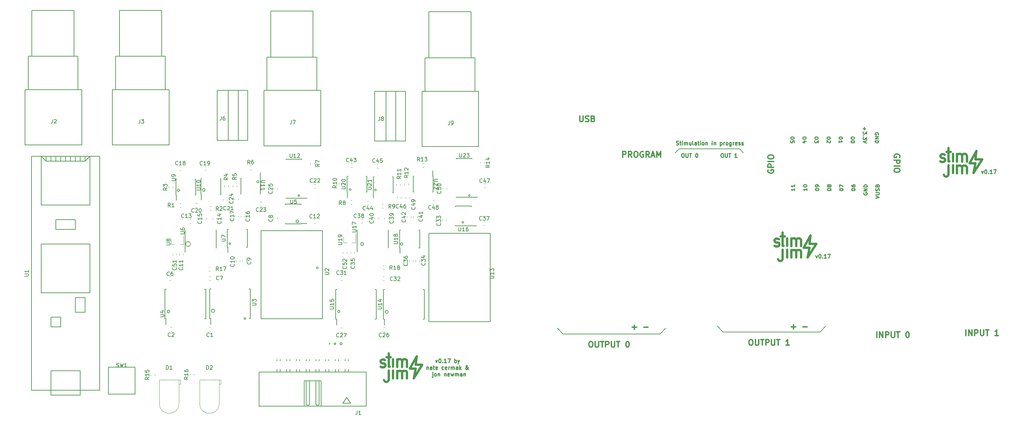
<source format=gto>
G04 #@! TF.GenerationSoftware,KiCad,Pcbnew,5.0.2-bee76a0~70~ubuntu18.04.1*
G04 #@! TF.CreationDate,2019-03-24T20:45:15+02:00*
G04 #@! TF.ProjectId,stimjim,7374696d-6a69-46d2-9e6b-696361645f70,rev?*
G04 #@! TF.SameCoordinates,Original*
G04 #@! TF.FileFunction,Legend,Top*
G04 #@! TF.FilePolarity,Positive*
%FSLAX46Y46*%
G04 Gerber Fmt 4.6, Leading zero omitted, Abs format (unit mm)*
G04 Created by KiCad (PCBNEW 5.0.2-bee76a0~70~ubuntu18.04.1) date Sun Mar 24 20:45:15 2019*
%MOMM*%
%LPD*%
G01*
G04 APERTURE LIST*
%ADD10C,0.300000*%
%ADD11C,0.600000*%
%ADD12C,0.200000*%
%ADD13C,0.250000*%
%ADD14C,0.225000*%
%ADD15C,0.120000*%
%ADD16C,0.150000*%
G04 APERTURE END LIST*
D10*
X176528571Y-120007142D02*
X177671428Y-120007142D01*
X177100000Y-120578571D02*
X177100000Y-119435714D01*
X179528571Y-120007142D02*
X180671428Y-120007142D01*
X218028571Y-119907142D02*
X219171428Y-119907142D01*
X218600000Y-120478571D02*
X218600000Y-119335714D01*
X221028571Y-119907142D02*
X222171428Y-119907142D01*
D11*
X120000000Y-129750000D02*
X120250000Y-127500000D01*
X121750000Y-129750000D02*
X120000000Y-129750000D01*
X119500000Y-133250000D02*
X121750000Y-129750000D01*
X120000000Y-130750000D02*
X119500000Y-133250000D01*
X118500000Y-130750000D02*
X120000000Y-130750000D01*
X120250000Y-127500000D02*
X118500000Y-130750000D01*
X112996404Y-133769582D02*
G75*
G02X111800000Y-133749999I-596405J119582D01*
G01*
X113000000Y-130250000D02*
X113250000Y-130250000D01*
X112450000Y-127750000D02*
X113550000Y-127750000D01*
X113000000Y-130250000D02*
X113000000Y-126750000D01*
X113000000Y-133500000D02*
X113000000Y-133750000D01*
X113000000Y-131250000D02*
X113000000Y-133500000D01*
X114150000Y-128250000D02*
X114150000Y-130250000D01*
X114150000Y-131250000D02*
X114150000Y-133250000D01*
X115214285Y-133307142D02*
X115214285Y-131307142D01*
X115214285Y-131592857D02*
X115357142Y-131450000D01*
X115642857Y-131307142D01*
X116071428Y-131307142D01*
X116357142Y-131450000D01*
X116500000Y-131735714D01*
X116500000Y-133307142D01*
X116500000Y-131735714D02*
X116642857Y-131450000D01*
X116928571Y-131307142D01*
X117357142Y-131307142D01*
X117642857Y-131450000D01*
X117785714Y-131735714D01*
X117785714Y-133307142D01*
X115214285Y-130307142D02*
X115214285Y-128307142D01*
X115214285Y-128592857D02*
X115357142Y-128450000D01*
X115642857Y-128307142D01*
X116071428Y-128307142D01*
X116357142Y-128450000D01*
X116500000Y-128735714D01*
X116500000Y-130307142D01*
X116500000Y-128735714D02*
X116642857Y-128450000D01*
X116928571Y-128307142D01*
X117357142Y-128307142D01*
X117642857Y-128450000D01*
X117785714Y-128735714D01*
X117785714Y-130307142D01*
X110857142Y-130214285D02*
X111142857Y-130357142D01*
X111714285Y-130357142D01*
X112000000Y-130214285D01*
X112142857Y-129928571D01*
X112142857Y-129785714D01*
X112000000Y-129500000D01*
X111714285Y-129357142D01*
X111285714Y-129357142D01*
X111000000Y-129214285D01*
X110857142Y-128928571D01*
X110857142Y-128785714D01*
X111000000Y-128500000D01*
X111285714Y-128357142D01*
X111714285Y-128357142D01*
X112000000Y-128500000D01*
D12*
X116716228Y-98300000D02*
G75*
G03X116716228Y-98300000I-316228J0D01*
G01*
X106500000Y-98300000D02*
G75*
G03X106500000Y-98300000I-400000J0D01*
G01*
X112900000Y-116000000D02*
G75*
G03X112900000Y-116000000I-400000J0D01*
G01*
X100300000Y-115900000D02*
G75*
G03X100300000Y-115900000I-300000J0D01*
G01*
X55960555Y-115900000D02*
G75*
G03X55960555Y-115900000I-360555J0D01*
G01*
X67647214Y-115700000D02*
G75*
G03X67647214Y-115700000I-447214J0D01*
G01*
X61340312Y-98300000D02*
G75*
G03X61340312Y-98300000I-640312J0D01*
G01*
X71823607Y-98200000D02*
G75*
G03X71823607Y-98200000I-223607J0D01*
G01*
X89560555Y-92400000D02*
G75*
G03X89560555Y-92400000I-360555J0D01*
G01*
X79182843Y-82100000D02*
G75*
G03X79182843Y-82100000I-282843J0D01*
G01*
X58516228Y-84300000D02*
G75*
G03X58516228Y-84300000I-316228J0D01*
G01*
X65160555Y-84200000D02*
G75*
G03X65160555Y-84200000I-360555J0D01*
G01*
X94632777Y-104527306D02*
G75*
G03X94632777Y-104527306I-223607J0D01*
G01*
X132552512Y-92655524D02*
G75*
G03X132552512Y-92655524I-223607J0D01*
G01*
X134280932Y-85652002D02*
G75*
G03X134280932Y-85652002I-223607J0D01*
G01*
X75723607Y-117700000D02*
G75*
G03X75723607Y-117700000I-223607J0D01*
G01*
X97741421Y-124300000D02*
G75*
G03X97741421Y-124300000I-141421J0D01*
G01*
X109802135Y-84207936D02*
G75*
G03X109802135Y-84207936I-223607J0D01*
G01*
X103202135Y-84107936D02*
G75*
G03X103202135Y-84107936I-223607J0D01*
G01*
X99223607Y-124300000D02*
G75*
G03X99223607Y-124300000I-223607J0D01*
G01*
X100882843Y-124300000D02*
G75*
G03X100882843Y-124300000I-282843J0D01*
G01*
X89823607Y-85700000D02*
G75*
G03X89823607Y-85700000I-223607J0D01*
G01*
D13*
X125250000Y-128535714D02*
X125488095Y-129202380D01*
X125726190Y-128535714D01*
X126297619Y-128202380D02*
X126392857Y-128202380D01*
X126488095Y-128250000D01*
X126535714Y-128297619D01*
X126583333Y-128392857D01*
X126630952Y-128583333D01*
X126630952Y-128821428D01*
X126583333Y-129011904D01*
X126535714Y-129107142D01*
X126488095Y-129154761D01*
X126392857Y-129202380D01*
X126297619Y-129202380D01*
X126202380Y-129154761D01*
X126154761Y-129107142D01*
X126107142Y-129011904D01*
X126059523Y-128821428D01*
X126059523Y-128583333D01*
X126107142Y-128392857D01*
X126154761Y-128297619D01*
X126202380Y-128250000D01*
X126297619Y-128202380D01*
X127059523Y-129107142D02*
X127107142Y-129154761D01*
X127059523Y-129202380D01*
X127011904Y-129154761D01*
X127059523Y-129107142D01*
X127059523Y-129202380D01*
X128059523Y-129202380D02*
X127488095Y-129202380D01*
X127773809Y-129202380D02*
X127773809Y-128202380D01*
X127678571Y-128345238D01*
X127583333Y-128440476D01*
X127488095Y-128488095D01*
X128392857Y-128202380D02*
X129059523Y-128202380D01*
X128630952Y-129202380D01*
X130202380Y-129202380D02*
X130202380Y-128202380D01*
X130202380Y-128583333D02*
X130297619Y-128535714D01*
X130488095Y-128535714D01*
X130583333Y-128583333D01*
X130630952Y-128630952D01*
X130678571Y-128726190D01*
X130678571Y-129011904D01*
X130630952Y-129107142D01*
X130583333Y-129154761D01*
X130488095Y-129202380D01*
X130297619Y-129202380D01*
X130202380Y-129154761D01*
X131011904Y-128535714D02*
X131250000Y-129202380D01*
X131488095Y-128535714D02*
X131250000Y-129202380D01*
X131154761Y-129440476D01*
X131107142Y-129488095D01*
X131011904Y-129535714D01*
X122916666Y-130285714D02*
X122916666Y-130952380D01*
X122916666Y-130380952D02*
X122964285Y-130333333D01*
X123059523Y-130285714D01*
X123202380Y-130285714D01*
X123297619Y-130333333D01*
X123345238Y-130428571D01*
X123345238Y-130952380D01*
X124250000Y-130952380D02*
X124250000Y-130428571D01*
X124202380Y-130333333D01*
X124107142Y-130285714D01*
X123916666Y-130285714D01*
X123821428Y-130333333D01*
X124250000Y-130904761D02*
X124154761Y-130952380D01*
X123916666Y-130952380D01*
X123821428Y-130904761D01*
X123773809Y-130809523D01*
X123773809Y-130714285D01*
X123821428Y-130619047D01*
X123916666Y-130571428D01*
X124154761Y-130571428D01*
X124250000Y-130523809D01*
X124583333Y-130285714D02*
X124964285Y-130285714D01*
X124726190Y-129952380D02*
X124726190Y-130809523D01*
X124773809Y-130904761D01*
X124869047Y-130952380D01*
X124964285Y-130952380D01*
X125678571Y-130904761D02*
X125583333Y-130952380D01*
X125392857Y-130952380D01*
X125297619Y-130904761D01*
X125250000Y-130809523D01*
X125250000Y-130428571D01*
X125297619Y-130333333D01*
X125392857Y-130285714D01*
X125583333Y-130285714D01*
X125678571Y-130333333D01*
X125726190Y-130428571D01*
X125726190Y-130523809D01*
X125250000Y-130619047D01*
X127345238Y-130904761D02*
X127250000Y-130952380D01*
X127059523Y-130952380D01*
X126964285Y-130904761D01*
X126916666Y-130857142D01*
X126869047Y-130761904D01*
X126869047Y-130476190D01*
X126916666Y-130380952D01*
X126964285Y-130333333D01*
X127059523Y-130285714D01*
X127250000Y-130285714D01*
X127345238Y-130333333D01*
X128154761Y-130904761D02*
X128059523Y-130952380D01*
X127869047Y-130952380D01*
X127773809Y-130904761D01*
X127726190Y-130809523D01*
X127726190Y-130428571D01*
X127773809Y-130333333D01*
X127869047Y-130285714D01*
X128059523Y-130285714D01*
X128154761Y-130333333D01*
X128202380Y-130428571D01*
X128202380Y-130523809D01*
X127726190Y-130619047D01*
X128630952Y-130952380D02*
X128630952Y-130285714D01*
X128630952Y-130476190D02*
X128678571Y-130380952D01*
X128726190Y-130333333D01*
X128821428Y-130285714D01*
X128916666Y-130285714D01*
X129250000Y-130952380D02*
X129250000Y-130285714D01*
X129250000Y-130380952D02*
X129297619Y-130333333D01*
X129392857Y-130285714D01*
X129535714Y-130285714D01*
X129630952Y-130333333D01*
X129678571Y-130428571D01*
X129678571Y-130952380D01*
X129678571Y-130428571D02*
X129726190Y-130333333D01*
X129821428Y-130285714D01*
X129964285Y-130285714D01*
X130059523Y-130333333D01*
X130107142Y-130428571D01*
X130107142Y-130952380D01*
X131011904Y-130952380D02*
X131011904Y-130428571D01*
X130964285Y-130333333D01*
X130869047Y-130285714D01*
X130678571Y-130285714D01*
X130583333Y-130333333D01*
X131011904Y-130904761D02*
X130916666Y-130952380D01*
X130678571Y-130952380D01*
X130583333Y-130904761D01*
X130535714Y-130809523D01*
X130535714Y-130714285D01*
X130583333Y-130619047D01*
X130678571Y-130571428D01*
X130916666Y-130571428D01*
X131011904Y-130523809D01*
X131488095Y-130952380D02*
X131488095Y-129952380D01*
X131583333Y-130571428D02*
X131869047Y-130952380D01*
X131869047Y-130285714D02*
X131488095Y-130666666D01*
X133869047Y-130952380D02*
X133821428Y-130952380D01*
X133726190Y-130904761D01*
X133583333Y-130761904D01*
X133345238Y-130476190D01*
X133250000Y-130333333D01*
X133202380Y-130190476D01*
X133202380Y-130095238D01*
X133250000Y-130000000D01*
X133345238Y-129952380D01*
X133392857Y-129952380D01*
X133488095Y-130000000D01*
X133535714Y-130095238D01*
X133535714Y-130142857D01*
X133488095Y-130238095D01*
X133440476Y-130285714D01*
X133154761Y-130476190D01*
X133107142Y-130523809D01*
X133059523Y-130619047D01*
X133059523Y-130761904D01*
X133107142Y-130857142D01*
X133154761Y-130904761D01*
X133250000Y-130952380D01*
X133392857Y-130952380D01*
X133488095Y-130904761D01*
X133535714Y-130857142D01*
X133678571Y-130666666D01*
X133726190Y-130523809D01*
X133726190Y-130428571D01*
X124488095Y-132035714D02*
X124488095Y-132892857D01*
X124440476Y-132988095D01*
X124345238Y-133035714D01*
X124297619Y-133035714D01*
X124488095Y-131702380D02*
X124440476Y-131750000D01*
X124488095Y-131797619D01*
X124535714Y-131750000D01*
X124488095Y-131702380D01*
X124488095Y-131797619D01*
X125107142Y-132702380D02*
X125011904Y-132654761D01*
X124964285Y-132607142D01*
X124916666Y-132511904D01*
X124916666Y-132226190D01*
X124964285Y-132130952D01*
X125011904Y-132083333D01*
X125107142Y-132035714D01*
X125250000Y-132035714D01*
X125345238Y-132083333D01*
X125392857Y-132130952D01*
X125440476Y-132226190D01*
X125440476Y-132511904D01*
X125392857Y-132607142D01*
X125345238Y-132654761D01*
X125250000Y-132702380D01*
X125107142Y-132702380D01*
X125869047Y-132035714D02*
X125869047Y-132702380D01*
X125869047Y-132130952D02*
X125916666Y-132083333D01*
X126011904Y-132035714D01*
X126154761Y-132035714D01*
X126250000Y-132083333D01*
X126297619Y-132178571D01*
X126297619Y-132702380D01*
X127535714Y-132035714D02*
X127535714Y-132702380D01*
X127535714Y-132130952D02*
X127583333Y-132083333D01*
X127678571Y-132035714D01*
X127821428Y-132035714D01*
X127916666Y-132083333D01*
X127964285Y-132178571D01*
X127964285Y-132702380D01*
X128821428Y-132654761D02*
X128726190Y-132702380D01*
X128535714Y-132702380D01*
X128440476Y-132654761D01*
X128392857Y-132559523D01*
X128392857Y-132178571D01*
X128440476Y-132083333D01*
X128535714Y-132035714D01*
X128726190Y-132035714D01*
X128821428Y-132083333D01*
X128869047Y-132178571D01*
X128869047Y-132273809D01*
X128392857Y-132369047D01*
X129202380Y-132035714D02*
X129392857Y-132702380D01*
X129583333Y-132226190D01*
X129773809Y-132702380D01*
X129964285Y-132035714D01*
X130345238Y-132702380D02*
X130345238Y-132035714D01*
X130345238Y-132130952D02*
X130392857Y-132083333D01*
X130488095Y-132035714D01*
X130630952Y-132035714D01*
X130726190Y-132083333D01*
X130773809Y-132178571D01*
X130773809Y-132702380D01*
X130773809Y-132178571D02*
X130821428Y-132083333D01*
X130916666Y-132035714D01*
X131059523Y-132035714D01*
X131154761Y-132083333D01*
X131202380Y-132178571D01*
X131202380Y-132702380D01*
X132107142Y-132702380D02*
X132107142Y-132178571D01*
X132059523Y-132083333D01*
X131964285Y-132035714D01*
X131773809Y-132035714D01*
X131678571Y-132083333D01*
X132107142Y-132654761D02*
X132011904Y-132702380D01*
X131773809Y-132702380D01*
X131678571Y-132654761D01*
X131630952Y-132559523D01*
X131630952Y-132464285D01*
X131678571Y-132369047D01*
X131773809Y-132321428D01*
X132011904Y-132321428D01*
X132107142Y-132273809D01*
X132583333Y-132035714D02*
X132583333Y-132702380D01*
X132583333Y-132130952D02*
X132630952Y-132083333D01*
X132726190Y-132035714D01*
X132869047Y-132035714D01*
X132964285Y-132083333D01*
X133011904Y-132178571D01*
X133011904Y-132702380D01*
X267595238Y-79285714D02*
X267833333Y-79952380D01*
X268071428Y-79285714D01*
X268642857Y-78952380D02*
X268738095Y-78952380D01*
X268833333Y-79000000D01*
X268880952Y-79047619D01*
X268928571Y-79142857D01*
X268976190Y-79333333D01*
X268976190Y-79571428D01*
X268928571Y-79761904D01*
X268880952Y-79857142D01*
X268833333Y-79904761D01*
X268738095Y-79952380D01*
X268642857Y-79952380D01*
X268547619Y-79904761D01*
X268500000Y-79857142D01*
X268452380Y-79761904D01*
X268404761Y-79571428D01*
X268404761Y-79333333D01*
X268452380Y-79142857D01*
X268500000Y-79047619D01*
X268547619Y-79000000D01*
X268642857Y-78952380D01*
X269404761Y-79857142D02*
X269452380Y-79904761D01*
X269404761Y-79952380D01*
X269357142Y-79904761D01*
X269404761Y-79857142D01*
X269404761Y-79952380D01*
X270404761Y-79952380D02*
X269833333Y-79952380D01*
X270119047Y-79952380D02*
X270119047Y-78952380D01*
X270023809Y-79095238D01*
X269928571Y-79190476D01*
X269833333Y-79238095D01*
X270738095Y-78952380D02*
X271404761Y-78952380D01*
X270976190Y-79952380D01*
D11*
X261214285Y-79807142D02*
X261214285Y-77807142D01*
X261214285Y-78092857D02*
X261357142Y-77950000D01*
X261642857Y-77807142D01*
X262071428Y-77807142D01*
X262357142Y-77950000D01*
X262500000Y-78235714D01*
X262500000Y-79807142D01*
X262500000Y-78235714D02*
X262642857Y-77950000D01*
X262928571Y-77807142D01*
X263357142Y-77807142D01*
X263642857Y-77950000D01*
X263785714Y-78235714D01*
X263785714Y-79807142D01*
X264500000Y-77250000D02*
X266000000Y-77250000D01*
X266250000Y-74000000D02*
X264500000Y-77250000D01*
X258996404Y-80269582D02*
G75*
G02X257800000Y-80249999I-596405J119582D01*
G01*
X266000000Y-76250000D02*
X266250000Y-74000000D01*
X267750000Y-76250000D02*
X266000000Y-76250000D01*
X265500000Y-79750000D02*
X267750000Y-76250000D01*
X266000000Y-77250000D02*
X265500000Y-79750000D01*
X256857142Y-76714285D02*
X257142857Y-76857142D01*
X257714285Y-76857142D01*
X258000000Y-76714285D01*
X258142857Y-76428571D01*
X258142857Y-76285714D01*
X258000000Y-76000000D01*
X257714285Y-75857142D01*
X257285714Y-75857142D01*
X257000000Y-75714285D01*
X256857142Y-75428571D01*
X256857142Y-75285714D01*
X257000000Y-75000000D01*
X257285714Y-74857142D01*
X257714285Y-74857142D01*
X258000000Y-75000000D01*
X260150000Y-74750000D02*
X260150000Y-76750000D01*
X260150000Y-77750000D02*
X260150000Y-79750000D01*
X259000000Y-80000000D02*
X259000000Y-80250000D01*
X261214285Y-76807142D02*
X261214285Y-74807142D01*
X261214285Y-75092857D02*
X261357142Y-74950000D01*
X261642857Y-74807142D01*
X262071428Y-74807142D01*
X262357142Y-74950000D01*
X262500000Y-75235714D01*
X262500000Y-76807142D01*
X262500000Y-75235714D02*
X262642857Y-74950000D01*
X262928571Y-74807142D01*
X263357142Y-74807142D01*
X263642857Y-74950000D01*
X263785714Y-75235714D01*
X263785714Y-76807142D01*
X259000000Y-76750000D02*
X259000000Y-73250000D01*
X259000000Y-77750000D02*
X259000000Y-80000000D01*
X258450000Y-74250000D02*
X259550000Y-74250000D01*
X259000000Y-76750000D02*
X259250000Y-76750000D01*
X217964285Y-101807142D02*
X217964285Y-99807142D01*
X217964285Y-100092857D02*
X218107142Y-99950000D01*
X218392857Y-99807142D01*
X218821428Y-99807142D01*
X219107142Y-99950000D01*
X219250000Y-100235714D01*
X219250000Y-101807142D01*
X219250000Y-100235714D02*
X219392857Y-99950000D01*
X219678571Y-99807142D01*
X220107142Y-99807142D01*
X220392857Y-99950000D01*
X220535714Y-100235714D01*
X220535714Y-101807142D01*
D13*
X224345238Y-101285714D02*
X224583333Y-101952380D01*
X224821428Y-101285714D01*
X225392857Y-100952380D02*
X225488095Y-100952380D01*
X225583333Y-101000000D01*
X225630952Y-101047619D01*
X225678571Y-101142857D01*
X225726190Y-101333333D01*
X225726190Y-101571428D01*
X225678571Y-101761904D01*
X225630952Y-101857142D01*
X225583333Y-101904761D01*
X225488095Y-101952380D01*
X225392857Y-101952380D01*
X225297619Y-101904761D01*
X225250000Y-101857142D01*
X225202380Y-101761904D01*
X225154761Y-101571428D01*
X225154761Y-101333333D01*
X225202380Y-101142857D01*
X225250000Y-101047619D01*
X225297619Y-101000000D01*
X225392857Y-100952380D01*
X226154761Y-101857142D02*
X226202380Y-101904761D01*
X226154761Y-101952380D01*
X226107142Y-101904761D01*
X226154761Y-101857142D01*
X226154761Y-101952380D01*
X227154761Y-101952380D02*
X226583333Y-101952380D01*
X226869047Y-101952380D02*
X226869047Y-100952380D01*
X226773809Y-101095238D01*
X226678571Y-101190476D01*
X226583333Y-101238095D01*
X227488095Y-100952380D02*
X228154761Y-100952380D01*
X227726190Y-101952380D01*
D11*
X213607142Y-98714285D02*
X213892857Y-98857142D01*
X214464285Y-98857142D01*
X214750000Y-98714285D01*
X214892857Y-98428571D01*
X214892857Y-98285714D01*
X214750000Y-98000000D01*
X214464285Y-97857142D01*
X214035714Y-97857142D01*
X213750000Y-97714285D01*
X213607142Y-97428571D01*
X213607142Y-97285714D01*
X213750000Y-97000000D01*
X214035714Y-96857142D01*
X214464285Y-96857142D01*
X214750000Y-97000000D01*
X217964285Y-98807142D02*
X217964285Y-96807142D01*
X217964285Y-97092857D02*
X218107142Y-96950000D01*
X218392857Y-96807142D01*
X218821428Y-96807142D01*
X219107142Y-96950000D01*
X219250000Y-97235714D01*
X219250000Y-98807142D01*
X219250000Y-97235714D02*
X219392857Y-96950000D01*
X219678571Y-96807142D01*
X220107142Y-96807142D01*
X220392857Y-96950000D01*
X220535714Y-97235714D01*
X220535714Y-98807142D01*
X216900000Y-99750000D02*
X216900000Y-101750000D01*
X216900000Y-96750000D02*
X216900000Y-98750000D01*
X215750000Y-99750000D02*
X215750000Y-102000000D01*
X215750000Y-102000000D02*
X215750000Y-102250000D01*
X215750000Y-98750000D02*
X215750000Y-95250000D01*
X215200000Y-96250000D02*
X216300000Y-96250000D01*
X215750000Y-98750000D02*
X216000000Y-98750000D01*
X215746404Y-102269582D02*
G75*
G02X214550000Y-102249999I-596405J119582D01*
G01*
X223000000Y-96000000D02*
X221250000Y-99250000D01*
X221250000Y-99250000D02*
X222750000Y-99250000D01*
X222750000Y-99250000D02*
X222250000Y-101750000D01*
X222250000Y-101750000D02*
X224500000Y-98250000D01*
X224500000Y-98250000D02*
X222750000Y-98250000D01*
X222750000Y-98250000D02*
X223000000Y-96000000D01*
D12*
X225500000Y-121250000D02*
X227000000Y-119750000D01*
X200250000Y-121250000D02*
X225500000Y-121250000D01*
X198750000Y-119750000D02*
X200250000Y-121250000D01*
X183750000Y-121750000D02*
X185250000Y-120250000D01*
X158500000Y-121750000D02*
X183750000Y-121750000D01*
X157000000Y-120250000D02*
X158500000Y-121750000D01*
D10*
X246250000Y-75750000D02*
X246321428Y-75607142D01*
X246321428Y-75392857D01*
X246250000Y-75178571D01*
X246107142Y-75035714D01*
X245964285Y-74964285D01*
X245678571Y-74892857D01*
X245464285Y-74892857D01*
X245178571Y-74964285D01*
X245035714Y-75035714D01*
X244892857Y-75178571D01*
X244821428Y-75392857D01*
X244821428Y-75535714D01*
X244892857Y-75750000D01*
X244964285Y-75821428D01*
X245464285Y-75821428D01*
X245464285Y-75535714D01*
X244821428Y-76464285D02*
X246321428Y-76464285D01*
X246321428Y-77035714D01*
X246250000Y-77178571D01*
X246178571Y-77250000D01*
X246035714Y-77321428D01*
X245821428Y-77321428D01*
X245678571Y-77250000D01*
X245607142Y-77178571D01*
X245535714Y-77035714D01*
X245535714Y-76464285D01*
X244821428Y-77964285D02*
X246321428Y-77964285D01*
X246321428Y-78964285D02*
X246321428Y-79250000D01*
X246250000Y-79392857D01*
X246107142Y-79535714D01*
X245821428Y-79607142D01*
X245321428Y-79607142D01*
X245035714Y-79535714D01*
X244892857Y-79392857D01*
X244821428Y-79250000D01*
X244821428Y-78964285D01*
X244892857Y-78821428D01*
X245035714Y-78678571D01*
X245321428Y-78607142D01*
X245821428Y-78607142D01*
X246107142Y-78678571D01*
X246250000Y-78821428D01*
X246321428Y-78964285D01*
D14*
X240725000Y-69818035D02*
X240767857Y-69722797D01*
X240767857Y-69579940D01*
X240725000Y-69437083D01*
X240639285Y-69341845D01*
X240553571Y-69294226D01*
X240382142Y-69246607D01*
X240253571Y-69246607D01*
X240082142Y-69294226D01*
X239996428Y-69341845D01*
X239910714Y-69437083D01*
X239867857Y-69579940D01*
X239867857Y-69675178D01*
X239910714Y-69818035D01*
X239953571Y-69865654D01*
X240253571Y-69865654D01*
X240253571Y-69675178D01*
X239867857Y-70294226D02*
X240767857Y-70294226D01*
X239867857Y-70865654D01*
X240767857Y-70865654D01*
X239867857Y-71341845D02*
X240767857Y-71341845D01*
X240767857Y-71579940D01*
X240725000Y-71722797D01*
X240639285Y-71818035D01*
X240553571Y-71865654D01*
X240382142Y-71913273D01*
X240253571Y-71913273D01*
X240082142Y-71865654D01*
X239996428Y-71818035D01*
X239910714Y-71722797D01*
X239867857Y-71579940D01*
X239867857Y-71341845D01*
X237060714Y-67865654D02*
X237060714Y-68627559D01*
X236717857Y-68246607D02*
X237403571Y-68246607D01*
X237617857Y-69008511D02*
X237617857Y-69627559D01*
X237275000Y-69294226D01*
X237275000Y-69437083D01*
X237232142Y-69532321D01*
X237189285Y-69579940D01*
X237103571Y-69627559D01*
X236889285Y-69627559D01*
X236803571Y-69579940D01*
X236760714Y-69532321D01*
X236717857Y-69437083D01*
X236717857Y-69151369D01*
X236760714Y-69056130D01*
X236803571Y-69008511D01*
X236803571Y-70056130D02*
X236760714Y-70103750D01*
X236717857Y-70056130D01*
X236760714Y-70008511D01*
X236803571Y-70056130D01*
X236717857Y-70056130D01*
X237617857Y-70437083D02*
X237617857Y-71056130D01*
X237275000Y-70722797D01*
X237275000Y-70865654D01*
X237232142Y-70960892D01*
X237189285Y-71008511D01*
X237103571Y-71056130D01*
X236889285Y-71056130D01*
X236803571Y-71008511D01*
X236760714Y-70960892D01*
X236717857Y-70865654D01*
X236717857Y-70579940D01*
X236760714Y-70484702D01*
X236803571Y-70437083D01*
X237617857Y-71341845D02*
X236717857Y-71675178D01*
X237617857Y-72008511D01*
X234467857Y-70627559D02*
X234467857Y-70722797D01*
X234425000Y-70818035D01*
X234382142Y-70865654D01*
X234296428Y-70913273D01*
X234125000Y-70960892D01*
X233910714Y-70960892D01*
X233739285Y-70913273D01*
X233653571Y-70865654D01*
X233610714Y-70818035D01*
X233567857Y-70722797D01*
X233567857Y-70627559D01*
X233610714Y-70532321D01*
X233653571Y-70484702D01*
X233739285Y-70437083D01*
X233910714Y-70389464D01*
X234125000Y-70389464D01*
X234296428Y-70437083D01*
X234382142Y-70484702D01*
X234425000Y-70532321D01*
X234467857Y-70627559D01*
X234467857Y-71579940D02*
X234467857Y-71675178D01*
X234425000Y-71770416D01*
X234382142Y-71818035D01*
X234296428Y-71865654D01*
X234125000Y-71913273D01*
X233910714Y-71913273D01*
X233739285Y-71865654D01*
X233653571Y-71818035D01*
X233610714Y-71770416D01*
X233567857Y-71675178D01*
X233567857Y-71579940D01*
X233610714Y-71484702D01*
X233653571Y-71437083D01*
X233739285Y-71389464D01*
X233910714Y-71341845D01*
X234125000Y-71341845D01*
X234296428Y-71389464D01*
X234382142Y-71437083D01*
X234425000Y-71484702D01*
X234467857Y-71579940D01*
X231317857Y-70627559D02*
X231317857Y-70722797D01*
X231275000Y-70818035D01*
X231232142Y-70865654D01*
X231146428Y-70913273D01*
X230975000Y-70960892D01*
X230760714Y-70960892D01*
X230589285Y-70913273D01*
X230503571Y-70865654D01*
X230460714Y-70818035D01*
X230417857Y-70722797D01*
X230417857Y-70627559D01*
X230460714Y-70532321D01*
X230503571Y-70484702D01*
X230589285Y-70437083D01*
X230760714Y-70389464D01*
X230975000Y-70389464D01*
X231146428Y-70437083D01*
X231232142Y-70484702D01*
X231275000Y-70532321D01*
X231317857Y-70627559D01*
X230417857Y-71913273D02*
X230417857Y-71341845D01*
X230417857Y-71627559D02*
X231317857Y-71627559D01*
X231189285Y-71532321D01*
X231103571Y-71437083D01*
X231060714Y-71341845D01*
X228167857Y-70627559D02*
X228167857Y-70722797D01*
X228125000Y-70818035D01*
X228082142Y-70865654D01*
X227996428Y-70913273D01*
X227825000Y-70960892D01*
X227610714Y-70960892D01*
X227439285Y-70913273D01*
X227353571Y-70865654D01*
X227310714Y-70818035D01*
X227267857Y-70722797D01*
X227267857Y-70627559D01*
X227310714Y-70532321D01*
X227353571Y-70484702D01*
X227439285Y-70437083D01*
X227610714Y-70389464D01*
X227825000Y-70389464D01*
X227996428Y-70437083D01*
X228082142Y-70484702D01*
X228125000Y-70532321D01*
X228167857Y-70627559D01*
X228082142Y-71341845D02*
X228125000Y-71389464D01*
X228167857Y-71484702D01*
X228167857Y-71722797D01*
X228125000Y-71818035D01*
X228082142Y-71865654D01*
X227996428Y-71913273D01*
X227910714Y-71913273D01*
X227782142Y-71865654D01*
X227267857Y-71294226D01*
X227267857Y-71913273D01*
X225017857Y-70627559D02*
X225017857Y-70722797D01*
X224975000Y-70818035D01*
X224932142Y-70865654D01*
X224846428Y-70913273D01*
X224675000Y-70960892D01*
X224460714Y-70960892D01*
X224289285Y-70913273D01*
X224203571Y-70865654D01*
X224160714Y-70818035D01*
X224117857Y-70722797D01*
X224117857Y-70627559D01*
X224160714Y-70532321D01*
X224203571Y-70484702D01*
X224289285Y-70437083D01*
X224460714Y-70389464D01*
X224675000Y-70389464D01*
X224846428Y-70437083D01*
X224932142Y-70484702D01*
X224975000Y-70532321D01*
X225017857Y-70627559D01*
X225017857Y-71294226D02*
X225017857Y-71913273D01*
X224675000Y-71579940D01*
X224675000Y-71722797D01*
X224632142Y-71818035D01*
X224589285Y-71865654D01*
X224503571Y-71913273D01*
X224289285Y-71913273D01*
X224203571Y-71865654D01*
X224160714Y-71818035D01*
X224117857Y-71722797D01*
X224117857Y-71437083D01*
X224160714Y-71341845D01*
X224203571Y-71294226D01*
X221867857Y-70627559D02*
X221867857Y-70722797D01*
X221825000Y-70818035D01*
X221782142Y-70865654D01*
X221696428Y-70913273D01*
X221525000Y-70960892D01*
X221310714Y-70960892D01*
X221139285Y-70913273D01*
X221053571Y-70865654D01*
X221010714Y-70818035D01*
X220967857Y-70722797D01*
X220967857Y-70627559D01*
X221010714Y-70532321D01*
X221053571Y-70484702D01*
X221139285Y-70437083D01*
X221310714Y-70389464D01*
X221525000Y-70389464D01*
X221696428Y-70437083D01*
X221782142Y-70484702D01*
X221825000Y-70532321D01*
X221867857Y-70627559D01*
X221567857Y-71818035D02*
X220967857Y-71818035D01*
X221910714Y-71579940D02*
X221267857Y-71341845D01*
X221267857Y-71960892D01*
X218717857Y-70627559D02*
X218717857Y-70722797D01*
X218675000Y-70818035D01*
X218632142Y-70865654D01*
X218546428Y-70913273D01*
X218375000Y-70960892D01*
X218160714Y-70960892D01*
X217989285Y-70913273D01*
X217903571Y-70865654D01*
X217860714Y-70818035D01*
X217817857Y-70722797D01*
X217817857Y-70627559D01*
X217860714Y-70532321D01*
X217903571Y-70484702D01*
X217989285Y-70437083D01*
X218160714Y-70389464D01*
X218375000Y-70389464D01*
X218546428Y-70437083D01*
X218632142Y-70484702D01*
X218675000Y-70532321D01*
X218717857Y-70627559D01*
X218717857Y-71865654D02*
X218717857Y-71389464D01*
X218289285Y-71341845D01*
X218332142Y-71389464D01*
X218375000Y-71484702D01*
X218375000Y-71722797D01*
X218332142Y-71818035D01*
X218289285Y-71865654D01*
X218203571Y-71913273D01*
X217989285Y-71913273D01*
X217903571Y-71865654D01*
X217860714Y-71818035D01*
X217817857Y-71722797D01*
X217817857Y-71484702D01*
X217860714Y-71389464D01*
X217903571Y-71341845D01*
X218882142Y-83789107D02*
X218882142Y-84360535D01*
X218882142Y-84074821D02*
X217982142Y-84074821D01*
X218110714Y-84170059D01*
X218196428Y-84265297D01*
X218239285Y-84360535D01*
X218882142Y-82836726D02*
X218882142Y-83408154D01*
X218882142Y-83122440D02*
X217982142Y-83122440D01*
X218110714Y-83217678D01*
X218196428Y-83312916D01*
X218239285Y-83408154D01*
X222032142Y-83789107D02*
X222032142Y-84360535D01*
X222032142Y-84074821D02*
X221132142Y-84074821D01*
X221260714Y-84170059D01*
X221346428Y-84265297D01*
X221389285Y-84360535D01*
X221132142Y-83170059D02*
X221132142Y-83074821D01*
X221175000Y-82979583D01*
X221217857Y-82931964D01*
X221303571Y-82884345D01*
X221475000Y-82836726D01*
X221689285Y-82836726D01*
X221860714Y-82884345D01*
X221946428Y-82931964D01*
X221989285Y-82979583D01*
X222032142Y-83074821D01*
X222032142Y-83170059D01*
X221989285Y-83265297D01*
X221946428Y-83312916D01*
X221860714Y-83360535D01*
X221689285Y-83408154D01*
X221475000Y-83408154D01*
X221303571Y-83360535D01*
X221217857Y-83312916D01*
X221175000Y-83265297D01*
X221132142Y-83170059D01*
X224282142Y-84122440D02*
X224282142Y-84027202D01*
X224325000Y-83931964D01*
X224367857Y-83884345D01*
X224453571Y-83836726D01*
X224625000Y-83789107D01*
X224839285Y-83789107D01*
X225010714Y-83836726D01*
X225096428Y-83884345D01*
X225139285Y-83931964D01*
X225182142Y-84027202D01*
X225182142Y-84122440D01*
X225139285Y-84217678D01*
X225096428Y-84265297D01*
X225010714Y-84312916D01*
X224839285Y-84360535D01*
X224625000Y-84360535D01*
X224453571Y-84312916D01*
X224367857Y-84265297D01*
X224325000Y-84217678D01*
X224282142Y-84122440D01*
X225182142Y-83312916D02*
X225182142Y-83122440D01*
X225139285Y-83027202D01*
X225096428Y-82979583D01*
X224967857Y-82884345D01*
X224796428Y-82836726D01*
X224453571Y-82836726D01*
X224367857Y-82884345D01*
X224325000Y-82931964D01*
X224282142Y-83027202D01*
X224282142Y-83217678D01*
X224325000Y-83312916D01*
X224367857Y-83360535D01*
X224453571Y-83408154D01*
X224667857Y-83408154D01*
X224753571Y-83360535D01*
X224796428Y-83312916D01*
X224839285Y-83217678D01*
X224839285Y-83027202D01*
X224796428Y-82931964D01*
X224753571Y-82884345D01*
X224667857Y-82836726D01*
X227432142Y-84122440D02*
X227432142Y-84027202D01*
X227475000Y-83931964D01*
X227517857Y-83884345D01*
X227603571Y-83836726D01*
X227775000Y-83789107D01*
X227989285Y-83789107D01*
X228160714Y-83836726D01*
X228246428Y-83884345D01*
X228289285Y-83931964D01*
X228332142Y-84027202D01*
X228332142Y-84122440D01*
X228289285Y-84217678D01*
X228246428Y-84265297D01*
X228160714Y-84312916D01*
X227989285Y-84360535D01*
X227775000Y-84360535D01*
X227603571Y-84312916D01*
X227517857Y-84265297D01*
X227475000Y-84217678D01*
X227432142Y-84122440D01*
X227817857Y-83217678D02*
X227775000Y-83312916D01*
X227732142Y-83360535D01*
X227646428Y-83408154D01*
X227603571Y-83408154D01*
X227517857Y-83360535D01*
X227475000Y-83312916D01*
X227432142Y-83217678D01*
X227432142Y-83027202D01*
X227475000Y-82931964D01*
X227517857Y-82884345D01*
X227603571Y-82836726D01*
X227646428Y-82836726D01*
X227732142Y-82884345D01*
X227775000Y-82931964D01*
X227817857Y-83027202D01*
X227817857Y-83217678D01*
X227860714Y-83312916D01*
X227903571Y-83360535D01*
X227989285Y-83408154D01*
X228160714Y-83408154D01*
X228246428Y-83360535D01*
X228289285Y-83312916D01*
X228332142Y-83217678D01*
X228332142Y-83027202D01*
X228289285Y-82931964D01*
X228246428Y-82884345D01*
X228160714Y-82836726D01*
X227989285Y-82836726D01*
X227903571Y-82884345D01*
X227860714Y-82931964D01*
X227817857Y-83027202D01*
X230582142Y-84122440D02*
X230582142Y-84027202D01*
X230625000Y-83931964D01*
X230667857Y-83884345D01*
X230753571Y-83836726D01*
X230925000Y-83789107D01*
X231139285Y-83789107D01*
X231310714Y-83836726D01*
X231396428Y-83884345D01*
X231439285Y-83931964D01*
X231482142Y-84027202D01*
X231482142Y-84122440D01*
X231439285Y-84217678D01*
X231396428Y-84265297D01*
X231310714Y-84312916D01*
X231139285Y-84360535D01*
X230925000Y-84360535D01*
X230753571Y-84312916D01*
X230667857Y-84265297D01*
X230625000Y-84217678D01*
X230582142Y-84122440D01*
X230582142Y-83455773D02*
X230582142Y-82789107D01*
X231482142Y-83217678D01*
X233732142Y-84122440D02*
X233732142Y-84027202D01*
X233775000Y-83931964D01*
X233817857Y-83884345D01*
X233903571Y-83836726D01*
X234075000Y-83789107D01*
X234289285Y-83789107D01*
X234460714Y-83836726D01*
X234546428Y-83884345D01*
X234589285Y-83931964D01*
X234632142Y-84027202D01*
X234632142Y-84122440D01*
X234589285Y-84217678D01*
X234546428Y-84265297D01*
X234460714Y-84312916D01*
X234289285Y-84360535D01*
X234075000Y-84360535D01*
X233903571Y-84312916D01*
X233817857Y-84265297D01*
X233775000Y-84217678D01*
X233732142Y-84122440D01*
X233732142Y-82931964D02*
X233732142Y-83122440D01*
X233775000Y-83217678D01*
X233817857Y-83265297D01*
X233946428Y-83360535D01*
X234117857Y-83408154D01*
X234460714Y-83408154D01*
X234546428Y-83360535D01*
X234589285Y-83312916D01*
X234632142Y-83217678D01*
X234632142Y-83027202D01*
X234589285Y-82931964D01*
X234546428Y-82884345D01*
X234460714Y-82836726D01*
X234246428Y-82836726D01*
X234160714Y-82884345D01*
X234117857Y-82931964D01*
X234075000Y-83027202D01*
X234075000Y-83217678D01*
X234117857Y-83312916D01*
X234160714Y-83360535D01*
X234246428Y-83408154D01*
X236925000Y-84931964D02*
X236882142Y-85027202D01*
X236882142Y-85170059D01*
X236925000Y-85312916D01*
X237010714Y-85408154D01*
X237096428Y-85455773D01*
X237267857Y-85503392D01*
X237396428Y-85503392D01*
X237567857Y-85455773D01*
X237653571Y-85408154D01*
X237739285Y-85312916D01*
X237782142Y-85170059D01*
X237782142Y-85074821D01*
X237739285Y-84931964D01*
X237696428Y-84884345D01*
X237396428Y-84884345D01*
X237396428Y-85074821D01*
X237782142Y-84455773D02*
X236882142Y-84455773D01*
X237782142Y-83884345D01*
X236882142Y-83884345D01*
X237782142Y-83408154D02*
X236882142Y-83408154D01*
X236882142Y-83170059D01*
X236925000Y-83027202D01*
X237010714Y-82931964D01*
X237096428Y-82884345D01*
X237267857Y-82836726D01*
X237396428Y-82836726D01*
X237567857Y-82884345D01*
X237653571Y-82931964D01*
X237739285Y-83027202D01*
X237782142Y-83170059D01*
X237782142Y-83408154D01*
X240032142Y-86408154D02*
X240932142Y-86074821D01*
X240032142Y-85741488D01*
X240032142Y-85408154D02*
X240760714Y-85408154D01*
X240846428Y-85360535D01*
X240889285Y-85312916D01*
X240932142Y-85217678D01*
X240932142Y-85027202D01*
X240889285Y-84931964D01*
X240846428Y-84884345D01*
X240760714Y-84836726D01*
X240032142Y-84836726D01*
X240889285Y-84408154D02*
X240932142Y-84265297D01*
X240932142Y-84027202D01*
X240889285Y-83931964D01*
X240846428Y-83884345D01*
X240760714Y-83836726D01*
X240675000Y-83836726D01*
X240589285Y-83884345D01*
X240546428Y-83931964D01*
X240503571Y-84027202D01*
X240460714Y-84217678D01*
X240417857Y-84312916D01*
X240375000Y-84360535D01*
X240289285Y-84408154D01*
X240203571Y-84408154D01*
X240117857Y-84360535D01*
X240075000Y-84312916D01*
X240032142Y-84217678D01*
X240032142Y-83979583D01*
X240075000Y-83836726D01*
X240460714Y-83074821D02*
X240503571Y-82931964D01*
X240546428Y-82884345D01*
X240632142Y-82836726D01*
X240760714Y-82836726D01*
X240846428Y-82884345D01*
X240889285Y-82931964D01*
X240932142Y-83027202D01*
X240932142Y-83408154D01*
X240032142Y-83408154D01*
X240032142Y-83074821D01*
X240075000Y-82979583D01*
X240117857Y-82931964D01*
X240203571Y-82884345D01*
X240289285Y-82884345D01*
X240375000Y-82931964D01*
X240417857Y-82979583D01*
X240460714Y-83074821D01*
X240460714Y-83408154D01*
D10*
X212000000Y-79000000D02*
X211928571Y-79142857D01*
X211928571Y-79357142D01*
X212000000Y-79571428D01*
X212142857Y-79714285D01*
X212285714Y-79785714D01*
X212571428Y-79857142D01*
X212785714Y-79857142D01*
X213071428Y-79785714D01*
X213214285Y-79714285D01*
X213357142Y-79571428D01*
X213428571Y-79357142D01*
X213428571Y-79214285D01*
X213357142Y-79000000D01*
X213285714Y-78928571D01*
X212785714Y-78928571D01*
X212785714Y-79214285D01*
X213428571Y-78285714D02*
X211928571Y-78285714D01*
X211928571Y-77714285D01*
X212000000Y-77571428D01*
X212071428Y-77500000D01*
X212214285Y-77428571D01*
X212428571Y-77428571D01*
X212571428Y-77500000D01*
X212642857Y-77571428D01*
X212714285Y-77714285D01*
X212714285Y-78285714D01*
X213428571Y-76785714D02*
X211928571Y-76785714D01*
X211928571Y-75785714D02*
X211928571Y-75500000D01*
X212000000Y-75357142D01*
X212142857Y-75214285D01*
X212428571Y-75142857D01*
X212928571Y-75142857D01*
X213214285Y-75214285D01*
X213357142Y-75357142D01*
X213428571Y-75500000D01*
X213428571Y-75785714D01*
X213357142Y-75928571D01*
X213214285Y-76071428D01*
X212928571Y-76142857D01*
X212428571Y-76142857D01*
X212142857Y-76071428D01*
X212000000Y-75928571D01*
X211928571Y-75785714D01*
X174071428Y-75678571D02*
X174071428Y-74178571D01*
X174642857Y-74178571D01*
X174785714Y-74250000D01*
X174857142Y-74321428D01*
X174928571Y-74464285D01*
X174928571Y-74678571D01*
X174857142Y-74821428D01*
X174785714Y-74892857D01*
X174642857Y-74964285D01*
X174071428Y-74964285D01*
X176428571Y-75678571D02*
X175928571Y-74964285D01*
X175571428Y-75678571D02*
X175571428Y-74178571D01*
X176142857Y-74178571D01*
X176285714Y-74250000D01*
X176357142Y-74321428D01*
X176428571Y-74464285D01*
X176428571Y-74678571D01*
X176357142Y-74821428D01*
X176285714Y-74892857D01*
X176142857Y-74964285D01*
X175571428Y-74964285D01*
X177357142Y-74178571D02*
X177642857Y-74178571D01*
X177785714Y-74250000D01*
X177928571Y-74392857D01*
X178000000Y-74678571D01*
X178000000Y-75178571D01*
X177928571Y-75464285D01*
X177785714Y-75607142D01*
X177642857Y-75678571D01*
X177357142Y-75678571D01*
X177214285Y-75607142D01*
X177071428Y-75464285D01*
X177000000Y-75178571D01*
X177000000Y-74678571D01*
X177071428Y-74392857D01*
X177214285Y-74250000D01*
X177357142Y-74178571D01*
X179428571Y-74250000D02*
X179285714Y-74178571D01*
X179071428Y-74178571D01*
X178857142Y-74250000D01*
X178714285Y-74392857D01*
X178642857Y-74535714D01*
X178571428Y-74821428D01*
X178571428Y-75035714D01*
X178642857Y-75321428D01*
X178714285Y-75464285D01*
X178857142Y-75607142D01*
X179071428Y-75678571D01*
X179214285Y-75678571D01*
X179428571Y-75607142D01*
X179500000Y-75535714D01*
X179500000Y-75035714D01*
X179214285Y-75035714D01*
X181000000Y-75678571D02*
X180500000Y-74964285D01*
X180142857Y-75678571D02*
X180142857Y-74178571D01*
X180714285Y-74178571D01*
X180857142Y-74250000D01*
X180928571Y-74321428D01*
X181000000Y-74464285D01*
X181000000Y-74678571D01*
X180928571Y-74821428D01*
X180857142Y-74892857D01*
X180714285Y-74964285D01*
X180142857Y-74964285D01*
X181571428Y-75250000D02*
X182285714Y-75250000D01*
X181428571Y-75678571D02*
X181928571Y-74178571D01*
X182428571Y-75678571D01*
X182928571Y-75678571D02*
X182928571Y-74178571D01*
X183428571Y-75250000D01*
X183928571Y-74178571D01*
X183928571Y-75678571D01*
X162857142Y-64928571D02*
X162857142Y-66142857D01*
X162928571Y-66285714D01*
X163000000Y-66357142D01*
X163142857Y-66428571D01*
X163428571Y-66428571D01*
X163571428Y-66357142D01*
X163642857Y-66285714D01*
X163714285Y-66142857D01*
X163714285Y-64928571D01*
X164357142Y-66357142D02*
X164571428Y-66428571D01*
X164928571Y-66428571D01*
X165071428Y-66357142D01*
X165142857Y-66285714D01*
X165214285Y-66142857D01*
X165214285Y-66000000D01*
X165142857Y-65857142D01*
X165071428Y-65785714D01*
X164928571Y-65714285D01*
X164642857Y-65642857D01*
X164500000Y-65571428D01*
X164428571Y-65500000D01*
X164357142Y-65357142D01*
X164357142Y-65214285D01*
X164428571Y-65071428D01*
X164500000Y-65000000D01*
X164642857Y-64928571D01*
X165000000Y-64928571D01*
X165214285Y-65000000D01*
X166357142Y-65642857D02*
X166571428Y-65714285D01*
X166642857Y-65785714D01*
X166714285Y-65928571D01*
X166714285Y-66142857D01*
X166642857Y-66285714D01*
X166571428Y-66357142D01*
X166428571Y-66428571D01*
X165857142Y-66428571D01*
X165857142Y-64928571D01*
X166357142Y-64928571D01*
X166500000Y-65000000D01*
X166571428Y-65071428D01*
X166642857Y-65214285D01*
X166642857Y-65357142D01*
X166571428Y-65500000D01*
X166500000Y-65571428D01*
X166357142Y-65642857D01*
X165857142Y-65642857D01*
D12*
X204500000Y-73500000D02*
X205500000Y-74500000D01*
X188750000Y-73500000D02*
X204500000Y-73500000D01*
X187750000Y-74500000D02*
X188750000Y-73500000D01*
D13*
X189642857Y-74702380D02*
X189833333Y-74702380D01*
X189928571Y-74750000D01*
X190023809Y-74845238D01*
X190071428Y-75035714D01*
X190071428Y-75369047D01*
X190023809Y-75559523D01*
X189928571Y-75654761D01*
X189833333Y-75702380D01*
X189642857Y-75702380D01*
X189547619Y-75654761D01*
X189452380Y-75559523D01*
X189404761Y-75369047D01*
X189404761Y-75035714D01*
X189452380Y-74845238D01*
X189547619Y-74750000D01*
X189642857Y-74702380D01*
X190500000Y-74702380D02*
X190500000Y-75511904D01*
X190547619Y-75607142D01*
X190595238Y-75654761D01*
X190690476Y-75702380D01*
X190880952Y-75702380D01*
X190976190Y-75654761D01*
X191023809Y-75607142D01*
X191071428Y-75511904D01*
X191071428Y-74702380D01*
X191404761Y-74702380D02*
X191976190Y-74702380D01*
X191690476Y-75702380D02*
X191690476Y-74702380D01*
X193261904Y-74702380D02*
X193357142Y-74702380D01*
X193452380Y-74750000D01*
X193500000Y-74797619D01*
X193547619Y-74892857D01*
X193595238Y-75083333D01*
X193595238Y-75321428D01*
X193547619Y-75511904D01*
X193500000Y-75607142D01*
X193452380Y-75654761D01*
X193357142Y-75702380D01*
X193261904Y-75702380D01*
X193166666Y-75654761D01*
X193119047Y-75607142D01*
X193071428Y-75511904D01*
X193023809Y-75321428D01*
X193023809Y-75083333D01*
X193071428Y-74892857D01*
X193119047Y-74797619D01*
X193166666Y-74750000D01*
X193261904Y-74702380D01*
X199892857Y-74702380D02*
X200083333Y-74702380D01*
X200178571Y-74750000D01*
X200273809Y-74845238D01*
X200321428Y-75035714D01*
X200321428Y-75369047D01*
X200273809Y-75559523D01*
X200178571Y-75654761D01*
X200083333Y-75702380D01*
X199892857Y-75702380D01*
X199797619Y-75654761D01*
X199702380Y-75559523D01*
X199654761Y-75369047D01*
X199654761Y-75035714D01*
X199702380Y-74845238D01*
X199797619Y-74750000D01*
X199892857Y-74702380D01*
X200750000Y-74702380D02*
X200750000Y-75511904D01*
X200797619Y-75607142D01*
X200845238Y-75654761D01*
X200940476Y-75702380D01*
X201130952Y-75702380D01*
X201226190Y-75654761D01*
X201273809Y-75607142D01*
X201321428Y-75511904D01*
X201321428Y-74702380D01*
X201654761Y-74702380D02*
X202226190Y-74702380D01*
X201940476Y-75702380D02*
X201940476Y-74702380D01*
X203845238Y-75702380D02*
X203273809Y-75702380D01*
X203559523Y-75702380D02*
X203559523Y-74702380D01*
X203464285Y-74845238D01*
X203369047Y-74940476D01*
X203273809Y-74988095D01*
X188011904Y-72404761D02*
X188154761Y-72452380D01*
X188392857Y-72452380D01*
X188488095Y-72404761D01*
X188535714Y-72357142D01*
X188583333Y-72261904D01*
X188583333Y-72166666D01*
X188535714Y-72071428D01*
X188488095Y-72023809D01*
X188392857Y-71976190D01*
X188202380Y-71928571D01*
X188107142Y-71880952D01*
X188059523Y-71833333D01*
X188011904Y-71738095D01*
X188011904Y-71642857D01*
X188059523Y-71547619D01*
X188107142Y-71500000D01*
X188202380Y-71452380D01*
X188440476Y-71452380D01*
X188583333Y-71500000D01*
X188869047Y-71785714D02*
X189250000Y-71785714D01*
X189011904Y-71452380D02*
X189011904Y-72309523D01*
X189059523Y-72404761D01*
X189154761Y-72452380D01*
X189250000Y-72452380D01*
X189583333Y-72452380D02*
X189583333Y-71785714D01*
X189583333Y-71452380D02*
X189535714Y-71500000D01*
X189583333Y-71547619D01*
X189630952Y-71500000D01*
X189583333Y-71452380D01*
X189583333Y-71547619D01*
X190059523Y-72452380D02*
X190059523Y-71785714D01*
X190059523Y-71880952D02*
X190107142Y-71833333D01*
X190202380Y-71785714D01*
X190345238Y-71785714D01*
X190440476Y-71833333D01*
X190488095Y-71928571D01*
X190488095Y-72452380D01*
X190488095Y-71928571D02*
X190535714Y-71833333D01*
X190630952Y-71785714D01*
X190773809Y-71785714D01*
X190869047Y-71833333D01*
X190916666Y-71928571D01*
X190916666Y-72452380D01*
X191821428Y-71785714D02*
X191821428Y-72452380D01*
X191392857Y-71785714D02*
X191392857Y-72309523D01*
X191440476Y-72404761D01*
X191535714Y-72452380D01*
X191678571Y-72452380D01*
X191773809Y-72404761D01*
X191821428Y-72357142D01*
X192440476Y-72452380D02*
X192345238Y-72404761D01*
X192297619Y-72309523D01*
X192297619Y-71452380D01*
X193250000Y-72452380D02*
X193250000Y-71928571D01*
X193202380Y-71833333D01*
X193107142Y-71785714D01*
X192916666Y-71785714D01*
X192821428Y-71833333D01*
X193250000Y-72404761D02*
X193154761Y-72452380D01*
X192916666Y-72452380D01*
X192821428Y-72404761D01*
X192773809Y-72309523D01*
X192773809Y-72214285D01*
X192821428Y-72119047D01*
X192916666Y-72071428D01*
X193154761Y-72071428D01*
X193250000Y-72023809D01*
X193583333Y-71785714D02*
X193964285Y-71785714D01*
X193726190Y-71452380D02*
X193726190Y-72309523D01*
X193773809Y-72404761D01*
X193869047Y-72452380D01*
X193964285Y-72452380D01*
X194297619Y-72452380D02*
X194297619Y-71785714D01*
X194297619Y-71452380D02*
X194250000Y-71500000D01*
X194297619Y-71547619D01*
X194345238Y-71500000D01*
X194297619Y-71452380D01*
X194297619Y-71547619D01*
X194916666Y-72452380D02*
X194821428Y-72404761D01*
X194773809Y-72357142D01*
X194726190Y-72261904D01*
X194726190Y-71976190D01*
X194773809Y-71880952D01*
X194821428Y-71833333D01*
X194916666Y-71785714D01*
X195059523Y-71785714D01*
X195154761Y-71833333D01*
X195202380Y-71880952D01*
X195250000Y-71976190D01*
X195250000Y-72261904D01*
X195202380Y-72357142D01*
X195154761Y-72404761D01*
X195059523Y-72452380D01*
X194916666Y-72452380D01*
X195678571Y-71785714D02*
X195678571Y-72452380D01*
X195678571Y-71880952D02*
X195726190Y-71833333D01*
X195821428Y-71785714D01*
X195964285Y-71785714D01*
X196059523Y-71833333D01*
X196107142Y-71928571D01*
X196107142Y-72452380D01*
X197345238Y-72452380D02*
X197345238Y-71785714D01*
X197345238Y-71452380D02*
X197297619Y-71500000D01*
X197345238Y-71547619D01*
X197392857Y-71500000D01*
X197345238Y-71452380D01*
X197345238Y-71547619D01*
X197821428Y-71785714D02*
X197821428Y-72452380D01*
X197821428Y-71880952D02*
X197869047Y-71833333D01*
X197964285Y-71785714D01*
X198107142Y-71785714D01*
X198202380Y-71833333D01*
X198250000Y-71928571D01*
X198250000Y-72452380D01*
X199488095Y-71785714D02*
X199488095Y-72785714D01*
X199488095Y-71833333D02*
X199583333Y-71785714D01*
X199773809Y-71785714D01*
X199869047Y-71833333D01*
X199916666Y-71880952D01*
X199964285Y-71976190D01*
X199964285Y-72261904D01*
X199916666Y-72357142D01*
X199869047Y-72404761D01*
X199773809Y-72452380D01*
X199583333Y-72452380D01*
X199488095Y-72404761D01*
X200392857Y-72452380D02*
X200392857Y-71785714D01*
X200392857Y-71976190D02*
X200440476Y-71880952D01*
X200488095Y-71833333D01*
X200583333Y-71785714D01*
X200678571Y-71785714D01*
X201154761Y-72452380D02*
X201059523Y-72404761D01*
X201011904Y-72357142D01*
X200964285Y-72261904D01*
X200964285Y-71976190D01*
X201011904Y-71880952D01*
X201059523Y-71833333D01*
X201154761Y-71785714D01*
X201297619Y-71785714D01*
X201392857Y-71833333D01*
X201440476Y-71880952D01*
X201488095Y-71976190D01*
X201488095Y-72261904D01*
X201440476Y-72357142D01*
X201392857Y-72404761D01*
X201297619Y-72452380D01*
X201154761Y-72452380D01*
X202345238Y-71785714D02*
X202345238Y-72595238D01*
X202297619Y-72690476D01*
X202250000Y-72738095D01*
X202154761Y-72785714D01*
X202011904Y-72785714D01*
X201916666Y-72738095D01*
X202345238Y-72404761D02*
X202250000Y-72452380D01*
X202059523Y-72452380D01*
X201964285Y-72404761D01*
X201916666Y-72357142D01*
X201869047Y-72261904D01*
X201869047Y-71976190D01*
X201916666Y-71880952D01*
X201964285Y-71833333D01*
X202059523Y-71785714D01*
X202250000Y-71785714D01*
X202345238Y-71833333D01*
X202821428Y-72452380D02*
X202821428Y-71785714D01*
X202821428Y-71976190D02*
X202869047Y-71880952D01*
X202916666Y-71833333D01*
X203011904Y-71785714D01*
X203107142Y-71785714D01*
X203821428Y-72404761D02*
X203726190Y-72452380D01*
X203535714Y-72452380D01*
X203440476Y-72404761D01*
X203392857Y-72309523D01*
X203392857Y-71928571D01*
X203440476Y-71833333D01*
X203535714Y-71785714D01*
X203726190Y-71785714D01*
X203821428Y-71833333D01*
X203869047Y-71928571D01*
X203869047Y-72023809D01*
X203392857Y-72119047D01*
X204250000Y-72404761D02*
X204345238Y-72452380D01*
X204535714Y-72452380D01*
X204630952Y-72404761D01*
X204678571Y-72309523D01*
X204678571Y-72261904D01*
X204630952Y-72166666D01*
X204535714Y-72119047D01*
X204392857Y-72119047D01*
X204297619Y-72071428D01*
X204250000Y-71976190D01*
X204250000Y-71928571D01*
X204297619Y-71833333D01*
X204392857Y-71785714D01*
X204535714Y-71785714D01*
X204630952Y-71833333D01*
X205059523Y-72404761D02*
X205154761Y-72452380D01*
X205345238Y-72452380D01*
X205440476Y-72404761D01*
X205488095Y-72309523D01*
X205488095Y-72261904D01*
X205440476Y-72166666D01*
X205345238Y-72119047D01*
X205202380Y-72119047D01*
X205107142Y-72071428D01*
X205059523Y-71976190D01*
X205059523Y-71928571D01*
X205107142Y-71833333D01*
X205202380Y-71785714D01*
X205345238Y-71785714D01*
X205440476Y-71833333D01*
D10*
X263571428Y-122178571D02*
X263571428Y-120678571D01*
X264285714Y-122178571D02*
X264285714Y-120678571D01*
X265142857Y-122178571D01*
X265142857Y-120678571D01*
X265857142Y-122178571D02*
X265857142Y-120678571D01*
X266428571Y-120678571D01*
X266571428Y-120750000D01*
X266642857Y-120821428D01*
X266714285Y-120964285D01*
X266714285Y-121178571D01*
X266642857Y-121321428D01*
X266571428Y-121392857D01*
X266428571Y-121464285D01*
X265857142Y-121464285D01*
X267357142Y-120678571D02*
X267357142Y-121892857D01*
X267428571Y-122035714D01*
X267500000Y-122107142D01*
X267642857Y-122178571D01*
X267928571Y-122178571D01*
X268071428Y-122107142D01*
X268142857Y-122035714D01*
X268214285Y-121892857D01*
X268214285Y-120678571D01*
X268714285Y-120678571D02*
X269571428Y-120678571D01*
X269142857Y-122178571D02*
X269142857Y-120678571D01*
X272000000Y-122178571D02*
X271142857Y-122178571D01*
X271571428Y-122178571D02*
X271571428Y-120678571D01*
X271428571Y-120892857D01*
X271285714Y-121035714D01*
X271142857Y-121107142D01*
X240321428Y-122678571D02*
X240321428Y-121178571D01*
X241035714Y-122678571D02*
X241035714Y-121178571D01*
X241892857Y-122678571D01*
X241892857Y-121178571D01*
X242607142Y-122678571D02*
X242607142Y-121178571D01*
X243178571Y-121178571D01*
X243321428Y-121250000D01*
X243392857Y-121321428D01*
X243464285Y-121464285D01*
X243464285Y-121678571D01*
X243392857Y-121821428D01*
X243321428Y-121892857D01*
X243178571Y-121964285D01*
X242607142Y-121964285D01*
X244107142Y-121178571D02*
X244107142Y-122392857D01*
X244178571Y-122535714D01*
X244250000Y-122607142D01*
X244392857Y-122678571D01*
X244678571Y-122678571D01*
X244821428Y-122607142D01*
X244892857Y-122535714D01*
X244964285Y-122392857D01*
X244964285Y-121178571D01*
X245464285Y-121178571D02*
X246321428Y-121178571D01*
X245892857Y-122678571D02*
X245892857Y-121178571D01*
X248250000Y-121178571D02*
X248392857Y-121178571D01*
X248535714Y-121250000D01*
X248607142Y-121321428D01*
X248678571Y-121464285D01*
X248750000Y-121750000D01*
X248750000Y-122107142D01*
X248678571Y-122392857D01*
X248607142Y-122535714D01*
X248535714Y-122607142D01*
X248392857Y-122678571D01*
X248250000Y-122678571D01*
X248107142Y-122607142D01*
X248035714Y-122535714D01*
X247964285Y-122392857D01*
X247892857Y-122107142D01*
X247892857Y-121750000D01*
X247964285Y-121464285D01*
X248035714Y-121321428D01*
X248107142Y-121250000D01*
X248250000Y-121178571D01*
X207357142Y-123178571D02*
X207642857Y-123178571D01*
X207785714Y-123250000D01*
X207928571Y-123392857D01*
X208000000Y-123678571D01*
X208000000Y-124178571D01*
X207928571Y-124464285D01*
X207785714Y-124607142D01*
X207642857Y-124678571D01*
X207357142Y-124678571D01*
X207214285Y-124607142D01*
X207071428Y-124464285D01*
X207000000Y-124178571D01*
X207000000Y-123678571D01*
X207071428Y-123392857D01*
X207214285Y-123250000D01*
X207357142Y-123178571D01*
X208642857Y-123178571D02*
X208642857Y-124392857D01*
X208714285Y-124535714D01*
X208785714Y-124607142D01*
X208928571Y-124678571D01*
X209214285Y-124678571D01*
X209357142Y-124607142D01*
X209428571Y-124535714D01*
X209500000Y-124392857D01*
X209500000Y-123178571D01*
X210000000Y-123178571D02*
X210857142Y-123178571D01*
X210428571Y-124678571D02*
X210428571Y-123178571D01*
X211357142Y-124678571D02*
X211357142Y-123178571D01*
X211928571Y-123178571D01*
X212071428Y-123250000D01*
X212142857Y-123321428D01*
X212214285Y-123464285D01*
X212214285Y-123678571D01*
X212142857Y-123821428D01*
X212071428Y-123892857D01*
X211928571Y-123964285D01*
X211357142Y-123964285D01*
X212857142Y-123178571D02*
X212857142Y-124392857D01*
X212928571Y-124535714D01*
X213000000Y-124607142D01*
X213142857Y-124678571D01*
X213428571Y-124678571D01*
X213571428Y-124607142D01*
X213642857Y-124535714D01*
X213714285Y-124392857D01*
X213714285Y-123178571D01*
X214214285Y-123178571D02*
X215071428Y-123178571D01*
X214642857Y-124678571D02*
X214642857Y-123178571D01*
X217500000Y-124678571D02*
X216642857Y-124678571D01*
X217071428Y-124678571D02*
X217071428Y-123178571D01*
X216928571Y-123392857D01*
X216785714Y-123535714D01*
X216642857Y-123607142D01*
X165607142Y-123678571D02*
X165892857Y-123678571D01*
X166035714Y-123750000D01*
X166178571Y-123892857D01*
X166250000Y-124178571D01*
X166250000Y-124678571D01*
X166178571Y-124964285D01*
X166035714Y-125107142D01*
X165892857Y-125178571D01*
X165607142Y-125178571D01*
X165464285Y-125107142D01*
X165321428Y-124964285D01*
X165250000Y-124678571D01*
X165250000Y-124178571D01*
X165321428Y-123892857D01*
X165464285Y-123750000D01*
X165607142Y-123678571D01*
X166892857Y-123678571D02*
X166892857Y-124892857D01*
X166964285Y-125035714D01*
X167035714Y-125107142D01*
X167178571Y-125178571D01*
X167464285Y-125178571D01*
X167607142Y-125107142D01*
X167678571Y-125035714D01*
X167750000Y-124892857D01*
X167750000Y-123678571D01*
X168250000Y-123678571D02*
X169107142Y-123678571D01*
X168678571Y-125178571D02*
X168678571Y-123678571D01*
X169607142Y-125178571D02*
X169607142Y-123678571D01*
X170178571Y-123678571D01*
X170321428Y-123750000D01*
X170392857Y-123821428D01*
X170464285Y-123964285D01*
X170464285Y-124178571D01*
X170392857Y-124321428D01*
X170321428Y-124392857D01*
X170178571Y-124464285D01*
X169607142Y-124464285D01*
X171107142Y-123678571D02*
X171107142Y-124892857D01*
X171178571Y-125035714D01*
X171250000Y-125107142D01*
X171392857Y-125178571D01*
X171678571Y-125178571D01*
X171821428Y-125107142D01*
X171892857Y-125035714D01*
X171964285Y-124892857D01*
X171964285Y-123678571D01*
X172464285Y-123678571D02*
X173321428Y-123678571D01*
X172892857Y-125178571D02*
X172892857Y-123678571D01*
X175250000Y-123678571D02*
X175392857Y-123678571D01*
X175535714Y-123750000D01*
X175607142Y-123821428D01*
X175678571Y-123964285D01*
X175750000Y-124250000D01*
X175750000Y-124607142D01*
X175678571Y-124892857D01*
X175607142Y-125035714D01*
X175535714Y-125107142D01*
X175392857Y-125178571D01*
X175250000Y-125178571D01*
X175107142Y-125107142D01*
X175035714Y-125035714D01*
X174964285Y-124892857D01*
X174892857Y-124607142D01*
X174892857Y-124250000D01*
X174964285Y-123964285D01*
X175035714Y-123821428D01*
X175107142Y-123750000D01*
X175250000Y-123678571D01*
D15*
G04 #@! TO.C,R17*
X66462779Y-104290000D02*
X66137221Y-104290000D01*
X66462779Y-105310000D02*
X66137221Y-105310000D01*
G04 #@! TO.C,R18*
X111862779Y-104910000D02*
X111537221Y-104910000D01*
X111862779Y-103890000D02*
X111537221Y-103890000D01*
G04 #@! TO.C,D1*
X57040000Y-133580000D02*
X57040000Y-133580000D01*
X57040000Y-133710000D02*
X57040000Y-133580000D01*
X57040000Y-133710000D02*
X57040000Y-133710000D01*
X57040000Y-133580000D02*
X57040000Y-133710000D01*
X54500000Y-133580000D02*
X54500000Y-133580000D01*
X54500000Y-133710000D02*
X54500000Y-133580000D01*
X54500000Y-133710000D02*
X54500000Y-133710000D01*
X54500000Y-133580000D02*
X54500000Y-133710000D01*
X58330000Y-133710000D02*
X58730000Y-133710000D01*
X58330000Y-134830000D02*
X58330000Y-133710000D01*
X58730000Y-134830000D02*
X58330000Y-134830000D01*
X58730000Y-133710000D02*
X58730000Y-134830000D01*
X53210000Y-133710000D02*
X58330000Y-133710000D01*
X58330000Y-133710000D02*
X58330000Y-139870000D01*
X53210000Y-133710000D02*
X53210000Y-139870000D01*
X58330000Y-139870000D02*
G75*
G02X53210000Y-139870000I-2560000J0D01*
G01*
G04 #@! TO.C,D2*
X67540000Y-133580000D02*
X67540000Y-133580000D01*
X67540000Y-133710000D02*
X67540000Y-133580000D01*
X67540000Y-133710000D02*
X67540000Y-133710000D01*
X67540000Y-133580000D02*
X67540000Y-133710000D01*
X65000000Y-133580000D02*
X65000000Y-133580000D01*
X65000000Y-133710000D02*
X65000000Y-133580000D01*
X65000000Y-133710000D02*
X65000000Y-133710000D01*
X65000000Y-133580000D02*
X65000000Y-133710000D01*
X68830000Y-133710000D02*
X69230000Y-133710000D01*
X68830000Y-134830000D02*
X68830000Y-133710000D01*
X69230000Y-134830000D02*
X68830000Y-134830000D01*
X69230000Y-133710000D02*
X69230000Y-134830000D01*
X63710000Y-133710000D02*
X68830000Y-133710000D01*
X68830000Y-133710000D02*
X68830000Y-139870000D01*
X63710000Y-133710000D02*
X63710000Y-139870000D01*
X68830000Y-139870000D02*
G75*
G02X63710000Y-139870000I-2560000J0D01*
G01*
D16*
G04 #@! TO.C,SW1*
X39900000Y-130400000D02*
X46900000Y-130400000D01*
X46900000Y-130400000D02*
X46900000Y-137400000D01*
X46900000Y-137400000D02*
X39900000Y-137400000D01*
X39900000Y-137400000D02*
X39900000Y-130400000D01*
D15*
G04 #@! TO.C,R16*
X62210000Y-132462779D02*
X62210000Y-132137221D01*
X61190000Y-132462779D02*
X61190000Y-132137221D01*
G04 #@! TO.C,R15*
X50990000Y-132562779D02*
X50990000Y-132237221D01*
X52010000Y-132562779D02*
X52010000Y-132237221D01*
D16*
G04 #@! TO.C,U2*
X95750000Y-94800000D02*
X95750000Y-117800000D01*
X79750000Y-94800000D02*
X95750000Y-94800000D01*
X79750000Y-117800000D02*
X79750000Y-94800000D01*
X95750000Y-117800000D02*
X79750000Y-117800000D01*
D15*
G04 #@! TO.C,C52*
X101090000Y-100762779D02*
X101090000Y-100437221D01*
X102110000Y-100762779D02*
X102110000Y-100437221D01*
D16*
G04 #@! TO.C,U5*
X90275000Y-92990000D02*
X91675000Y-92990000D01*
X90275000Y-87890000D02*
X86125000Y-87890000D01*
X90275000Y-93040000D02*
X86125000Y-93040000D01*
X90275000Y-87890000D02*
X90275000Y-88035000D01*
X86125000Y-87890000D02*
X86125000Y-88035000D01*
X86125000Y-93040000D02*
X86125000Y-92895000D01*
X90275000Y-93040000D02*
X90275000Y-92990000D01*
D15*
G04 #@! TO.C,C51*
X56690000Y-101162779D02*
X56690000Y-100837221D01*
X57710000Y-101162779D02*
X57710000Y-100837221D01*
D16*
G04 #@! TO.C,J6*
X71200000Y-58300000D02*
X71200000Y-71300000D01*
X73800000Y-58300000D02*
X71200000Y-58300000D01*
X73800000Y-71300000D02*
X73800000Y-58300000D01*
X76300000Y-63300000D02*
X76300000Y-71300000D01*
X76300000Y-71300000D02*
X68300000Y-71300000D01*
X68300000Y-71300000D02*
X68300000Y-58300000D01*
X68300000Y-58300000D02*
X76300000Y-58300000D01*
X76300000Y-58300000D02*
X76300000Y-63300000D01*
G04 #@! TO.C,U13*
X139500000Y-118500000D02*
X123500000Y-118500000D01*
X123500000Y-118500000D02*
X123500000Y-95500000D01*
X123500000Y-95500000D02*
X139500000Y-95500000D01*
X139500000Y-95500000D02*
X139500000Y-118500000D01*
D15*
G04 #@! TO.C,C33*
X127015000Y-91987221D02*
X127015000Y-92312779D01*
X128035000Y-91987221D02*
X128035000Y-92312779D01*
G04 #@! TO.C,C26*
X111962779Y-121110000D02*
X111637221Y-121110000D01*
X111962779Y-120090000D02*
X111637221Y-120090000D01*
G04 #@! TO.C,C27*
X100637221Y-121210000D02*
X100962779Y-121210000D01*
X100637221Y-120190000D02*
X100962779Y-120190000D01*
G04 #@! TO.C,C31*
X100562221Y-106740000D02*
X100887779Y-106740000D01*
X100562221Y-107760000D02*
X100887779Y-107760000D01*
G04 #@! TO.C,C32*
X111537221Y-107810000D02*
X111862779Y-107810000D01*
X111537221Y-106790000D02*
X111862779Y-106790000D01*
G04 #@! TO.C,C34*
X121060000Y-102537221D02*
X121060000Y-102862779D01*
X120040000Y-102537221D02*
X120040000Y-102862779D01*
G04 #@! TO.C,C36*
X118340000Y-102537221D02*
X118340000Y-102862779D01*
X119360000Y-102537221D02*
X119360000Y-102862779D01*
G04 #@! TO.C,C35*
X103090000Y-100762779D02*
X103090000Y-100437221D01*
X104110000Y-100762779D02*
X104110000Y-100437221D01*
G04 #@! TO.C,C37*
X138112779Y-92390000D02*
X137787221Y-92390000D01*
X138112779Y-93410000D02*
X137787221Y-93410000D01*
G04 #@! TO.C,C38*
X106262779Y-92810000D02*
X105937221Y-92810000D01*
X106262779Y-91790000D02*
X105937221Y-91790000D01*
G04 #@! TO.C,C39*
X111890000Y-91437221D02*
X111890000Y-91762779D01*
X112910000Y-91437221D02*
X112910000Y-91762779D01*
G04 #@! TO.C,C40*
X110410000Y-91437221D02*
X110410000Y-91762779D01*
X109390000Y-91437221D02*
X109390000Y-91762779D01*
G04 #@! TO.C,C42*
X118810000Y-91412779D02*
X118810000Y-91087221D01*
X117790000Y-91412779D02*
X117790000Y-91087221D01*
G04 #@! TO.C,C41*
X119465000Y-91412779D02*
X119465000Y-91087221D01*
X120485000Y-91412779D02*
X120485000Y-91087221D01*
D16*
G04 #@! TO.C,U14*
X111950000Y-117875000D02*
X111950000Y-119400000D01*
X122325000Y-117875000D02*
X122325000Y-110125000D01*
X111675000Y-117875000D02*
X111675000Y-110125000D01*
X122325000Y-117875000D02*
X121970000Y-117875000D01*
X122325000Y-110125000D02*
X121970000Y-110125000D01*
X111675000Y-110125000D02*
X112030000Y-110125000D01*
X111675000Y-117875000D02*
X111950000Y-117875000D01*
G04 #@! TO.C,U15*
X99175000Y-117875000D02*
X99450000Y-117875000D01*
X99175000Y-110125000D02*
X99530000Y-110125000D01*
X109825000Y-110125000D02*
X109470000Y-110125000D01*
X109825000Y-117875000D02*
X109470000Y-117875000D01*
X99175000Y-117875000D02*
X99175000Y-110125000D01*
X109825000Y-117875000D02*
X109825000Y-110125000D01*
X99450000Y-117875000D02*
X99450000Y-119400000D01*
G04 #@! TO.C,U16*
X134575000Y-93575000D02*
X134575000Y-93525000D01*
X130425000Y-93575000D02*
X130425000Y-93430000D01*
X130425000Y-88425000D02*
X130425000Y-88570000D01*
X134575000Y-88425000D02*
X134575000Y-88570000D01*
X134575000Y-93575000D02*
X130425000Y-93575000D01*
X134575000Y-88425000D02*
X130425000Y-88425000D01*
X134575000Y-93525000D02*
X135975000Y-93525000D01*
G04 #@! TO.C,U18*
X115875000Y-99325000D02*
X116000000Y-99325000D01*
X115875000Y-94675000D02*
X116100000Y-94675000D01*
X121125000Y-94675000D02*
X120900000Y-94675000D01*
X121125000Y-99325000D02*
X120900000Y-99325000D01*
X115875000Y-99325000D02*
X115875000Y-94675000D01*
X121125000Y-99325000D02*
X121125000Y-94675000D01*
X116000000Y-99325000D02*
X116000000Y-100675000D01*
G04 #@! TO.C,U17*
X104876400Y-94654105D02*
X104901400Y-94654105D01*
X112926400Y-94654105D02*
X112901400Y-94654105D01*
X112926400Y-99304105D02*
X112901400Y-99304105D01*
X104826400Y-100379105D02*
X104826400Y-94654105D01*
X112926400Y-99304105D02*
X112926400Y-94654105D01*
D15*
G04 #@! TO.C,U19*
X101220000Y-97960000D02*
X102150000Y-97960000D01*
X104380000Y-97960000D02*
X103450000Y-97960000D01*
X104380000Y-97960000D02*
X104380000Y-95800000D01*
X101220000Y-97960000D02*
X101220000Y-96500000D01*
D16*
G04 #@! TO.C,U3*
X66599776Y-117733895D02*
X66599776Y-119258895D01*
X76974776Y-117733895D02*
X76974776Y-109983895D01*
X66324776Y-117733895D02*
X66324776Y-109983895D01*
X76974776Y-117733895D02*
X76619776Y-117733895D01*
X76974776Y-109983895D02*
X76619776Y-109983895D01*
X66324776Y-109983895D02*
X66679776Y-109983895D01*
X66324776Y-117733895D02*
X66599776Y-117733895D01*
D15*
G04 #@! TO.C,C2*
X56137221Y-121010000D02*
X56462779Y-121010000D01*
X56137221Y-119990000D02*
X56462779Y-119990000D01*
G04 #@! TO.C,C7*
X66237221Y-107810000D02*
X66562779Y-107810000D01*
X66237221Y-106790000D02*
X66562779Y-106790000D01*
G04 #@! TO.C,C6*
X55837221Y-107810000D02*
X56162779Y-107810000D01*
X55837221Y-106790000D02*
X56162779Y-106790000D01*
D16*
G04 #@! TO.C,U4*
X54969176Y-117806095D02*
X54969176Y-119331095D01*
X65344176Y-117806095D02*
X65344176Y-110056095D01*
X54694176Y-117806095D02*
X54694176Y-110056095D01*
X65344176Y-117806095D02*
X64989176Y-117806095D01*
X65344176Y-110056095D02*
X64989176Y-110056095D01*
X54694176Y-110056095D02*
X55049176Y-110056095D01*
X54694176Y-117806095D02*
X54969176Y-117806095D01*
D15*
G04 #@! TO.C,C1*
X66562779Y-119990000D02*
X66237221Y-119990000D01*
X66562779Y-121010000D02*
X66237221Y-121010000D01*
D16*
G04 #@! TO.C,U20*
X102203528Y-84782936D02*
X102253528Y-84782936D01*
X102203528Y-80632936D02*
X102348528Y-80632936D01*
X107353528Y-80632936D02*
X107208528Y-80632936D01*
X107353528Y-84782936D02*
X107208528Y-84782936D01*
X102203528Y-84782936D02*
X102203528Y-80632936D01*
X107353528Y-84782936D02*
X107353528Y-80632936D01*
X102253528Y-84782936D02*
X102253528Y-86182936D01*
D15*
G04 #@! TO.C,C13*
X61462779Y-91890000D02*
X61137221Y-91890000D01*
X61462779Y-92910000D02*
X61137221Y-92910000D01*
D16*
G04 #@! TO.C,J1*
X107170000Y-131640000D02*
X107170000Y-140540000D01*
X107170000Y-140540000D02*
X79250000Y-140540000D01*
X79250000Y-140540000D02*
X79250000Y-131640000D01*
X79250000Y-131640000D02*
X107170000Y-131640000D01*
X95435000Y-140540000D02*
X95435000Y-133940000D01*
X95435000Y-133940000D02*
X90985000Y-133940000D01*
X90985000Y-133940000D02*
X90985000Y-140540000D01*
X94880000Y-133940000D02*
X94880000Y-140140000D01*
X94880000Y-140140000D02*
X94680000Y-140340000D01*
X94680000Y-140340000D02*
X94280000Y-140340000D01*
X94280000Y-140340000D02*
X94080000Y-140140000D01*
X94080000Y-140140000D02*
X94080000Y-133940000D01*
X92340000Y-133940000D02*
X92340000Y-140140000D01*
X92340000Y-140140000D02*
X92140000Y-140340000D01*
X92140000Y-140340000D02*
X91740000Y-140340000D01*
X91740000Y-140340000D02*
X91540000Y-140140000D01*
X91540000Y-140140000D02*
X91540000Y-133940000D01*
X103100000Y-139800000D02*
X101100000Y-139800000D01*
X101100000Y-139800000D02*
X102100000Y-138300000D01*
X102100000Y-138300000D02*
X103100000Y-139800000D01*
X102500000Y-128400000D02*
X102500000Y-128740000D01*
X101700000Y-128400000D02*
X101700000Y-128740000D01*
X102500000Y-130940000D02*
X102500000Y-131640000D01*
X101700000Y-130940000D02*
X101700000Y-131640000D01*
X99960000Y-128400000D02*
X99960000Y-128740000D01*
X99160000Y-128400000D02*
X99160000Y-128740000D01*
X99960000Y-130940000D02*
X99960000Y-131640000D01*
X99160000Y-130940000D02*
X99160000Y-131640000D01*
X97420000Y-128400000D02*
X97420000Y-128740000D01*
X96620000Y-128400000D02*
X96620000Y-128740000D01*
X97420000Y-130940000D02*
X97420000Y-131640000D01*
X96620000Y-130940000D02*
X96620000Y-131640000D01*
X94880000Y-128400000D02*
X94880000Y-128740000D01*
X94080000Y-128400000D02*
X94080000Y-128740000D01*
X94880000Y-130940000D02*
X94880000Y-131640000D01*
X94080000Y-130940000D02*
X94080000Y-131640000D01*
X92340000Y-128400000D02*
X92340000Y-128740000D01*
X91540000Y-128400000D02*
X91540000Y-128740000D01*
X92340000Y-130940000D02*
X92340000Y-131640000D01*
X91540000Y-130940000D02*
X91540000Y-131640000D01*
X89800000Y-128400000D02*
X89800000Y-128740000D01*
X89000000Y-128400000D02*
X89000000Y-128740000D01*
X89800000Y-130940000D02*
X89800000Y-131640000D01*
X89000000Y-130940000D02*
X89000000Y-131640000D01*
X87260000Y-128400000D02*
X87260000Y-128740000D01*
X86460000Y-128400000D02*
X86460000Y-128740000D01*
X87260000Y-130940000D02*
X87260000Y-131640000D01*
X86460000Y-130940000D02*
X86460000Y-131640000D01*
X84720000Y-128400000D02*
X84720000Y-128740000D01*
X83920000Y-128400000D02*
X83920000Y-128740000D01*
X84720000Y-130940000D02*
X84720000Y-131640000D01*
X83920000Y-130940000D02*
X83920000Y-131640000D01*
G04 #@! TO.C,U6*
X59975000Y-94675000D02*
X60000000Y-94675000D01*
X68025000Y-94675000D02*
X68000000Y-94675000D01*
X68025000Y-99325000D02*
X68000000Y-99325000D01*
X59925000Y-100400000D02*
X59925000Y-94675000D01*
X68025000Y-99325000D02*
X68025000Y-94675000D01*
G04 #@! TO.C,U1*
X24990000Y-119870000D02*
X27530000Y-119870000D01*
X27530000Y-119870000D02*
X27530000Y-117330000D01*
X27530000Y-117330000D02*
X24990000Y-117330000D01*
X24990000Y-117330000D02*
X24990000Y-119870000D01*
X33880000Y-112250000D02*
X33880000Y-116060000D01*
X33880000Y-116060000D02*
X31340000Y-116060000D01*
X31340000Y-116060000D02*
X31340000Y-112250000D01*
X31340000Y-112250000D02*
X33880000Y-112250000D01*
X35150000Y-98280000D02*
X22450000Y-98280000D01*
X22450000Y-110980000D02*
X35150000Y-110980000D01*
X35150000Y-110980000D02*
X35150000Y-98280000D01*
X22450000Y-110980000D02*
X22450000Y-98280000D01*
X33880000Y-76690000D02*
X33880000Y-75420000D01*
X32610000Y-76690000D02*
X32610000Y-75420000D01*
X31340000Y-76690000D02*
X31340000Y-75420000D01*
X30070000Y-76690000D02*
X30070000Y-75420000D01*
X28800000Y-76690000D02*
X28800000Y-75420000D01*
X27530000Y-76690000D02*
X27530000Y-75420000D01*
X26260000Y-76690000D02*
X26260000Y-75420000D01*
X24990000Y-76690000D02*
X24990000Y-75420000D01*
X23720000Y-76690000D02*
X23720000Y-75420000D01*
X35150000Y-75420000D02*
X33880000Y-76690000D01*
X33880000Y-76690000D02*
X23720000Y-76690000D01*
X23720000Y-76690000D02*
X22450000Y-75420000D01*
X22450000Y-75420000D02*
X22450000Y-88120000D01*
X22450000Y-88120000D02*
X35150000Y-88120000D01*
X35150000Y-88120000D02*
X35150000Y-75420000D01*
X19910000Y-75420000D02*
X19910000Y-136380000D01*
X37690000Y-136380000D02*
X37690000Y-75420000D01*
X32610000Y-136380000D02*
X32610000Y-137650000D01*
X32610000Y-137650000D02*
X24990000Y-137650000D01*
X24990000Y-137650000D02*
X24990000Y-136380000D01*
X32610000Y-131300000D02*
X24990000Y-131300000D01*
X24990000Y-131300000D02*
X24990000Y-136380000D01*
X32610000Y-131300000D02*
X32610000Y-136380000D01*
X26260000Y-91930000D02*
X31340000Y-91930000D01*
X31340000Y-91930000D02*
X31340000Y-94470000D01*
X31340000Y-94470000D02*
X26260000Y-94470000D01*
X26260000Y-94470000D02*
X26260000Y-91930000D01*
X19910000Y-75420000D02*
X37690000Y-75420000D01*
X37690000Y-136380000D02*
X19910000Y-136380000D01*
G04 #@! TO.C,J9*
X121700000Y-58500000D02*
X121700000Y-72900000D01*
X121700000Y-72900000D02*
X136500000Y-72900000D01*
X136500000Y-72900000D02*
X136500000Y-58500000D01*
X136500000Y-58500000D02*
X121700000Y-58500000D01*
X135500000Y-49800000D02*
X122500000Y-49800000D01*
X122500000Y-58500000D02*
X122500000Y-49800000D01*
X135500000Y-58500000D02*
X135500000Y-49800000D01*
X134500000Y-49800000D02*
X134500000Y-37800000D01*
X123500000Y-37800000D02*
X123500000Y-49800000D01*
X134500000Y-37800000D02*
X123500000Y-37800000D01*
G04 #@! TO.C,J3*
X53800000Y-37400000D02*
X42800000Y-37400000D01*
X42800000Y-37400000D02*
X42800000Y-49400000D01*
X53800000Y-49400000D02*
X53800000Y-37400000D01*
X54800000Y-58100000D02*
X54800000Y-49400000D01*
X41800000Y-58100000D02*
X41800000Y-49400000D01*
X54800000Y-49400000D02*
X41800000Y-49400000D01*
X55800000Y-58100000D02*
X41000000Y-58100000D01*
X55800000Y-72500000D02*
X55800000Y-58100000D01*
X41000000Y-72500000D02*
X55800000Y-72500000D01*
X41000000Y-58100000D02*
X41000000Y-72500000D01*
G04 #@! TO.C,J7*
X93300000Y-37600000D02*
X82300000Y-37600000D01*
X82300000Y-37600000D02*
X82300000Y-49600000D01*
X93300000Y-49600000D02*
X93300000Y-37600000D01*
X94300000Y-58300000D02*
X94300000Y-49600000D01*
X81300000Y-58300000D02*
X81300000Y-49600000D01*
X94300000Y-49600000D02*
X81300000Y-49600000D01*
X95300000Y-58300000D02*
X80500000Y-58300000D01*
X95300000Y-72700000D02*
X95300000Y-58300000D01*
X80500000Y-72700000D02*
X95300000Y-72700000D01*
X80500000Y-58300000D02*
X80500000Y-72700000D01*
G04 #@! TO.C,J2*
X18200000Y-58100000D02*
X18200000Y-72500000D01*
X18200000Y-72500000D02*
X33000000Y-72500000D01*
X33000000Y-72500000D02*
X33000000Y-58100000D01*
X33000000Y-58100000D02*
X18200000Y-58100000D01*
X32000000Y-49400000D02*
X19000000Y-49400000D01*
X19000000Y-58100000D02*
X19000000Y-49400000D01*
X32000000Y-58100000D02*
X32000000Y-49400000D01*
X31000000Y-49400000D02*
X31000000Y-37400000D01*
X20000000Y-37400000D02*
X20000000Y-49400000D01*
X31000000Y-37400000D02*
X20000000Y-37400000D01*
D15*
G04 #@! TO.C,C10*
X74210000Y-102537221D02*
X74210000Y-102862779D01*
X73190000Y-102537221D02*
X73190000Y-102862779D01*
G04 #@! TO.C,C43*
X103174721Y-78360000D02*
X103500279Y-78360000D01*
X103174721Y-77340000D02*
X103500279Y-77340000D01*
G04 #@! TO.C,C44*
X107437221Y-87090000D02*
X107762779Y-87090000D01*
X107437221Y-88110000D02*
X107762779Y-88110000D01*
G04 #@! TO.C,C18*
X58537221Y-79210000D02*
X58862779Y-79210000D01*
X58537221Y-78190000D02*
X58862779Y-78190000D01*
G04 #@! TO.C,C20*
X62737221Y-87690000D02*
X63062779Y-87690000D01*
X62737221Y-88710000D02*
X63062779Y-88710000D01*
D16*
G04 #@! TO.C,U9*
X57571170Y-85498306D02*
X57621170Y-85498306D01*
X57571170Y-81348306D02*
X57716170Y-81348306D01*
X62721170Y-81348306D02*
X62576170Y-81348306D01*
X62721170Y-85498306D02*
X62576170Y-85498306D01*
X57571170Y-85498306D02*
X57571170Y-81348306D01*
X62721170Y-85498306D02*
X62721170Y-81348306D01*
X57621170Y-85498306D02*
X57621170Y-86898306D01*
D15*
G04 #@! TO.C,R1*
X58537221Y-88710000D02*
X58862779Y-88710000D01*
X58537221Y-87690000D02*
X58862779Y-87690000D01*
G04 #@! TO.C,R8*
X103137221Y-88010000D02*
X103462779Y-88010000D01*
X103137221Y-86990000D02*
X103462779Y-86990000D01*
G04 #@! TO.C,R3*
X55699170Y-83662779D02*
X55699170Y-83337221D01*
X56719170Y-83662779D02*
X56719170Y-83337221D01*
G04 #@! TO.C,R10*
X100090000Y-82762779D02*
X100090000Y-82437221D01*
X101110000Y-82762779D02*
X101110000Y-82437221D01*
G04 #@! TO.C,R13*
X121837221Y-78210000D02*
X122162779Y-78210000D01*
X121837221Y-77190000D02*
X122162779Y-77190000D01*
D16*
G04 #@! TO.C,U7*
X71057170Y-99144306D02*
X71057170Y-100494306D01*
X76182170Y-99144306D02*
X76182170Y-94494306D01*
X70932170Y-99144306D02*
X70932170Y-94494306D01*
X76182170Y-99144306D02*
X75957170Y-99144306D01*
X76182170Y-94494306D02*
X75957170Y-94494306D01*
X70932170Y-94494306D02*
X71157170Y-94494306D01*
X70932170Y-99144306D02*
X71057170Y-99144306D01*
D15*
G04 #@! TO.C,C8*
X82990000Y-91437221D02*
X82990000Y-91762779D01*
X84010000Y-91437221D02*
X84010000Y-91762779D01*
G04 #@! TO.C,C12*
X93862779Y-91890000D02*
X93537221Y-91890000D01*
X93862779Y-92910000D02*
X93537221Y-92910000D01*
G04 #@! TO.C,C15*
X64490000Y-91537221D02*
X64490000Y-91862779D01*
X65510000Y-91537221D02*
X65510000Y-91862779D01*
G04 #@! TO.C,C9*
X75810000Y-102537221D02*
X75810000Y-102862779D01*
X74790000Y-102537221D02*
X74790000Y-102862779D01*
G04 #@! TO.C,C14*
X67090000Y-91537221D02*
X67090000Y-91862779D01*
X68110000Y-91537221D02*
X68110000Y-91862779D01*
G04 #@! TO.C,C16*
X75510000Y-91262779D02*
X75510000Y-90937221D01*
X74490000Y-91262779D02*
X74490000Y-90937221D01*
G04 #@! TO.C,C17*
X73910000Y-91262779D02*
X73910000Y-90937221D01*
X72890000Y-91262779D02*
X72890000Y-90937221D01*
G04 #@! TO.C,C45*
X109987221Y-78510000D02*
X110312779Y-78510000D01*
X109987221Y-77490000D02*
X110312779Y-77490000D01*
G04 #@! TO.C,C46*
X115190000Y-86037221D02*
X115190000Y-86362779D01*
X116210000Y-86037221D02*
X116210000Y-86362779D01*
G04 #@! TO.C,C21*
X69790000Y-86637221D02*
X69790000Y-86962779D01*
X70810000Y-86637221D02*
X70810000Y-86962779D01*
G04 #@! TO.C,C19*
X65049721Y-79110000D02*
X65375279Y-79110000D01*
X65049721Y-78090000D02*
X65375279Y-78090000D01*
G04 #@! TO.C,C48*
X124862779Y-86890000D02*
X124537221Y-86890000D01*
X124862779Y-87910000D02*
X124537221Y-87910000D01*
G04 #@! TO.C,C49*
X118510000Y-86362779D02*
X118510000Y-86037221D01*
X117490000Y-86362779D02*
X117490000Y-86037221D01*
G04 #@! TO.C,C47*
X138216104Y-82594002D02*
X137890546Y-82594002D01*
X138216104Y-83614002D02*
X137890546Y-83614002D01*
G04 #@! TO.C,C50*
X128149325Y-84028781D02*
X128149325Y-83703223D01*
X127129325Y-84028781D02*
X127129325Y-83703223D01*
G04 #@! TO.C,C23*
X79890255Y-87375542D02*
X79564697Y-87375542D01*
X79890255Y-88395542D02*
X79564697Y-88395542D01*
G04 #@! TO.C,C24*
X73810000Y-86762779D02*
X73810000Y-86437221D01*
X72790000Y-86762779D02*
X72790000Y-86437221D01*
G04 #@! TO.C,C22*
X93962779Y-82690000D02*
X93637221Y-82690000D01*
X93962779Y-83710000D02*
X93637221Y-83710000D01*
G04 #@! TO.C,C25*
X84072585Y-84043748D02*
X84072585Y-83718190D01*
X83052585Y-84043748D02*
X83052585Y-83718190D01*
G04 #@! TO.C,R2*
X66662779Y-88490000D02*
X66337221Y-88490000D01*
X66662779Y-89510000D02*
X66337221Y-89510000D01*
G04 #@! TO.C,R9*
X111562779Y-87890000D02*
X111237221Y-87890000D01*
X111562779Y-88910000D02*
X111237221Y-88910000D01*
G04 #@! TO.C,R5*
X73410000Y-83362779D02*
X73410000Y-83037221D01*
X72390000Y-83362779D02*
X72390000Y-83037221D01*
G04 #@! TO.C,R11*
X116068928Y-83045515D02*
X116068928Y-82719957D01*
X115048928Y-83045515D02*
X115048928Y-82719957D01*
G04 #@! TO.C,R4*
X71210000Y-83362779D02*
X71210000Y-83037221D01*
X70190000Y-83362779D02*
X70190000Y-83037221D01*
G04 #@! TO.C,R12*
X118177128Y-82918615D02*
X118177128Y-82593057D01*
X117157128Y-82918615D02*
X117157128Y-82593057D01*
G04 #@! TO.C,R6*
X76864697Y-78895542D02*
X77190255Y-78895542D01*
X76864697Y-77875542D02*
X77190255Y-77875542D01*
G04 #@! TO.C,R14*
X136990000Y-76937221D02*
X136990000Y-77262779D01*
X138010000Y-76937221D02*
X138010000Y-77262779D01*
G04 #@! TO.C,R7*
X93610000Y-77462779D02*
X93610000Y-77137221D01*
X92590000Y-77462779D02*
X92590000Y-77137221D01*
D16*
G04 #@! TO.C,U10*
X64121170Y-85410306D02*
X64121170Y-86810306D01*
X69221170Y-85410306D02*
X69221170Y-81260306D01*
X64071170Y-85410306D02*
X64071170Y-81260306D01*
X69221170Y-85410306D02*
X69076170Y-85410306D01*
X69221170Y-81260306D02*
X69076170Y-81260306D01*
X64071170Y-81260306D02*
X64216170Y-81260306D01*
X64071170Y-85410306D02*
X64121170Y-85410306D01*
G04 #@! TO.C,U21*
X109071528Y-84906936D02*
X109071528Y-86306936D01*
X114171528Y-84906936D02*
X114171528Y-80756936D01*
X109021528Y-84906936D02*
X109021528Y-80756936D01*
X114171528Y-84906936D02*
X114026528Y-84906936D01*
X114171528Y-80756936D02*
X114026528Y-80756936D01*
X109021528Y-80756936D02*
X109166528Y-80756936D01*
X109021528Y-84906936D02*
X109071528Y-84906936D01*
G04 #@! TO.C,U22*
X124531505Y-80606524D02*
X124531505Y-79206524D01*
X119431505Y-80606524D02*
X119431505Y-84756524D01*
X124581505Y-80606524D02*
X124581505Y-84756524D01*
X119431505Y-80606524D02*
X119576505Y-80606524D01*
X119431505Y-84756524D02*
X119576505Y-84756524D01*
X124581505Y-84756524D02*
X124436505Y-84756524D01*
X124581505Y-80606524D02*
X124531505Y-80606524D01*
G04 #@! TO.C,U23*
X134794325Y-86122002D02*
X136169325Y-86122002D01*
X134794325Y-75997002D02*
X130644325Y-75997002D01*
X134794325Y-86147002D02*
X130644325Y-86147002D01*
X134794325Y-75997002D02*
X134794325Y-76102002D01*
X130644325Y-75997002D02*
X130644325Y-76102002D01*
X130644325Y-86147002D02*
X130644325Y-86042002D01*
X134794325Y-86147002D02*
X134794325Y-86122002D01*
G04 #@! TO.C,U12*
X90394891Y-86330799D02*
X91769891Y-86330799D01*
X90394891Y-76205799D02*
X86244891Y-76205799D01*
X90394891Y-86355799D02*
X86244891Y-86355799D01*
X90394891Y-76205799D02*
X90394891Y-76310799D01*
X86244891Y-76205799D02*
X86244891Y-76310799D01*
X86244891Y-86355799D02*
X86244891Y-86250799D01*
X90394891Y-86355799D02*
X90394891Y-86330799D01*
D15*
G04 #@! TO.C,C11*
X59410000Y-101162779D02*
X59410000Y-100837221D01*
X58390000Y-101162779D02*
X58390000Y-100837221D01*
G04 #@! TO.C,U8*
X56319170Y-98407306D02*
X56319170Y-96947306D01*
X59479170Y-98407306D02*
X59479170Y-96247306D01*
X59479170Y-98407306D02*
X58549170Y-98407306D01*
X56319170Y-98407306D02*
X57249170Y-98407306D01*
D16*
G04 #@! TO.C,U11*
X79552476Y-81110542D02*
X79552476Y-79710542D01*
X74452476Y-81110542D02*
X74452476Y-85260542D01*
X79602476Y-81110542D02*
X79602476Y-85260542D01*
X74452476Y-81110542D02*
X74597476Y-81110542D01*
X74452476Y-85260542D02*
X74597476Y-85260542D01*
X79602476Y-85260542D02*
X79457476Y-85260542D01*
X79602476Y-81110542D02*
X79552476Y-81110542D01*
G04 #@! TO.C,J8*
X112300000Y-58500000D02*
X112300000Y-71500000D01*
X114900000Y-58500000D02*
X112300000Y-58500000D01*
X114900000Y-71500000D02*
X114900000Y-58500000D01*
X117400000Y-63500000D02*
X117400000Y-71500000D01*
X117400000Y-71500000D02*
X109400000Y-71500000D01*
X109400000Y-71500000D02*
X109400000Y-58500000D01*
X109400000Y-58500000D02*
X117400000Y-58500000D01*
X117400000Y-58500000D02*
X117400000Y-63500000D01*
G04 #@! TO.C,R17*
X68657142Y-105252380D02*
X68323809Y-104776190D01*
X68085714Y-105252380D02*
X68085714Y-104252380D01*
X68466666Y-104252380D01*
X68561904Y-104300000D01*
X68609523Y-104347619D01*
X68657142Y-104442857D01*
X68657142Y-104585714D01*
X68609523Y-104680952D01*
X68561904Y-104728571D01*
X68466666Y-104776190D01*
X68085714Y-104776190D01*
X69609523Y-105252380D02*
X69038095Y-105252380D01*
X69323809Y-105252380D02*
X69323809Y-104252380D01*
X69228571Y-104395238D01*
X69133333Y-104490476D01*
X69038095Y-104538095D01*
X69942857Y-104252380D02*
X70609523Y-104252380D01*
X70180952Y-105252380D01*
G04 #@! TO.C,R18*
X113957142Y-104952380D02*
X113623809Y-104476190D01*
X113385714Y-104952380D02*
X113385714Y-103952380D01*
X113766666Y-103952380D01*
X113861904Y-104000000D01*
X113909523Y-104047619D01*
X113957142Y-104142857D01*
X113957142Y-104285714D01*
X113909523Y-104380952D01*
X113861904Y-104428571D01*
X113766666Y-104476190D01*
X113385714Y-104476190D01*
X114909523Y-104952380D02*
X114338095Y-104952380D01*
X114623809Y-104952380D02*
X114623809Y-103952380D01*
X114528571Y-104095238D01*
X114433333Y-104190476D01*
X114338095Y-104238095D01*
X115480952Y-104380952D02*
X115385714Y-104333333D01*
X115338095Y-104285714D01*
X115290476Y-104190476D01*
X115290476Y-104142857D01*
X115338095Y-104047619D01*
X115385714Y-104000000D01*
X115480952Y-103952380D01*
X115671428Y-103952380D01*
X115766666Y-104000000D01*
X115814285Y-104047619D01*
X115861904Y-104142857D01*
X115861904Y-104190476D01*
X115814285Y-104285714D01*
X115766666Y-104333333D01*
X115671428Y-104380952D01*
X115480952Y-104380952D01*
X115385714Y-104428571D01*
X115338095Y-104476190D01*
X115290476Y-104571428D01*
X115290476Y-104761904D01*
X115338095Y-104857142D01*
X115385714Y-104904761D01*
X115480952Y-104952380D01*
X115671428Y-104952380D01*
X115766666Y-104904761D01*
X115814285Y-104857142D01*
X115861904Y-104761904D01*
X115861904Y-104571428D01*
X115814285Y-104476190D01*
X115766666Y-104428571D01*
X115671428Y-104380952D01*
G04 #@! TO.C,D1*
X55031904Y-130992380D02*
X55031904Y-129992380D01*
X55270000Y-129992380D01*
X55412857Y-130040000D01*
X55508095Y-130135238D01*
X55555714Y-130230476D01*
X55603333Y-130420952D01*
X55603333Y-130563809D01*
X55555714Y-130754285D01*
X55508095Y-130849523D01*
X55412857Y-130944761D01*
X55270000Y-130992380D01*
X55031904Y-130992380D01*
X56555714Y-130992380D02*
X55984285Y-130992380D01*
X56270000Y-130992380D02*
X56270000Y-129992380D01*
X56174761Y-130135238D01*
X56079523Y-130230476D01*
X55984285Y-130278095D01*
G04 #@! TO.C,D2*
X65531904Y-130992380D02*
X65531904Y-129992380D01*
X65770000Y-129992380D01*
X65912857Y-130040000D01*
X66008095Y-130135238D01*
X66055714Y-130230476D01*
X66103333Y-130420952D01*
X66103333Y-130563809D01*
X66055714Y-130754285D01*
X66008095Y-130849523D01*
X65912857Y-130944761D01*
X65770000Y-130992380D01*
X65531904Y-130992380D01*
X66484285Y-130087619D02*
X66531904Y-130040000D01*
X66627142Y-129992380D01*
X66865238Y-129992380D01*
X66960476Y-130040000D01*
X67008095Y-130087619D01*
X67055714Y-130182857D01*
X67055714Y-130278095D01*
X67008095Y-130420952D01*
X66436666Y-130992380D01*
X67055714Y-130992380D01*
G04 #@! TO.C,SW1*
X42066666Y-130304761D02*
X42209523Y-130352380D01*
X42447619Y-130352380D01*
X42542857Y-130304761D01*
X42590476Y-130257142D01*
X42638095Y-130161904D01*
X42638095Y-130066666D01*
X42590476Y-129971428D01*
X42542857Y-129923809D01*
X42447619Y-129876190D01*
X42257142Y-129828571D01*
X42161904Y-129780952D01*
X42114285Y-129733333D01*
X42066666Y-129638095D01*
X42066666Y-129542857D01*
X42114285Y-129447619D01*
X42161904Y-129400000D01*
X42257142Y-129352380D01*
X42495238Y-129352380D01*
X42638095Y-129400000D01*
X42971428Y-129352380D02*
X43209523Y-130352380D01*
X43400000Y-129638095D01*
X43590476Y-130352380D01*
X43828571Y-129352380D01*
X44733333Y-130352380D02*
X44161904Y-130352380D01*
X44447619Y-130352380D02*
X44447619Y-129352380D01*
X44352380Y-129495238D01*
X44257142Y-129590476D01*
X44161904Y-129638095D01*
G04 #@! TO.C,R16*
X60722380Y-132942857D02*
X60246190Y-133276190D01*
X60722380Y-133514285D02*
X59722380Y-133514285D01*
X59722380Y-133133333D01*
X59770000Y-133038095D01*
X59817619Y-132990476D01*
X59912857Y-132942857D01*
X60055714Y-132942857D01*
X60150952Y-132990476D01*
X60198571Y-133038095D01*
X60246190Y-133133333D01*
X60246190Y-133514285D01*
X60722380Y-131990476D02*
X60722380Y-132561904D01*
X60722380Y-132276190D02*
X59722380Y-132276190D01*
X59865238Y-132371428D01*
X59960476Y-132466666D01*
X60008095Y-132561904D01*
X59722380Y-131133333D02*
X59722380Y-131323809D01*
X59770000Y-131419047D01*
X59817619Y-131466666D01*
X59960476Y-131561904D01*
X60150952Y-131609523D01*
X60531904Y-131609523D01*
X60627142Y-131561904D01*
X60674761Y-131514285D01*
X60722380Y-131419047D01*
X60722380Y-131228571D01*
X60674761Y-131133333D01*
X60627142Y-131085714D01*
X60531904Y-131038095D01*
X60293809Y-131038095D01*
X60198571Y-131085714D01*
X60150952Y-131133333D01*
X60103333Y-131228571D01*
X60103333Y-131419047D01*
X60150952Y-131514285D01*
X60198571Y-131561904D01*
X60293809Y-131609523D01*
G04 #@! TO.C,R15*
X50522380Y-133042857D02*
X50046190Y-133376190D01*
X50522380Y-133614285D02*
X49522380Y-133614285D01*
X49522380Y-133233333D01*
X49570000Y-133138095D01*
X49617619Y-133090476D01*
X49712857Y-133042857D01*
X49855714Y-133042857D01*
X49950952Y-133090476D01*
X49998571Y-133138095D01*
X50046190Y-133233333D01*
X50046190Y-133614285D01*
X50522380Y-132090476D02*
X50522380Y-132661904D01*
X50522380Y-132376190D02*
X49522380Y-132376190D01*
X49665238Y-132471428D01*
X49760476Y-132566666D01*
X49808095Y-132661904D01*
X49522380Y-131185714D02*
X49522380Y-131661904D01*
X49998571Y-131709523D01*
X49950952Y-131661904D01*
X49903333Y-131566666D01*
X49903333Y-131328571D01*
X49950952Y-131233333D01*
X49998571Y-131185714D01*
X50093809Y-131138095D01*
X50331904Y-131138095D01*
X50427142Y-131185714D01*
X50474761Y-131233333D01*
X50522380Y-131328571D01*
X50522380Y-131566666D01*
X50474761Y-131661904D01*
X50427142Y-131709523D01*
G04 #@! TO.C,U2*
X96452380Y-106261904D02*
X97261904Y-106261904D01*
X97357142Y-106214285D01*
X97404761Y-106166666D01*
X97452380Y-106071428D01*
X97452380Y-105880952D01*
X97404761Y-105785714D01*
X97357142Y-105738095D01*
X97261904Y-105690476D01*
X96452380Y-105690476D01*
X96547619Y-105261904D02*
X96500000Y-105214285D01*
X96452380Y-105119047D01*
X96452380Y-104880952D01*
X96500000Y-104785714D01*
X96547619Y-104738095D01*
X96642857Y-104690476D01*
X96738095Y-104690476D01*
X96880952Y-104738095D01*
X97452380Y-105309523D01*
X97452380Y-104690476D01*
G04 #@! TO.C,C52*
X101957142Y-104142857D02*
X102004761Y-104190476D01*
X102052380Y-104333333D01*
X102052380Y-104428571D01*
X102004761Y-104571428D01*
X101909523Y-104666666D01*
X101814285Y-104714285D01*
X101623809Y-104761904D01*
X101480952Y-104761904D01*
X101290476Y-104714285D01*
X101195238Y-104666666D01*
X101100000Y-104571428D01*
X101052380Y-104428571D01*
X101052380Y-104333333D01*
X101100000Y-104190476D01*
X101147619Y-104142857D01*
X101052380Y-103238095D02*
X101052380Y-103714285D01*
X101528571Y-103761904D01*
X101480952Y-103714285D01*
X101433333Y-103619047D01*
X101433333Y-103380952D01*
X101480952Y-103285714D01*
X101528571Y-103238095D01*
X101623809Y-103190476D01*
X101861904Y-103190476D01*
X101957142Y-103238095D01*
X102004761Y-103285714D01*
X102052380Y-103380952D01*
X102052380Y-103619047D01*
X102004761Y-103714285D01*
X101957142Y-103761904D01*
X101147619Y-102809523D02*
X101100000Y-102761904D01*
X101052380Y-102666666D01*
X101052380Y-102428571D01*
X101100000Y-102333333D01*
X101147619Y-102285714D01*
X101242857Y-102238095D01*
X101338095Y-102238095D01*
X101480952Y-102285714D01*
X102052380Y-102857142D01*
X102052380Y-102238095D01*
G04 #@! TO.C,U5*
X87438095Y-86752380D02*
X87438095Y-87561904D01*
X87485714Y-87657142D01*
X87533333Y-87704761D01*
X87628571Y-87752380D01*
X87819047Y-87752380D01*
X87914285Y-87704761D01*
X87961904Y-87657142D01*
X88009523Y-87561904D01*
X88009523Y-86752380D01*
X88961904Y-86752380D02*
X88485714Y-86752380D01*
X88438095Y-87228571D01*
X88485714Y-87180952D01*
X88580952Y-87133333D01*
X88819047Y-87133333D01*
X88914285Y-87180952D01*
X88961904Y-87228571D01*
X89009523Y-87323809D01*
X89009523Y-87561904D01*
X88961904Y-87657142D01*
X88914285Y-87704761D01*
X88819047Y-87752380D01*
X88580952Y-87752380D01*
X88485714Y-87704761D01*
X88438095Y-87657142D01*
G04 #@! TO.C,C51*
X57557142Y-104442857D02*
X57604761Y-104490476D01*
X57652380Y-104633333D01*
X57652380Y-104728571D01*
X57604761Y-104871428D01*
X57509523Y-104966666D01*
X57414285Y-105014285D01*
X57223809Y-105061904D01*
X57080952Y-105061904D01*
X56890476Y-105014285D01*
X56795238Y-104966666D01*
X56700000Y-104871428D01*
X56652380Y-104728571D01*
X56652380Y-104633333D01*
X56700000Y-104490476D01*
X56747619Y-104442857D01*
X56652380Y-103538095D02*
X56652380Y-104014285D01*
X57128571Y-104061904D01*
X57080952Y-104014285D01*
X57033333Y-103919047D01*
X57033333Y-103680952D01*
X57080952Y-103585714D01*
X57128571Y-103538095D01*
X57223809Y-103490476D01*
X57461904Y-103490476D01*
X57557142Y-103538095D01*
X57604761Y-103585714D01*
X57652380Y-103680952D01*
X57652380Y-103919047D01*
X57604761Y-104014285D01*
X57557142Y-104061904D01*
X57652380Y-102538095D02*
X57652380Y-103109523D01*
X57652380Y-102823809D02*
X56652380Y-102823809D01*
X56795238Y-102919047D01*
X56890476Y-103014285D01*
X56938095Y-103109523D01*
G04 #@! TO.C,J6*
X69366666Y-65052380D02*
X69366666Y-65766666D01*
X69319047Y-65909523D01*
X69223809Y-66004761D01*
X69080952Y-66052380D01*
X68985714Y-66052380D01*
X70271428Y-65052380D02*
X70080952Y-65052380D01*
X69985714Y-65100000D01*
X69938095Y-65147619D01*
X69842857Y-65290476D01*
X69795238Y-65480952D01*
X69795238Y-65861904D01*
X69842857Y-65957142D01*
X69890476Y-66004761D01*
X69985714Y-66052380D01*
X70176190Y-66052380D01*
X70271428Y-66004761D01*
X70319047Y-65957142D01*
X70366666Y-65861904D01*
X70366666Y-65623809D01*
X70319047Y-65528571D01*
X70271428Y-65480952D01*
X70176190Y-65433333D01*
X69985714Y-65433333D01*
X69890476Y-65480952D01*
X69842857Y-65528571D01*
X69795238Y-65623809D01*
G04 #@! TO.C,U13*
X139452380Y-107238095D02*
X140261904Y-107238095D01*
X140357142Y-107190476D01*
X140404761Y-107142857D01*
X140452380Y-107047619D01*
X140452380Y-106857142D01*
X140404761Y-106761904D01*
X140357142Y-106714285D01*
X140261904Y-106666666D01*
X139452380Y-106666666D01*
X140452380Y-105666666D02*
X140452380Y-106238095D01*
X140452380Y-105952380D02*
X139452380Y-105952380D01*
X139595238Y-106047619D01*
X139690476Y-106142857D01*
X139738095Y-106238095D01*
X139452380Y-105333333D02*
X139452380Y-104714285D01*
X139833333Y-105047619D01*
X139833333Y-104904761D01*
X139880952Y-104809523D01*
X139928571Y-104761904D01*
X140023809Y-104714285D01*
X140261904Y-104714285D01*
X140357142Y-104761904D01*
X140404761Y-104809523D01*
X140452380Y-104904761D01*
X140452380Y-105190476D01*
X140404761Y-105285714D01*
X140357142Y-105333333D01*
G04 #@! TO.C,C33*
X126482142Y-92892857D02*
X126529761Y-92940476D01*
X126577380Y-93083333D01*
X126577380Y-93178571D01*
X126529761Y-93321428D01*
X126434523Y-93416666D01*
X126339285Y-93464285D01*
X126148809Y-93511904D01*
X126005952Y-93511904D01*
X125815476Y-93464285D01*
X125720238Y-93416666D01*
X125625000Y-93321428D01*
X125577380Y-93178571D01*
X125577380Y-93083333D01*
X125625000Y-92940476D01*
X125672619Y-92892857D01*
X125577380Y-92559523D02*
X125577380Y-91940476D01*
X125958333Y-92273809D01*
X125958333Y-92130952D01*
X126005952Y-92035714D01*
X126053571Y-91988095D01*
X126148809Y-91940476D01*
X126386904Y-91940476D01*
X126482142Y-91988095D01*
X126529761Y-92035714D01*
X126577380Y-92130952D01*
X126577380Y-92416666D01*
X126529761Y-92511904D01*
X126482142Y-92559523D01*
X125577380Y-91607142D02*
X125577380Y-90988095D01*
X125958333Y-91321428D01*
X125958333Y-91178571D01*
X126005952Y-91083333D01*
X126053571Y-91035714D01*
X126148809Y-90988095D01*
X126386904Y-90988095D01*
X126482142Y-91035714D01*
X126529761Y-91083333D01*
X126577380Y-91178571D01*
X126577380Y-91464285D01*
X126529761Y-91559523D01*
X126482142Y-91607142D01*
G04 #@! TO.C,C26*
X111157142Y-122387142D02*
X111109523Y-122434761D01*
X110966666Y-122482380D01*
X110871428Y-122482380D01*
X110728571Y-122434761D01*
X110633333Y-122339523D01*
X110585714Y-122244285D01*
X110538095Y-122053809D01*
X110538095Y-121910952D01*
X110585714Y-121720476D01*
X110633333Y-121625238D01*
X110728571Y-121530000D01*
X110871428Y-121482380D01*
X110966666Y-121482380D01*
X111109523Y-121530000D01*
X111157142Y-121577619D01*
X111538095Y-121577619D02*
X111585714Y-121530000D01*
X111680952Y-121482380D01*
X111919047Y-121482380D01*
X112014285Y-121530000D01*
X112061904Y-121577619D01*
X112109523Y-121672857D01*
X112109523Y-121768095D01*
X112061904Y-121910952D01*
X111490476Y-122482380D01*
X112109523Y-122482380D01*
X112966666Y-121482380D02*
X112776190Y-121482380D01*
X112680952Y-121530000D01*
X112633333Y-121577619D01*
X112538095Y-121720476D01*
X112490476Y-121910952D01*
X112490476Y-122291904D01*
X112538095Y-122387142D01*
X112585714Y-122434761D01*
X112680952Y-122482380D01*
X112871428Y-122482380D01*
X112966666Y-122434761D01*
X113014285Y-122387142D01*
X113061904Y-122291904D01*
X113061904Y-122053809D01*
X113014285Y-121958571D01*
X112966666Y-121910952D01*
X112871428Y-121863333D01*
X112680952Y-121863333D01*
X112585714Y-121910952D01*
X112538095Y-121958571D01*
X112490476Y-122053809D01*
G04 #@! TO.C,C27*
X100057142Y-122457142D02*
X100009523Y-122504761D01*
X99866666Y-122552380D01*
X99771428Y-122552380D01*
X99628571Y-122504761D01*
X99533333Y-122409523D01*
X99485714Y-122314285D01*
X99438095Y-122123809D01*
X99438095Y-121980952D01*
X99485714Y-121790476D01*
X99533333Y-121695238D01*
X99628571Y-121600000D01*
X99771428Y-121552380D01*
X99866666Y-121552380D01*
X100009523Y-121600000D01*
X100057142Y-121647619D01*
X100438095Y-121647619D02*
X100485714Y-121600000D01*
X100580952Y-121552380D01*
X100819047Y-121552380D01*
X100914285Y-121600000D01*
X100961904Y-121647619D01*
X101009523Y-121742857D01*
X101009523Y-121838095D01*
X100961904Y-121980952D01*
X100390476Y-122552380D01*
X101009523Y-122552380D01*
X101342857Y-121552380D02*
X102009523Y-121552380D01*
X101580952Y-122552380D01*
G04 #@! TO.C,C31*
X100082142Y-106177142D02*
X100034523Y-106224761D01*
X99891666Y-106272380D01*
X99796428Y-106272380D01*
X99653571Y-106224761D01*
X99558333Y-106129523D01*
X99510714Y-106034285D01*
X99463095Y-105843809D01*
X99463095Y-105700952D01*
X99510714Y-105510476D01*
X99558333Y-105415238D01*
X99653571Y-105320000D01*
X99796428Y-105272380D01*
X99891666Y-105272380D01*
X100034523Y-105320000D01*
X100082142Y-105367619D01*
X100415476Y-105272380D02*
X101034523Y-105272380D01*
X100701190Y-105653333D01*
X100844047Y-105653333D01*
X100939285Y-105700952D01*
X100986904Y-105748571D01*
X101034523Y-105843809D01*
X101034523Y-106081904D01*
X100986904Y-106177142D01*
X100939285Y-106224761D01*
X100844047Y-106272380D01*
X100558333Y-106272380D01*
X100463095Y-106224761D01*
X100415476Y-106177142D01*
X101986904Y-106272380D02*
X101415476Y-106272380D01*
X101701190Y-106272380D02*
X101701190Y-105272380D01*
X101605952Y-105415238D01*
X101510714Y-105510476D01*
X101415476Y-105558095D01*
G04 #@! TO.C,C32*
X114057142Y-107757142D02*
X114009523Y-107804761D01*
X113866666Y-107852380D01*
X113771428Y-107852380D01*
X113628571Y-107804761D01*
X113533333Y-107709523D01*
X113485714Y-107614285D01*
X113438095Y-107423809D01*
X113438095Y-107280952D01*
X113485714Y-107090476D01*
X113533333Y-106995238D01*
X113628571Y-106900000D01*
X113771428Y-106852380D01*
X113866666Y-106852380D01*
X114009523Y-106900000D01*
X114057142Y-106947619D01*
X114390476Y-106852380D02*
X115009523Y-106852380D01*
X114676190Y-107233333D01*
X114819047Y-107233333D01*
X114914285Y-107280952D01*
X114961904Y-107328571D01*
X115009523Y-107423809D01*
X115009523Y-107661904D01*
X114961904Y-107757142D01*
X114914285Y-107804761D01*
X114819047Y-107852380D01*
X114533333Y-107852380D01*
X114438095Y-107804761D01*
X114390476Y-107757142D01*
X115390476Y-106947619D02*
X115438095Y-106900000D01*
X115533333Y-106852380D01*
X115771428Y-106852380D01*
X115866666Y-106900000D01*
X115914285Y-106947619D01*
X115961904Y-107042857D01*
X115961904Y-107138095D01*
X115914285Y-107280952D01*
X115342857Y-107852380D01*
X115961904Y-107852380D01*
G04 #@! TO.C,C34*
X122457142Y-103242857D02*
X122504761Y-103290476D01*
X122552380Y-103433333D01*
X122552380Y-103528571D01*
X122504761Y-103671428D01*
X122409523Y-103766666D01*
X122314285Y-103814285D01*
X122123809Y-103861904D01*
X121980952Y-103861904D01*
X121790476Y-103814285D01*
X121695238Y-103766666D01*
X121600000Y-103671428D01*
X121552380Y-103528571D01*
X121552380Y-103433333D01*
X121600000Y-103290476D01*
X121647619Y-103242857D01*
X121552380Y-102909523D02*
X121552380Y-102290476D01*
X121933333Y-102623809D01*
X121933333Y-102480952D01*
X121980952Y-102385714D01*
X122028571Y-102338095D01*
X122123809Y-102290476D01*
X122361904Y-102290476D01*
X122457142Y-102338095D01*
X122504761Y-102385714D01*
X122552380Y-102480952D01*
X122552380Y-102766666D01*
X122504761Y-102861904D01*
X122457142Y-102909523D01*
X121885714Y-101433333D02*
X122552380Y-101433333D01*
X121504761Y-101671428D02*
X122219047Y-101909523D01*
X122219047Y-101290476D01*
G04 #@! TO.C,C36*
X117857142Y-103342857D02*
X117904761Y-103390476D01*
X117952380Y-103533333D01*
X117952380Y-103628571D01*
X117904761Y-103771428D01*
X117809523Y-103866666D01*
X117714285Y-103914285D01*
X117523809Y-103961904D01*
X117380952Y-103961904D01*
X117190476Y-103914285D01*
X117095238Y-103866666D01*
X117000000Y-103771428D01*
X116952380Y-103628571D01*
X116952380Y-103533333D01*
X117000000Y-103390476D01*
X117047619Y-103342857D01*
X116952380Y-103009523D02*
X116952380Y-102390476D01*
X117333333Y-102723809D01*
X117333333Y-102580952D01*
X117380952Y-102485714D01*
X117428571Y-102438095D01*
X117523809Y-102390476D01*
X117761904Y-102390476D01*
X117857142Y-102438095D01*
X117904761Y-102485714D01*
X117952380Y-102580952D01*
X117952380Y-102866666D01*
X117904761Y-102961904D01*
X117857142Y-103009523D01*
X116952380Y-101533333D02*
X116952380Y-101723809D01*
X117000000Y-101819047D01*
X117047619Y-101866666D01*
X117190476Y-101961904D01*
X117380952Y-102009523D01*
X117761904Y-102009523D01*
X117857142Y-101961904D01*
X117904761Y-101914285D01*
X117952380Y-101819047D01*
X117952380Y-101628571D01*
X117904761Y-101533333D01*
X117857142Y-101485714D01*
X117761904Y-101438095D01*
X117523809Y-101438095D01*
X117428571Y-101485714D01*
X117380952Y-101533333D01*
X117333333Y-101628571D01*
X117333333Y-101819047D01*
X117380952Y-101914285D01*
X117428571Y-101961904D01*
X117523809Y-102009523D01*
G04 #@! TO.C,C35*
X104057142Y-104042857D02*
X104104761Y-104090476D01*
X104152380Y-104233333D01*
X104152380Y-104328571D01*
X104104761Y-104471428D01*
X104009523Y-104566666D01*
X103914285Y-104614285D01*
X103723809Y-104661904D01*
X103580952Y-104661904D01*
X103390476Y-104614285D01*
X103295238Y-104566666D01*
X103200000Y-104471428D01*
X103152380Y-104328571D01*
X103152380Y-104233333D01*
X103200000Y-104090476D01*
X103247619Y-104042857D01*
X103152380Y-103709523D02*
X103152380Y-103090476D01*
X103533333Y-103423809D01*
X103533333Y-103280952D01*
X103580952Y-103185714D01*
X103628571Y-103138095D01*
X103723809Y-103090476D01*
X103961904Y-103090476D01*
X104057142Y-103138095D01*
X104104761Y-103185714D01*
X104152380Y-103280952D01*
X104152380Y-103566666D01*
X104104761Y-103661904D01*
X104057142Y-103709523D01*
X103152380Y-102185714D02*
X103152380Y-102661904D01*
X103628571Y-102709523D01*
X103580952Y-102661904D01*
X103533333Y-102566666D01*
X103533333Y-102328571D01*
X103580952Y-102233333D01*
X103628571Y-102185714D01*
X103723809Y-102138095D01*
X103961904Y-102138095D01*
X104057142Y-102185714D01*
X104104761Y-102233333D01*
X104152380Y-102328571D01*
X104152380Y-102566666D01*
X104104761Y-102661904D01*
X104057142Y-102709523D01*
G04 #@! TO.C,C37*
X137307142Y-92007142D02*
X137259523Y-92054761D01*
X137116666Y-92102380D01*
X137021428Y-92102380D01*
X136878571Y-92054761D01*
X136783333Y-91959523D01*
X136735714Y-91864285D01*
X136688095Y-91673809D01*
X136688095Y-91530952D01*
X136735714Y-91340476D01*
X136783333Y-91245238D01*
X136878571Y-91150000D01*
X137021428Y-91102380D01*
X137116666Y-91102380D01*
X137259523Y-91150000D01*
X137307142Y-91197619D01*
X137640476Y-91102380D02*
X138259523Y-91102380D01*
X137926190Y-91483333D01*
X138069047Y-91483333D01*
X138164285Y-91530952D01*
X138211904Y-91578571D01*
X138259523Y-91673809D01*
X138259523Y-91911904D01*
X138211904Y-92007142D01*
X138164285Y-92054761D01*
X138069047Y-92102380D01*
X137783333Y-92102380D01*
X137688095Y-92054761D01*
X137640476Y-92007142D01*
X138592857Y-91102380D02*
X139259523Y-91102380D01*
X138830952Y-92102380D01*
G04 #@! TO.C,C38*
X104607142Y-91357142D02*
X104559523Y-91404761D01*
X104416666Y-91452380D01*
X104321428Y-91452380D01*
X104178571Y-91404761D01*
X104083333Y-91309523D01*
X104035714Y-91214285D01*
X103988095Y-91023809D01*
X103988095Y-90880952D01*
X104035714Y-90690476D01*
X104083333Y-90595238D01*
X104178571Y-90500000D01*
X104321428Y-90452380D01*
X104416666Y-90452380D01*
X104559523Y-90500000D01*
X104607142Y-90547619D01*
X104940476Y-90452380D02*
X105559523Y-90452380D01*
X105226190Y-90833333D01*
X105369047Y-90833333D01*
X105464285Y-90880952D01*
X105511904Y-90928571D01*
X105559523Y-91023809D01*
X105559523Y-91261904D01*
X105511904Y-91357142D01*
X105464285Y-91404761D01*
X105369047Y-91452380D01*
X105083333Y-91452380D01*
X104988095Y-91404761D01*
X104940476Y-91357142D01*
X106130952Y-90880952D02*
X106035714Y-90833333D01*
X105988095Y-90785714D01*
X105940476Y-90690476D01*
X105940476Y-90642857D01*
X105988095Y-90547619D01*
X106035714Y-90500000D01*
X106130952Y-90452380D01*
X106321428Y-90452380D01*
X106416666Y-90500000D01*
X106464285Y-90547619D01*
X106511904Y-90642857D01*
X106511904Y-90690476D01*
X106464285Y-90785714D01*
X106416666Y-90833333D01*
X106321428Y-90880952D01*
X106130952Y-90880952D01*
X106035714Y-90928571D01*
X105988095Y-90976190D01*
X105940476Y-91071428D01*
X105940476Y-91261904D01*
X105988095Y-91357142D01*
X106035714Y-91404761D01*
X106130952Y-91452380D01*
X106321428Y-91452380D01*
X106416666Y-91404761D01*
X106464285Y-91357142D01*
X106511904Y-91261904D01*
X106511904Y-91071428D01*
X106464285Y-90976190D01*
X106416666Y-90928571D01*
X106321428Y-90880952D01*
G04 #@! TO.C,C39*
X114187142Y-92242857D02*
X114234761Y-92290476D01*
X114282380Y-92433333D01*
X114282380Y-92528571D01*
X114234761Y-92671428D01*
X114139523Y-92766666D01*
X114044285Y-92814285D01*
X113853809Y-92861904D01*
X113710952Y-92861904D01*
X113520476Y-92814285D01*
X113425238Y-92766666D01*
X113330000Y-92671428D01*
X113282380Y-92528571D01*
X113282380Y-92433333D01*
X113330000Y-92290476D01*
X113377619Y-92242857D01*
X113282380Y-91909523D02*
X113282380Y-91290476D01*
X113663333Y-91623809D01*
X113663333Y-91480952D01*
X113710952Y-91385714D01*
X113758571Y-91338095D01*
X113853809Y-91290476D01*
X114091904Y-91290476D01*
X114187142Y-91338095D01*
X114234761Y-91385714D01*
X114282380Y-91480952D01*
X114282380Y-91766666D01*
X114234761Y-91861904D01*
X114187142Y-91909523D01*
X114282380Y-90814285D02*
X114282380Y-90623809D01*
X114234761Y-90528571D01*
X114187142Y-90480952D01*
X114044285Y-90385714D01*
X113853809Y-90338095D01*
X113472857Y-90338095D01*
X113377619Y-90385714D01*
X113330000Y-90433333D01*
X113282380Y-90528571D01*
X113282380Y-90719047D01*
X113330000Y-90814285D01*
X113377619Y-90861904D01*
X113472857Y-90909523D01*
X113710952Y-90909523D01*
X113806190Y-90861904D01*
X113853809Y-90814285D01*
X113901428Y-90719047D01*
X113901428Y-90528571D01*
X113853809Y-90433333D01*
X113806190Y-90385714D01*
X113710952Y-90338095D01*
G04 #@! TO.C,C40*
X108957142Y-92242857D02*
X109004761Y-92290476D01*
X109052380Y-92433333D01*
X109052380Y-92528571D01*
X109004761Y-92671428D01*
X108909523Y-92766666D01*
X108814285Y-92814285D01*
X108623809Y-92861904D01*
X108480952Y-92861904D01*
X108290476Y-92814285D01*
X108195238Y-92766666D01*
X108100000Y-92671428D01*
X108052380Y-92528571D01*
X108052380Y-92433333D01*
X108100000Y-92290476D01*
X108147619Y-92242857D01*
X108385714Y-91385714D02*
X109052380Y-91385714D01*
X108004761Y-91623809D02*
X108719047Y-91861904D01*
X108719047Y-91242857D01*
X108052380Y-90671428D02*
X108052380Y-90576190D01*
X108100000Y-90480952D01*
X108147619Y-90433333D01*
X108242857Y-90385714D01*
X108433333Y-90338095D01*
X108671428Y-90338095D01*
X108861904Y-90385714D01*
X108957142Y-90433333D01*
X109004761Y-90480952D01*
X109052380Y-90576190D01*
X109052380Y-90671428D01*
X109004761Y-90766666D01*
X108957142Y-90814285D01*
X108861904Y-90861904D01*
X108671428Y-90909523D01*
X108433333Y-90909523D01*
X108242857Y-90861904D01*
X108147619Y-90814285D01*
X108100000Y-90766666D01*
X108052380Y-90671428D01*
G04 #@! TO.C,C42*
X117357142Y-91942857D02*
X117404761Y-91990476D01*
X117452380Y-92133333D01*
X117452380Y-92228571D01*
X117404761Y-92371428D01*
X117309523Y-92466666D01*
X117214285Y-92514285D01*
X117023809Y-92561904D01*
X116880952Y-92561904D01*
X116690476Y-92514285D01*
X116595238Y-92466666D01*
X116500000Y-92371428D01*
X116452380Y-92228571D01*
X116452380Y-92133333D01*
X116500000Y-91990476D01*
X116547619Y-91942857D01*
X116785714Y-91085714D02*
X117452380Y-91085714D01*
X116404761Y-91323809D02*
X117119047Y-91561904D01*
X117119047Y-90942857D01*
X116547619Y-90609523D02*
X116500000Y-90561904D01*
X116452380Y-90466666D01*
X116452380Y-90228571D01*
X116500000Y-90133333D01*
X116547619Y-90085714D01*
X116642857Y-90038095D01*
X116738095Y-90038095D01*
X116880952Y-90085714D01*
X117452380Y-90657142D01*
X117452380Y-90038095D01*
G04 #@! TO.C,C41*
X121782142Y-91755357D02*
X121829761Y-91802976D01*
X121877380Y-91945833D01*
X121877380Y-92041071D01*
X121829761Y-92183928D01*
X121734523Y-92279166D01*
X121639285Y-92326785D01*
X121448809Y-92374404D01*
X121305952Y-92374404D01*
X121115476Y-92326785D01*
X121020238Y-92279166D01*
X120925000Y-92183928D01*
X120877380Y-92041071D01*
X120877380Y-91945833D01*
X120925000Y-91802976D01*
X120972619Y-91755357D01*
X121210714Y-90898214D02*
X121877380Y-90898214D01*
X120829761Y-91136309D02*
X121544047Y-91374404D01*
X121544047Y-90755357D01*
X121877380Y-89850595D02*
X121877380Y-90422023D01*
X121877380Y-90136309D02*
X120877380Y-90136309D01*
X121020238Y-90231547D01*
X121115476Y-90326785D01*
X121163095Y-90422023D01*
G04 #@! TO.C,U14*
X110202380Y-115238095D02*
X111011904Y-115238095D01*
X111107142Y-115190476D01*
X111154761Y-115142857D01*
X111202380Y-115047619D01*
X111202380Y-114857142D01*
X111154761Y-114761904D01*
X111107142Y-114714285D01*
X111011904Y-114666666D01*
X110202380Y-114666666D01*
X111202380Y-113666666D02*
X111202380Y-114238095D01*
X111202380Y-113952380D02*
X110202380Y-113952380D01*
X110345238Y-114047619D01*
X110440476Y-114142857D01*
X110488095Y-114238095D01*
X110535714Y-112809523D02*
X111202380Y-112809523D01*
X110154761Y-113047619D02*
X110869047Y-113285714D01*
X110869047Y-112666666D01*
G04 #@! TO.C,U15*
X97702380Y-115238095D02*
X98511904Y-115238095D01*
X98607142Y-115190476D01*
X98654761Y-115142857D01*
X98702380Y-115047619D01*
X98702380Y-114857142D01*
X98654761Y-114761904D01*
X98607142Y-114714285D01*
X98511904Y-114666666D01*
X97702380Y-114666666D01*
X98702380Y-113666666D02*
X98702380Y-114238095D01*
X98702380Y-113952380D02*
X97702380Y-113952380D01*
X97845238Y-114047619D01*
X97940476Y-114142857D01*
X97988095Y-114238095D01*
X97702380Y-112761904D02*
X97702380Y-113238095D01*
X98178571Y-113285714D01*
X98130952Y-113238095D01*
X98083333Y-113142857D01*
X98083333Y-112904761D01*
X98130952Y-112809523D01*
X98178571Y-112761904D01*
X98273809Y-112714285D01*
X98511904Y-112714285D01*
X98607142Y-112761904D01*
X98654761Y-112809523D01*
X98702380Y-112904761D01*
X98702380Y-113142857D01*
X98654761Y-113238095D01*
X98607142Y-113285714D01*
G04 #@! TO.C,U16*
X131261904Y-93952380D02*
X131261904Y-94761904D01*
X131309523Y-94857142D01*
X131357142Y-94904761D01*
X131452380Y-94952380D01*
X131642857Y-94952380D01*
X131738095Y-94904761D01*
X131785714Y-94857142D01*
X131833333Y-94761904D01*
X131833333Y-93952380D01*
X132833333Y-94952380D02*
X132261904Y-94952380D01*
X132547619Y-94952380D02*
X132547619Y-93952380D01*
X132452380Y-94095238D01*
X132357142Y-94190476D01*
X132261904Y-94238095D01*
X133690476Y-93952380D02*
X133500000Y-93952380D01*
X133404761Y-94000000D01*
X133357142Y-94047619D01*
X133261904Y-94190476D01*
X133214285Y-94380952D01*
X133214285Y-94761904D01*
X133261904Y-94857142D01*
X133309523Y-94904761D01*
X133404761Y-94952380D01*
X133595238Y-94952380D01*
X133690476Y-94904761D01*
X133738095Y-94857142D01*
X133785714Y-94761904D01*
X133785714Y-94523809D01*
X133738095Y-94428571D01*
X133690476Y-94380952D01*
X133595238Y-94333333D01*
X133404761Y-94333333D01*
X133309523Y-94380952D01*
X133261904Y-94428571D01*
X133214285Y-94523809D01*
G04 #@! TO.C,U18*
X114402380Y-98238095D02*
X115211904Y-98238095D01*
X115307142Y-98190476D01*
X115354761Y-98142857D01*
X115402380Y-98047619D01*
X115402380Y-97857142D01*
X115354761Y-97761904D01*
X115307142Y-97714285D01*
X115211904Y-97666666D01*
X114402380Y-97666666D01*
X115402380Y-96666666D02*
X115402380Y-97238095D01*
X115402380Y-96952380D02*
X114402380Y-96952380D01*
X114545238Y-97047619D01*
X114640476Y-97142857D01*
X114688095Y-97238095D01*
X114830952Y-96095238D02*
X114783333Y-96190476D01*
X114735714Y-96238095D01*
X114640476Y-96285714D01*
X114592857Y-96285714D01*
X114497619Y-96238095D01*
X114450000Y-96190476D01*
X114402380Y-96095238D01*
X114402380Y-95904761D01*
X114450000Y-95809523D01*
X114497619Y-95761904D01*
X114592857Y-95714285D01*
X114640476Y-95714285D01*
X114735714Y-95761904D01*
X114783333Y-95809523D01*
X114830952Y-95904761D01*
X114830952Y-96095238D01*
X114878571Y-96190476D01*
X114926190Y-96238095D01*
X115021428Y-96285714D01*
X115211904Y-96285714D01*
X115307142Y-96238095D01*
X115354761Y-96190476D01*
X115402380Y-96095238D01*
X115402380Y-95904761D01*
X115354761Y-95809523D01*
X115307142Y-95761904D01*
X115211904Y-95714285D01*
X115021428Y-95714285D01*
X114926190Y-95761904D01*
X114878571Y-95809523D01*
X114830952Y-95904761D01*
G04 #@! TO.C,U17*
X103552380Y-95138095D02*
X104361904Y-95138095D01*
X104457142Y-95090476D01*
X104504761Y-95042857D01*
X104552380Y-94947619D01*
X104552380Y-94757142D01*
X104504761Y-94661904D01*
X104457142Y-94614285D01*
X104361904Y-94566666D01*
X103552380Y-94566666D01*
X104552380Y-93566666D02*
X104552380Y-94138095D01*
X104552380Y-93852380D02*
X103552380Y-93852380D01*
X103695238Y-93947619D01*
X103790476Y-94042857D01*
X103838095Y-94138095D01*
X103552380Y-93233333D02*
X103552380Y-92566666D01*
X104552380Y-92995238D01*
G04 #@! TO.C,U19*
X99852380Y-98438095D02*
X100661904Y-98438095D01*
X100757142Y-98390476D01*
X100804761Y-98342857D01*
X100852380Y-98247619D01*
X100852380Y-98057142D01*
X100804761Y-97961904D01*
X100757142Y-97914285D01*
X100661904Y-97866666D01*
X99852380Y-97866666D01*
X100852380Y-96866666D02*
X100852380Y-97438095D01*
X100852380Y-97152380D02*
X99852380Y-97152380D01*
X99995238Y-97247619D01*
X100090476Y-97342857D01*
X100138095Y-97438095D01*
X100852380Y-96390476D02*
X100852380Y-96200000D01*
X100804761Y-96104761D01*
X100757142Y-96057142D01*
X100614285Y-95961904D01*
X100423809Y-95914285D01*
X100042857Y-95914285D01*
X99947619Y-95961904D01*
X99900000Y-96009523D01*
X99852380Y-96104761D01*
X99852380Y-96295238D01*
X99900000Y-96390476D01*
X99947619Y-96438095D01*
X100042857Y-96485714D01*
X100280952Y-96485714D01*
X100376190Y-96438095D01*
X100423809Y-96390476D01*
X100471428Y-96295238D01*
X100471428Y-96104761D01*
X100423809Y-96009523D01*
X100376190Y-95961904D01*
X100280952Y-95914285D01*
G04 #@! TO.C,U3*
X77452380Y-114261904D02*
X78261904Y-114261904D01*
X78357142Y-114214285D01*
X78404761Y-114166666D01*
X78452380Y-114071428D01*
X78452380Y-113880952D01*
X78404761Y-113785714D01*
X78357142Y-113738095D01*
X78261904Y-113690476D01*
X77452380Y-113690476D01*
X77452380Y-113309523D02*
X77452380Y-112690476D01*
X77833333Y-113023809D01*
X77833333Y-112880952D01*
X77880952Y-112785714D01*
X77928571Y-112738095D01*
X78023809Y-112690476D01*
X78261904Y-112690476D01*
X78357142Y-112738095D01*
X78404761Y-112785714D01*
X78452380Y-112880952D01*
X78452380Y-113166666D01*
X78404761Y-113261904D01*
X78357142Y-113309523D01*
G04 #@! TO.C,C2*
X56133333Y-122357142D02*
X56085714Y-122404761D01*
X55942857Y-122452380D01*
X55847619Y-122452380D01*
X55704761Y-122404761D01*
X55609523Y-122309523D01*
X55561904Y-122214285D01*
X55514285Y-122023809D01*
X55514285Y-121880952D01*
X55561904Y-121690476D01*
X55609523Y-121595238D01*
X55704761Y-121500000D01*
X55847619Y-121452380D01*
X55942857Y-121452380D01*
X56085714Y-121500000D01*
X56133333Y-121547619D01*
X56514285Y-121547619D02*
X56561904Y-121500000D01*
X56657142Y-121452380D01*
X56895238Y-121452380D01*
X56990476Y-121500000D01*
X57038095Y-121547619D01*
X57085714Y-121642857D01*
X57085714Y-121738095D01*
X57038095Y-121880952D01*
X56466666Y-122452380D01*
X57085714Y-122452380D01*
G04 #@! TO.C,C7*
X68733333Y-107557142D02*
X68685714Y-107604761D01*
X68542857Y-107652380D01*
X68447619Y-107652380D01*
X68304761Y-107604761D01*
X68209523Y-107509523D01*
X68161904Y-107414285D01*
X68114285Y-107223809D01*
X68114285Y-107080952D01*
X68161904Y-106890476D01*
X68209523Y-106795238D01*
X68304761Y-106700000D01*
X68447619Y-106652380D01*
X68542857Y-106652380D01*
X68685714Y-106700000D01*
X68733333Y-106747619D01*
X69066666Y-106652380D02*
X69733333Y-106652380D01*
X69304761Y-107652380D01*
G04 #@! TO.C,C6*
X55833333Y-106457142D02*
X55785714Y-106504761D01*
X55642857Y-106552380D01*
X55547619Y-106552380D01*
X55404761Y-106504761D01*
X55309523Y-106409523D01*
X55261904Y-106314285D01*
X55214285Y-106123809D01*
X55214285Y-105980952D01*
X55261904Y-105790476D01*
X55309523Y-105695238D01*
X55404761Y-105600000D01*
X55547619Y-105552380D01*
X55642857Y-105552380D01*
X55785714Y-105600000D01*
X55833333Y-105647619D01*
X56690476Y-105552380D02*
X56500000Y-105552380D01*
X56404761Y-105600000D01*
X56357142Y-105647619D01*
X56261904Y-105790476D01*
X56214285Y-105980952D01*
X56214285Y-106361904D01*
X56261904Y-106457142D01*
X56309523Y-106504761D01*
X56404761Y-106552380D01*
X56595238Y-106552380D01*
X56690476Y-106504761D01*
X56738095Y-106457142D01*
X56785714Y-106361904D01*
X56785714Y-106123809D01*
X56738095Y-106028571D01*
X56690476Y-105980952D01*
X56595238Y-105933333D01*
X56404761Y-105933333D01*
X56309523Y-105980952D01*
X56261904Y-106028571D01*
X56214285Y-106123809D01*
G04 #@! TO.C,U4*
X53452380Y-117261904D02*
X54261904Y-117261904D01*
X54357142Y-117214285D01*
X54404761Y-117166666D01*
X54452380Y-117071428D01*
X54452380Y-116880952D01*
X54404761Y-116785714D01*
X54357142Y-116738095D01*
X54261904Y-116690476D01*
X53452380Y-116690476D01*
X53785714Y-115785714D02*
X54452380Y-115785714D01*
X53404761Y-116023809D02*
X54119047Y-116261904D01*
X54119047Y-115642857D01*
G04 #@! TO.C,C1*
X66233333Y-122357142D02*
X66185714Y-122404761D01*
X66042857Y-122452380D01*
X65947619Y-122452380D01*
X65804761Y-122404761D01*
X65709523Y-122309523D01*
X65661904Y-122214285D01*
X65614285Y-122023809D01*
X65614285Y-121880952D01*
X65661904Y-121690476D01*
X65709523Y-121595238D01*
X65804761Y-121500000D01*
X65947619Y-121452380D01*
X66042857Y-121452380D01*
X66185714Y-121500000D01*
X66233333Y-121547619D01*
X67185714Y-122452380D02*
X66614285Y-122452380D01*
X66900000Y-122452380D02*
X66900000Y-121452380D01*
X66804761Y-121595238D01*
X66709523Y-121690476D01*
X66614285Y-121738095D01*
G04 #@! TO.C,U20*
X100730908Y-83946031D02*
X101540432Y-83946031D01*
X101635670Y-83898412D01*
X101683289Y-83850793D01*
X101730908Y-83755555D01*
X101730908Y-83565078D01*
X101683289Y-83469840D01*
X101635670Y-83422221D01*
X101540432Y-83374602D01*
X100730908Y-83374602D01*
X100826147Y-82946031D02*
X100778528Y-82898412D01*
X100730908Y-82803174D01*
X100730908Y-82565078D01*
X100778528Y-82469840D01*
X100826147Y-82422221D01*
X100921385Y-82374602D01*
X101016623Y-82374602D01*
X101159480Y-82422221D01*
X101730908Y-82993650D01*
X101730908Y-82374602D01*
X100730908Y-81755555D02*
X100730908Y-81660316D01*
X100778528Y-81565078D01*
X100826147Y-81517459D01*
X100921385Y-81469840D01*
X101111861Y-81422221D01*
X101349956Y-81422221D01*
X101540432Y-81469840D01*
X101635670Y-81517459D01*
X101683289Y-81565078D01*
X101730908Y-81660316D01*
X101730908Y-81755555D01*
X101683289Y-81850793D01*
X101635670Y-81898412D01*
X101540432Y-81946031D01*
X101349956Y-81993650D01*
X101111861Y-81993650D01*
X100921385Y-81946031D01*
X100826147Y-81898412D01*
X100778528Y-81850793D01*
X100730908Y-81755555D01*
G04 #@! TO.C,C13*
X59607142Y-91357142D02*
X59559523Y-91404761D01*
X59416666Y-91452380D01*
X59321428Y-91452380D01*
X59178571Y-91404761D01*
X59083333Y-91309523D01*
X59035714Y-91214285D01*
X58988095Y-91023809D01*
X58988095Y-90880952D01*
X59035714Y-90690476D01*
X59083333Y-90595238D01*
X59178571Y-90500000D01*
X59321428Y-90452380D01*
X59416666Y-90452380D01*
X59559523Y-90500000D01*
X59607142Y-90547619D01*
X60559523Y-91452380D02*
X59988095Y-91452380D01*
X60273809Y-91452380D02*
X60273809Y-90452380D01*
X60178571Y-90595238D01*
X60083333Y-90690476D01*
X59988095Y-90738095D01*
X60892857Y-90452380D02*
X61511904Y-90452380D01*
X61178571Y-90833333D01*
X61321428Y-90833333D01*
X61416666Y-90880952D01*
X61464285Y-90928571D01*
X61511904Y-91023809D01*
X61511904Y-91261904D01*
X61464285Y-91357142D01*
X61416666Y-91404761D01*
X61321428Y-91452380D01*
X61035714Y-91452380D01*
X60940476Y-91404761D01*
X60892857Y-91357142D01*
G04 #@! TO.C,J1*
X104766666Y-141752380D02*
X104766666Y-142466666D01*
X104719047Y-142609523D01*
X104623809Y-142704761D01*
X104480952Y-142752380D01*
X104385714Y-142752380D01*
X105766666Y-142752380D02*
X105195238Y-142752380D01*
X105480952Y-142752380D02*
X105480952Y-141752380D01*
X105385714Y-141895238D01*
X105290476Y-141990476D01*
X105195238Y-142038095D01*
G04 #@! TO.C,U6*
X58752380Y-95661904D02*
X59561904Y-95661904D01*
X59657142Y-95614285D01*
X59704761Y-95566666D01*
X59752380Y-95471428D01*
X59752380Y-95280952D01*
X59704761Y-95185714D01*
X59657142Y-95138095D01*
X59561904Y-95090476D01*
X58752380Y-95090476D01*
X58752380Y-94185714D02*
X58752380Y-94376190D01*
X58800000Y-94471428D01*
X58847619Y-94519047D01*
X58990476Y-94614285D01*
X59180952Y-94661904D01*
X59561904Y-94661904D01*
X59657142Y-94614285D01*
X59704761Y-94566666D01*
X59752380Y-94471428D01*
X59752380Y-94280952D01*
X59704761Y-94185714D01*
X59657142Y-94138095D01*
X59561904Y-94090476D01*
X59323809Y-94090476D01*
X59228571Y-94138095D01*
X59180952Y-94185714D01*
X59133333Y-94280952D01*
X59133333Y-94471428D01*
X59180952Y-94566666D01*
X59228571Y-94614285D01*
X59323809Y-94661904D01*
G04 #@! TO.C,U1*
X18092380Y-106661904D02*
X18901904Y-106661904D01*
X18997142Y-106614285D01*
X19044761Y-106566666D01*
X19092380Y-106471428D01*
X19092380Y-106280952D01*
X19044761Y-106185714D01*
X18997142Y-106138095D01*
X18901904Y-106090476D01*
X18092380Y-106090476D01*
X19092380Y-105090476D02*
X19092380Y-105661904D01*
X19092380Y-105376190D02*
X18092380Y-105376190D01*
X18235238Y-105471428D01*
X18330476Y-105566666D01*
X18378095Y-105661904D01*
G04 #@! TO.C,J9*
X128866666Y-66252380D02*
X128866666Y-66966666D01*
X128819047Y-67109523D01*
X128723809Y-67204761D01*
X128580952Y-67252380D01*
X128485714Y-67252380D01*
X129390476Y-67252380D02*
X129580952Y-67252380D01*
X129676190Y-67204761D01*
X129723809Y-67157142D01*
X129819047Y-67014285D01*
X129866666Y-66823809D01*
X129866666Y-66442857D01*
X129819047Y-66347619D01*
X129771428Y-66300000D01*
X129676190Y-66252380D01*
X129485714Y-66252380D01*
X129390476Y-66300000D01*
X129342857Y-66347619D01*
X129295238Y-66442857D01*
X129295238Y-66680952D01*
X129342857Y-66776190D01*
X129390476Y-66823809D01*
X129485714Y-66871428D01*
X129676190Y-66871428D01*
X129771428Y-66823809D01*
X129819047Y-66776190D01*
X129866666Y-66680952D01*
G04 #@! TO.C,J3*
X48166666Y-65852380D02*
X48166666Y-66566666D01*
X48119047Y-66709523D01*
X48023809Y-66804761D01*
X47880952Y-66852380D01*
X47785714Y-66852380D01*
X48547619Y-65852380D02*
X49166666Y-65852380D01*
X48833333Y-66233333D01*
X48976190Y-66233333D01*
X49071428Y-66280952D01*
X49119047Y-66328571D01*
X49166666Y-66423809D01*
X49166666Y-66661904D01*
X49119047Y-66757142D01*
X49071428Y-66804761D01*
X48976190Y-66852380D01*
X48690476Y-66852380D01*
X48595238Y-66804761D01*
X48547619Y-66757142D01*
G04 #@! TO.C,J7*
X87666666Y-66052380D02*
X87666666Y-66766666D01*
X87619047Y-66909523D01*
X87523809Y-67004761D01*
X87380952Y-67052380D01*
X87285714Y-67052380D01*
X88047619Y-66052380D02*
X88714285Y-66052380D01*
X88285714Y-67052380D01*
G04 #@! TO.C,J2*
X25366666Y-65852380D02*
X25366666Y-66566666D01*
X25319047Y-66709523D01*
X25223809Y-66804761D01*
X25080952Y-66852380D01*
X24985714Y-66852380D01*
X25795238Y-65947619D02*
X25842857Y-65900000D01*
X25938095Y-65852380D01*
X26176190Y-65852380D01*
X26271428Y-65900000D01*
X26319047Y-65947619D01*
X26366666Y-66042857D01*
X26366666Y-66138095D01*
X26319047Y-66280952D01*
X25747619Y-66852380D01*
X26366666Y-66852380D01*
G04 #@! TO.C,C10*
X72657142Y-103542857D02*
X72704761Y-103590476D01*
X72752380Y-103733333D01*
X72752380Y-103828571D01*
X72704761Y-103971428D01*
X72609523Y-104066666D01*
X72514285Y-104114285D01*
X72323809Y-104161904D01*
X72180952Y-104161904D01*
X71990476Y-104114285D01*
X71895238Y-104066666D01*
X71800000Y-103971428D01*
X71752380Y-103828571D01*
X71752380Y-103733333D01*
X71800000Y-103590476D01*
X71847619Y-103542857D01*
X72752380Y-102590476D02*
X72752380Y-103161904D01*
X72752380Y-102876190D02*
X71752380Y-102876190D01*
X71895238Y-102971428D01*
X71990476Y-103066666D01*
X72038095Y-103161904D01*
X71752380Y-101971428D02*
X71752380Y-101876190D01*
X71800000Y-101780952D01*
X71847619Y-101733333D01*
X71942857Y-101685714D01*
X72133333Y-101638095D01*
X72371428Y-101638095D01*
X72561904Y-101685714D01*
X72657142Y-101733333D01*
X72704761Y-101780952D01*
X72752380Y-101876190D01*
X72752380Y-101971428D01*
X72704761Y-102066666D01*
X72657142Y-102114285D01*
X72561904Y-102161904D01*
X72371428Y-102209523D01*
X72133333Y-102209523D01*
X71942857Y-102161904D01*
X71847619Y-102114285D01*
X71800000Y-102066666D01*
X71752380Y-101971428D01*
G04 #@! TO.C,C43*
X102622114Y-76817206D02*
X102574495Y-76864825D01*
X102431638Y-76912444D01*
X102336400Y-76912444D01*
X102193543Y-76864825D01*
X102098305Y-76769587D01*
X102050686Y-76674349D01*
X102003067Y-76483873D01*
X102003067Y-76341016D01*
X102050686Y-76150540D01*
X102098305Y-76055302D01*
X102193543Y-75960064D01*
X102336400Y-75912444D01*
X102431638Y-75912444D01*
X102574495Y-75960064D01*
X102622114Y-76007683D01*
X103479257Y-76245778D02*
X103479257Y-76912444D01*
X103241162Y-75864825D02*
X103003067Y-76579111D01*
X103622114Y-76579111D01*
X103907829Y-75912444D02*
X104526876Y-75912444D01*
X104193543Y-76293397D01*
X104336400Y-76293397D01*
X104431638Y-76341016D01*
X104479257Y-76388635D01*
X104526876Y-76483873D01*
X104526876Y-76721968D01*
X104479257Y-76817206D01*
X104431638Y-76864825D01*
X104336400Y-76912444D01*
X104050686Y-76912444D01*
X103955448Y-76864825D01*
X103907829Y-76817206D01*
G04 #@! TO.C,C44*
X106957142Y-89357142D02*
X106909523Y-89404761D01*
X106766666Y-89452380D01*
X106671428Y-89452380D01*
X106528571Y-89404761D01*
X106433333Y-89309523D01*
X106385714Y-89214285D01*
X106338095Y-89023809D01*
X106338095Y-88880952D01*
X106385714Y-88690476D01*
X106433333Y-88595238D01*
X106528571Y-88500000D01*
X106671428Y-88452380D01*
X106766666Y-88452380D01*
X106909523Y-88500000D01*
X106957142Y-88547619D01*
X107814285Y-88785714D02*
X107814285Y-89452380D01*
X107576190Y-88404761D02*
X107338095Y-89119047D01*
X107957142Y-89119047D01*
X108766666Y-88785714D02*
X108766666Y-89452380D01*
X108528571Y-88404761D02*
X108290476Y-89119047D01*
X108909523Y-89119047D01*
G04 #@! TO.C,C18*
X58057142Y-77627142D02*
X58009523Y-77674761D01*
X57866666Y-77722380D01*
X57771428Y-77722380D01*
X57628571Y-77674761D01*
X57533333Y-77579523D01*
X57485714Y-77484285D01*
X57438095Y-77293809D01*
X57438095Y-77150952D01*
X57485714Y-76960476D01*
X57533333Y-76865238D01*
X57628571Y-76770000D01*
X57771428Y-76722380D01*
X57866666Y-76722380D01*
X58009523Y-76770000D01*
X58057142Y-76817619D01*
X59009523Y-77722380D02*
X58438095Y-77722380D01*
X58723809Y-77722380D02*
X58723809Y-76722380D01*
X58628571Y-76865238D01*
X58533333Y-76960476D01*
X58438095Y-77008095D01*
X59580952Y-77150952D02*
X59485714Y-77103333D01*
X59438095Y-77055714D01*
X59390476Y-76960476D01*
X59390476Y-76912857D01*
X59438095Y-76817619D01*
X59485714Y-76770000D01*
X59580952Y-76722380D01*
X59771428Y-76722380D01*
X59866666Y-76770000D01*
X59914285Y-76817619D01*
X59961904Y-76912857D01*
X59961904Y-76960476D01*
X59914285Y-77055714D01*
X59866666Y-77103333D01*
X59771428Y-77150952D01*
X59580952Y-77150952D01*
X59485714Y-77198571D01*
X59438095Y-77246190D01*
X59390476Y-77341428D01*
X59390476Y-77531904D01*
X59438095Y-77627142D01*
X59485714Y-77674761D01*
X59580952Y-77722380D01*
X59771428Y-77722380D01*
X59866666Y-77674761D01*
X59914285Y-77627142D01*
X59961904Y-77531904D01*
X59961904Y-77341428D01*
X59914285Y-77246190D01*
X59866666Y-77198571D01*
X59771428Y-77150952D01*
G04 #@! TO.C,C20*
X62257142Y-89957142D02*
X62209523Y-90004761D01*
X62066666Y-90052380D01*
X61971428Y-90052380D01*
X61828571Y-90004761D01*
X61733333Y-89909523D01*
X61685714Y-89814285D01*
X61638095Y-89623809D01*
X61638095Y-89480952D01*
X61685714Y-89290476D01*
X61733333Y-89195238D01*
X61828571Y-89100000D01*
X61971428Y-89052380D01*
X62066666Y-89052380D01*
X62209523Y-89100000D01*
X62257142Y-89147619D01*
X62638095Y-89147619D02*
X62685714Y-89100000D01*
X62780952Y-89052380D01*
X63019047Y-89052380D01*
X63114285Y-89100000D01*
X63161904Y-89147619D01*
X63209523Y-89242857D01*
X63209523Y-89338095D01*
X63161904Y-89480952D01*
X62590476Y-90052380D01*
X63209523Y-90052380D01*
X63828571Y-89052380D02*
X63923809Y-89052380D01*
X64019047Y-89100000D01*
X64066666Y-89147619D01*
X64114285Y-89242857D01*
X64161904Y-89433333D01*
X64161904Y-89671428D01*
X64114285Y-89861904D01*
X64066666Y-89957142D01*
X64019047Y-90004761D01*
X63923809Y-90052380D01*
X63828571Y-90052380D01*
X63733333Y-90004761D01*
X63685714Y-89957142D01*
X63638095Y-89861904D01*
X63590476Y-89671428D01*
X63590476Y-89433333D01*
X63638095Y-89242857D01*
X63685714Y-89147619D01*
X63733333Y-89100000D01*
X63828571Y-89052380D01*
G04 #@! TO.C,U9*
X56452380Y-81761904D02*
X57261904Y-81761904D01*
X57357142Y-81714285D01*
X57404761Y-81666666D01*
X57452380Y-81571428D01*
X57452380Y-81380952D01*
X57404761Y-81285714D01*
X57357142Y-81238095D01*
X57261904Y-81190476D01*
X56452380Y-81190476D01*
X57452380Y-80666666D02*
X57452380Y-80476190D01*
X57404761Y-80380952D01*
X57357142Y-80333333D01*
X57214285Y-80238095D01*
X57023809Y-80190476D01*
X56642857Y-80190476D01*
X56547619Y-80238095D01*
X56500000Y-80285714D01*
X56452380Y-80380952D01*
X56452380Y-80571428D01*
X56500000Y-80666666D01*
X56547619Y-80714285D01*
X56642857Y-80761904D01*
X56880952Y-80761904D01*
X56976190Y-80714285D01*
X57023809Y-80666666D01*
X57071428Y-80571428D01*
X57071428Y-80380952D01*
X57023809Y-80285714D01*
X56976190Y-80238095D01*
X56880952Y-80190476D01*
G04 #@! TO.C,R1*
X56133333Y-88652380D02*
X55800000Y-88176190D01*
X55561904Y-88652380D02*
X55561904Y-87652380D01*
X55942857Y-87652380D01*
X56038095Y-87700000D01*
X56085714Y-87747619D01*
X56133333Y-87842857D01*
X56133333Y-87985714D01*
X56085714Y-88080952D01*
X56038095Y-88128571D01*
X55942857Y-88176190D01*
X55561904Y-88176190D01*
X57085714Y-88652380D02*
X56514285Y-88652380D01*
X56800000Y-88652380D02*
X56800000Y-87652380D01*
X56704761Y-87795238D01*
X56609523Y-87890476D01*
X56514285Y-87938095D01*
G04 #@! TO.C,R8*
X100733333Y-88052380D02*
X100400000Y-87576190D01*
X100161904Y-88052380D02*
X100161904Y-87052380D01*
X100542857Y-87052380D01*
X100638095Y-87100000D01*
X100685714Y-87147619D01*
X100733333Y-87242857D01*
X100733333Y-87385714D01*
X100685714Y-87480952D01*
X100638095Y-87528571D01*
X100542857Y-87576190D01*
X100161904Y-87576190D01*
X101304761Y-87480952D02*
X101209523Y-87433333D01*
X101161904Y-87385714D01*
X101114285Y-87290476D01*
X101114285Y-87242857D01*
X101161904Y-87147619D01*
X101209523Y-87100000D01*
X101304761Y-87052380D01*
X101495238Y-87052380D01*
X101590476Y-87100000D01*
X101638095Y-87147619D01*
X101685714Y-87242857D01*
X101685714Y-87290476D01*
X101638095Y-87385714D01*
X101590476Y-87433333D01*
X101495238Y-87480952D01*
X101304761Y-87480952D01*
X101209523Y-87528571D01*
X101161904Y-87576190D01*
X101114285Y-87671428D01*
X101114285Y-87861904D01*
X101161904Y-87957142D01*
X101209523Y-88004761D01*
X101304761Y-88052380D01*
X101495238Y-88052380D01*
X101590476Y-88004761D01*
X101638095Y-87957142D01*
X101685714Y-87861904D01*
X101685714Y-87671428D01*
X101638095Y-87576190D01*
X101590476Y-87528571D01*
X101495238Y-87480952D01*
G04 #@! TO.C,R3*
X55231550Y-83666666D02*
X54755360Y-84000000D01*
X55231550Y-84238095D02*
X54231550Y-84238095D01*
X54231550Y-83857142D01*
X54279170Y-83761904D01*
X54326789Y-83714285D01*
X54422027Y-83666666D01*
X54564884Y-83666666D01*
X54660122Y-83714285D01*
X54707741Y-83761904D01*
X54755360Y-83857142D01*
X54755360Y-84238095D01*
X54231550Y-83333333D02*
X54231550Y-82714285D01*
X54612503Y-83047619D01*
X54612503Y-82904761D01*
X54660122Y-82809523D01*
X54707741Y-82761904D01*
X54802979Y-82714285D01*
X55041074Y-82714285D01*
X55136312Y-82761904D01*
X55183931Y-82809523D01*
X55231550Y-82904761D01*
X55231550Y-83190476D01*
X55183931Y-83285714D01*
X55136312Y-83333333D01*
G04 #@! TO.C,R10*
X99473852Y-83072921D02*
X98997662Y-83406254D01*
X99473852Y-83644349D02*
X98473852Y-83644349D01*
X98473852Y-83263397D01*
X98521472Y-83168159D01*
X98569091Y-83120540D01*
X98664329Y-83072921D01*
X98807186Y-83072921D01*
X98902424Y-83120540D01*
X98950043Y-83168159D01*
X98997662Y-83263397D01*
X98997662Y-83644349D01*
X99473852Y-82120540D02*
X99473852Y-82691968D01*
X99473852Y-82406254D02*
X98473852Y-82406254D01*
X98616710Y-82501492D01*
X98711948Y-82596730D01*
X98759567Y-82691968D01*
X98473852Y-81501492D02*
X98473852Y-81406254D01*
X98521472Y-81311016D01*
X98569091Y-81263397D01*
X98664329Y-81215778D01*
X98854805Y-81168159D01*
X99092900Y-81168159D01*
X99283376Y-81215778D01*
X99378614Y-81263397D01*
X99426233Y-81311016D01*
X99473852Y-81406254D01*
X99473852Y-81501492D01*
X99426233Y-81596730D01*
X99378614Y-81644349D01*
X99283376Y-81691968D01*
X99092900Y-81739587D01*
X98854805Y-81739587D01*
X98664329Y-81691968D01*
X98569091Y-81644349D01*
X98521472Y-81596730D01*
X98473852Y-81501492D01*
G04 #@! TO.C,R13*
X121107142Y-76702380D02*
X120773809Y-76226190D01*
X120535714Y-76702380D02*
X120535714Y-75702380D01*
X120916666Y-75702380D01*
X121011904Y-75750000D01*
X121059523Y-75797619D01*
X121107142Y-75892857D01*
X121107142Y-76035714D01*
X121059523Y-76130952D01*
X121011904Y-76178571D01*
X120916666Y-76226190D01*
X120535714Y-76226190D01*
X122059523Y-76702380D02*
X121488095Y-76702380D01*
X121773809Y-76702380D02*
X121773809Y-75702380D01*
X121678571Y-75845238D01*
X121583333Y-75940476D01*
X121488095Y-75988095D01*
X122392857Y-75702380D02*
X123011904Y-75702380D01*
X122678571Y-76083333D01*
X122821428Y-76083333D01*
X122916666Y-76130952D01*
X122964285Y-76178571D01*
X123011904Y-76273809D01*
X123011904Y-76511904D01*
X122964285Y-76607142D01*
X122916666Y-76654761D01*
X122821428Y-76702380D01*
X122535714Y-76702380D01*
X122440476Y-76654761D01*
X122392857Y-76607142D01*
G04 #@! TO.C,U7*
X69459550Y-97581210D02*
X70269074Y-97581210D01*
X70364312Y-97533591D01*
X70411931Y-97485972D01*
X70459550Y-97390734D01*
X70459550Y-97200258D01*
X70411931Y-97105020D01*
X70364312Y-97057401D01*
X70269074Y-97009782D01*
X69459550Y-97009782D01*
X69459550Y-96628829D02*
X69459550Y-95962163D01*
X70459550Y-96390734D01*
G04 #@! TO.C,C8*
X82657142Y-91766666D02*
X82704761Y-91814285D01*
X82752380Y-91957142D01*
X82752380Y-92052380D01*
X82704761Y-92195238D01*
X82609523Y-92290476D01*
X82514285Y-92338095D01*
X82323809Y-92385714D01*
X82180952Y-92385714D01*
X81990476Y-92338095D01*
X81895238Y-92290476D01*
X81800000Y-92195238D01*
X81752380Y-92052380D01*
X81752380Y-91957142D01*
X81800000Y-91814285D01*
X81847619Y-91766666D01*
X82180952Y-91195238D02*
X82133333Y-91290476D01*
X82085714Y-91338095D01*
X81990476Y-91385714D01*
X81942857Y-91385714D01*
X81847619Y-91338095D01*
X81800000Y-91290476D01*
X81752380Y-91195238D01*
X81752380Y-91004761D01*
X81800000Y-90909523D01*
X81847619Y-90861904D01*
X81942857Y-90814285D01*
X81990476Y-90814285D01*
X82085714Y-90861904D01*
X82133333Y-90909523D01*
X82180952Y-91004761D01*
X82180952Y-91195238D01*
X82228571Y-91290476D01*
X82276190Y-91338095D01*
X82371428Y-91385714D01*
X82561904Y-91385714D01*
X82657142Y-91338095D01*
X82704761Y-91290476D01*
X82752380Y-91195238D01*
X82752380Y-91004761D01*
X82704761Y-90909523D01*
X82657142Y-90861904D01*
X82561904Y-90814285D01*
X82371428Y-90814285D01*
X82276190Y-90861904D01*
X82228571Y-90909523D01*
X82180952Y-91004761D01*
G04 #@! TO.C,C12*
X93057142Y-91457142D02*
X93009523Y-91504761D01*
X92866666Y-91552380D01*
X92771428Y-91552380D01*
X92628571Y-91504761D01*
X92533333Y-91409523D01*
X92485714Y-91314285D01*
X92438095Y-91123809D01*
X92438095Y-90980952D01*
X92485714Y-90790476D01*
X92533333Y-90695238D01*
X92628571Y-90600000D01*
X92771428Y-90552380D01*
X92866666Y-90552380D01*
X93009523Y-90600000D01*
X93057142Y-90647619D01*
X94009523Y-91552380D02*
X93438095Y-91552380D01*
X93723809Y-91552380D02*
X93723809Y-90552380D01*
X93628571Y-90695238D01*
X93533333Y-90790476D01*
X93438095Y-90838095D01*
X94390476Y-90647619D02*
X94438095Y-90600000D01*
X94533333Y-90552380D01*
X94771428Y-90552380D01*
X94866666Y-90600000D01*
X94914285Y-90647619D01*
X94961904Y-90742857D01*
X94961904Y-90838095D01*
X94914285Y-90980952D01*
X94342857Y-91552380D01*
X94961904Y-91552380D01*
G04 #@! TO.C,C15*
X64157142Y-92342857D02*
X64204761Y-92390476D01*
X64252380Y-92533333D01*
X64252380Y-92628571D01*
X64204761Y-92771428D01*
X64109523Y-92866666D01*
X64014285Y-92914285D01*
X63823809Y-92961904D01*
X63680952Y-92961904D01*
X63490476Y-92914285D01*
X63395238Y-92866666D01*
X63300000Y-92771428D01*
X63252380Y-92628571D01*
X63252380Y-92533333D01*
X63300000Y-92390476D01*
X63347619Y-92342857D01*
X64252380Y-91390476D02*
X64252380Y-91961904D01*
X64252380Y-91676190D02*
X63252380Y-91676190D01*
X63395238Y-91771428D01*
X63490476Y-91866666D01*
X63538095Y-91961904D01*
X63252380Y-90485714D02*
X63252380Y-90961904D01*
X63728571Y-91009523D01*
X63680952Y-90961904D01*
X63633333Y-90866666D01*
X63633333Y-90628571D01*
X63680952Y-90533333D01*
X63728571Y-90485714D01*
X63823809Y-90438095D01*
X64061904Y-90438095D01*
X64157142Y-90485714D01*
X64204761Y-90533333D01*
X64252380Y-90628571D01*
X64252380Y-90866666D01*
X64204761Y-90961904D01*
X64157142Y-91009523D01*
G04 #@! TO.C,C9*
X77007142Y-102916666D02*
X77054761Y-102964285D01*
X77102380Y-103107142D01*
X77102380Y-103202380D01*
X77054761Y-103345238D01*
X76959523Y-103440476D01*
X76864285Y-103488095D01*
X76673809Y-103535714D01*
X76530952Y-103535714D01*
X76340476Y-103488095D01*
X76245238Y-103440476D01*
X76150000Y-103345238D01*
X76102380Y-103202380D01*
X76102380Y-103107142D01*
X76150000Y-102964285D01*
X76197619Y-102916666D01*
X77102380Y-102440476D02*
X77102380Y-102250000D01*
X77054761Y-102154761D01*
X77007142Y-102107142D01*
X76864285Y-102011904D01*
X76673809Y-101964285D01*
X76292857Y-101964285D01*
X76197619Y-102011904D01*
X76150000Y-102059523D01*
X76102380Y-102154761D01*
X76102380Y-102345238D01*
X76150000Y-102440476D01*
X76197619Y-102488095D01*
X76292857Y-102535714D01*
X76530952Y-102535714D01*
X76626190Y-102488095D01*
X76673809Y-102440476D01*
X76721428Y-102345238D01*
X76721428Y-102154761D01*
X76673809Y-102059523D01*
X76626190Y-102011904D01*
X76530952Y-101964285D01*
G04 #@! TO.C,C14*
X69257142Y-92342857D02*
X69304761Y-92390476D01*
X69352380Y-92533333D01*
X69352380Y-92628571D01*
X69304761Y-92771428D01*
X69209523Y-92866666D01*
X69114285Y-92914285D01*
X68923809Y-92961904D01*
X68780952Y-92961904D01*
X68590476Y-92914285D01*
X68495238Y-92866666D01*
X68400000Y-92771428D01*
X68352380Y-92628571D01*
X68352380Y-92533333D01*
X68400000Y-92390476D01*
X68447619Y-92342857D01*
X69352380Y-91390476D02*
X69352380Y-91961904D01*
X69352380Y-91676190D02*
X68352380Y-91676190D01*
X68495238Y-91771428D01*
X68590476Y-91866666D01*
X68638095Y-91961904D01*
X68685714Y-90533333D02*
X69352380Y-90533333D01*
X68304761Y-90771428D02*
X69019047Y-91009523D01*
X69019047Y-90390476D01*
G04 #@! TO.C,C16*
X76657142Y-91732027D02*
X76704761Y-91779646D01*
X76752380Y-91922503D01*
X76752380Y-92017741D01*
X76704761Y-92160598D01*
X76609523Y-92255836D01*
X76514285Y-92303455D01*
X76323809Y-92351074D01*
X76180952Y-92351074D01*
X75990476Y-92303455D01*
X75895238Y-92255836D01*
X75800000Y-92160598D01*
X75752380Y-92017741D01*
X75752380Y-91922503D01*
X75800000Y-91779646D01*
X75847619Y-91732027D01*
X76752380Y-90779646D02*
X76752380Y-91351074D01*
X76752380Y-91065360D02*
X75752380Y-91065360D01*
X75895238Y-91160598D01*
X75990476Y-91255836D01*
X76038095Y-91351074D01*
X75752380Y-89922503D02*
X75752380Y-90112979D01*
X75800000Y-90208217D01*
X75847619Y-90255836D01*
X75990476Y-90351074D01*
X76180952Y-90398693D01*
X76561904Y-90398693D01*
X76657142Y-90351074D01*
X76704761Y-90303455D01*
X76752380Y-90208217D01*
X76752380Y-90017741D01*
X76704761Y-89922503D01*
X76657142Y-89874884D01*
X76561904Y-89827265D01*
X76323809Y-89827265D01*
X76228571Y-89874884D01*
X76180952Y-89922503D01*
X76133333Y-90017741D01*
X76133333Y-90208217D01*
X76180952Y-90303455D01*
X76228571Y-90351074D01*
X76323809Y-90398693D01*
G04 #@! TO.C,C17*
X72557142Y-91642857D02*
X72604761Y-91690476D01*
X72652380Y-91833333D01*
X72652380Y-91928571D01*
X72604761Y-92071428D01*
X72509523Y-92166666D01*
X72414285Y-92214285D01*
X72223809Y-92261904D01*
X72080952Y-92261904D01*
X71890476Y-92214285D01*
X71795238Y-92166666D01*
X71700000Y-92071428D01*
X71652380Y-91928571D01*
X71652380Y-91833333D01*
X71700000Y-91690476D01*
X71747619Y-91642857D01*
X72652380Y-90690476D02*
X72652380Y-91261904D01*
X72652380Y-90976190D02*
X71652380Y-90976190D01*
X71795238Y-91071428D01*
X71890476Y-91166666D01*
X71938095Y-91261904D01*
X71652380Y-90357142D02*
X71652380Y-89690476D01*
X72652380Y-90119047D01*
G04 #@! TO.C,C45*
X109480614Y-76951206D02*
X109432995Y-76998825D01*
X109290138Y-77046444D01*
X109194900Y-77046444D01*
X109052043Y-76998825D01*
X108956805Y-76903587D01*
X108909186Y-76808349D01*
X108861567Y-76617873D01*
X108861567Y-76475016D01*
X108909186Y-76284540D01*
X108956805Y-76189302D01*
X109052043Y-76094064D01*
X109194900Y-76046444D01*
X109290138Y-76046444D01*
X109432995Y-76094064D01*
X109480614Y-76141683D01*
X110337757Y-76379778D02*
X110337757Y-77046444D01*
X110099662Y-75998825D02*
X109861567Y-76713111D01*
X110480614Y-76713111D01*
X111337757Y-76046444D02*
X110861567Y-76046444D01*
X110813948Y-76522635D01*
X110861567Y-76475016D01*
X110956805Y-76427397D01*
X111194900Y-76427397D01*
X111290138Y-76475016D01*
X111337757Y-76522635D01*
X111385376Y-76617873D01*
X111385376Y-76855968D01*
X111337757Y-76951206D01*
X111290138Y-76998825D01*
X111194900Y-77046444D01*
X110956805Y-77046444D01*
X110861567Y-76998825D01*
X110813948Y-76951206D01*
G04 #@! TO.C,C46*
X115607142Y-88857142D02*
X115559523Y-88904761D01*
X115416666Y-88952380D01*
X115321428Y-88952380D01*
X115178571Y-88904761D01*
X115083333Y-88809523D01*
X115035714Y-88714285D01*
X114988095Y-88523809D01*
X114988095Y-88380952D01*
X115035714Y-88190476D01*
X115083333Y-88095238D01*
X115178571Y-88000000D01*
X115321428Y-87952380D01*
X115416666Y-87952380D01*
X115559523Y-88000000D01*
X115607142Y-88047619D01*
X116464285Y-88285714D02*
X116464285Y-88952380D01*
X116226190Y-87904761D02*
X115988095Y-88619047D01*
X116607142Y-88619047D01*
X117416666Y-87952380D02*
X117226190Y-87952380D01*
X117130952Y-88000000D01*
X117083333Y-88047619D01*
X116988095Y-88190476D01*
X116940476Y-88380952D01*
X116940476Y-88761904D01*
X116988095Y-88857142D01*
X117035714Y-88904761D01*
X117130952Y-88952380D01*
X117321428Y-88952380D01*
X117416666Y-88904761D01*
X117464285Y-88857142D01*
X117511904Y-88761904D01*
X117511904Y-88523809D01*
X117464285Y-88428571D01*
X117416666Y-88380952D01*
X117321428Y-88333333D01*
X117130952Y-88333333D01*
X117035714Y-88380952D01*
X116988095Y-88428571D01*
X116940476Y-88523809D01*
G04 #@! TO.C,C21*
X70607142Y-89357142D02*
X70559523Y-89404761D01*
X70416666Y-89452380D01*
X70321428Y-89452380D01*
X70178571Y-89404761D01*
X70083333Y-89309523D01*
X70035714Y-89214285D01*
X69988095Y-89023809D01*
X69988095Y-88880952D01*
X70035714Y-88690476D01*
X70083333Y-88595238D01*
X70178571Y-88500000D01*
X70321428Y-88452380D01*
X70416666Y-88452380D01*
X70559523Y-88500000D01*
X70607142Y-88547619D01*
X70988095Y-88547619D02*
X71035714Y-88500000D01*
X71130952Y-88452380D01*
X71369047Y-88452380D01*
X71464285Y-88500000D01*
X71511904Y-88547619D01*
X71559523Y-88642857D01*
X71559523Y-88738095D01*
X71511904Y-88880952D01*
X70940476Y-89452380D01*
X71559523Y-89452380D01*
X72511904Y-89452380D02*
X71940476Y-89452380D01*
X72226190Y-89452380D02*
X72226190Y-88452380D01*
X72130952Y-88595238D01*
X72035714Y-88690476D01*
X71940476Y-88738095D01*
G04 #@! TO.C,C19*
X64457142Y-77657142D02*
X64409523Y-77704761D01*
X64266666Y-77752380D01*
X64171428Y-77752380D01*
X64028571Y-77704761D01*
X63933333Y-77609523D01*
X63885714Y-77514285D01*
X63838095Y-77323809D01*
X63838095Y-77180952D01*
X63885714Y-76990476D01*
X63933333Y-76895238D01*
X64028571Y-76800000D01*
X64171428Y-76752380D01*
X64266666Y-76752380D01*
X64409523Y-76800000D01*
X64457142Y-76847619D01*
X65409523Y-77752380D02*
X64838095Y-77752380D01*
X65123809Y-77752380D02*
X65123809Y-76752380D01*
X65028571Y-76895238D01*
X64933333Y-76990476D01*
X64838095Y-77038095D01*
X65885714Y-77752380D02*
X66076190Y-77752380D01*
X66171428Y-77704761D01*
X66219047Y-77657142D01*
X66314285Y-77514285D01*
X66361904Y-77323809D01*
X66361904Y-76942857D01*
X66314285Y-76847619D01*
X66266666Y-76800000D01*
X66171428Y-76752380D01*
X65980952Y-76752380D01*
X65885714Y-76800000D01*
X65838095Y-76847619D01*
X65790476Y-76942857D01*
X65790476Y-77180952D01*
X65838095Y-77276190D01*
X65885714Y-77323809D01*
X65980952Y-77371428D01*
X66171428Y-77371428D01*
X66266666Y-77323809D01*
X66314285Y-77276190D01*
X66361904Y-77180952D01*
G04 #@! TO.C,C48*
X124057142Y-89157142D02*
X124009523Y-89204761D01*
X123866666Y-89252380D01*
X123771428Y-89252380D01*
X123628571Y-89204761D01*
X123533333Y-89109523D01*
X123485714Y-89014285D01*
X123438095Y-88823809D01*
X123438095Y-88680952D01*
X123485714Y-88490476D01*
X123533333Y-88395238D01*
X123628571Y-88300000D01*
X123771428Y-88252380D01*
X123866666Y-88252380D01*
X124009523Y-88300000D01*
X124057142Y-88347619D01*
X124914285Y-88585714D02*
X124914285Y-89252380D01*
X124676190Y-88204761D02*
X124438095Y-88919047D01*
X125057142Y-88919047D01*
X125580952Y-88680952D02*
X125485714Y-88633333D01*
X125438095Y-88585714D01*
X125390476Y-88490476D01*
X125390476Y-88442857D01*
X125438095Y-88347619D01*
X125485714Y-88300000D01*
X125580952Y-88252380D01*
X125771428Y-88252380D01*
X125866666Y-88300000D01*
X125914285Y-88347619D01*
X125961904Y-88442857D01*
X125961904Y-88490476D01*
X125914285Y-88585714D01*
X125866666Y-88633333D01*
X125771428Y-88680952D01*
X125580952Y-88680952D01*
X125485714Y-88728571D01*
X125438095Y-88776190D01*
X125390476Y-88871428D01*
X125390476Y-89061904D01*
X125438095Y-89157142D01*
X125485714Y-89204761D01*
X125580952Y-89252380D01*
X125771428Y-89252380D01*
X125866666Y-89204761D01*
X125914285Y-89157142D01*
X125961904Y-89061904D01*
X125961904Y-88871428D01*
X125914285Y-88776190D01*
X125866666Y-88728571D01*
X125771428Y-88680952D01*
G04 #@! TO.C,C49*
X119857142Y-88642857D02*
X119904761Y-88690476D01*
X119952380Y-88833333D01*
X119952380Y-88928571D01*
X119904761Y-89071428D01*
X119809523Y-89166666D01*
X119714285Y-89214285D01*
X119523809Y-89261904D01*
X119380952Y-89261904D01*
X119190476Y-89214285D01*
X119095238Y-89166666D01*
X119000000Y-89071428D01*
X118952380Y-88928571D01*
X118952380Y-88833333D01*
X119000000Y-88690476D01*
X119047619Y-88642857D01*
X119285714Y-87785714D02*
X119952380Y-87785714D01*
X118904761Y-88023809D02*
X119619047Y-88261904D01*
X119619047Y-87642857D01*
X119952380Y-87214285D02*
X119952380Y-87023809D01*
X119904761Y-86928571D01*
X119857142Y-86880952D01*
X119714285Y-86785714D01*
X119523809Y-86738095D01*
X119142857Y-86738095D01*
X119047619Y-86785714D01*
X119000000Y-86833333D01*
X118952380Y-86928571D01*
X118952380Y-87119047D01*
X119000000Y-87214285D01*
X119047619Y-87261904D01*
X119142857Y-87309523D01*
X119380952Y-87309523D01*
X119476190Y-87261904D01*
X119523809Y-87214285D01*
X119571428Y-87119047D01*
X119571428Y-86928571D01*
X119523809Y-86833333D01*
X119476190Y-86785714D01*
X119380952Y-86738095D01*
G04 #@! TO.C,C47*
X137410467Y-82191144D02*
X137362848Y-82238763D01*
X137219991Y-82286382D01*
X137124753Y-82286382D01*
X136981896Y-82238763D01*
X136886658Y-82143525D01*
X136839039Y-82048287D01*
X136791420Y-81857811D01*
X136791420Y-81714954D01*
X136839039Y-81524478D01*
X136886658Y-81429240D01*
X136981896Y-81334002D01*
X137124753Y-81286382D01*
X137219991Y-81286382D01*
X137362848Y-81334002D01*
X137410467Y-81381621D01*
X138267610Y-81619716D02*
X138267610Y-82286382D01*
X138029515Y-81238763D02*
X137791420Y-81953049D01*
X138410467Y-81953049D01*
X138696182Y-81286382D02*
X139362848Y-81286382D01*
X138934277Y-82286382D01*
G04 #@! TO.C,C50*
X126566467Y-84508859D02*
X126614086Y-84556478D01*
X126661705Y-84699335D01*
X126661705Y-84794573D01*
X126614086Y-84937430D01*
X126518848Y-85032668D01*
X126423610Y-85080287D01*
X126233134Y-85127906D01*
X126090277Y-85127906D01*
X125899801Y-85080287D01*
X125804563Y-85032668D01*
X125709325Y-84937430D01*
X125661705Y-84794573D01*
X125661705Y-84699335D01*
X125709325Y-84556478D01*
X125756944Y-84508859D01*
X125661705Y-83604097D02*
X125661705Y-84080287D01*
X126137896Y-84127906D01*
X126090277Y-84080287D01*
X126042658Y-83985049D01*
X126042658Y-83746954D01*
X126090277Y-83651716D01*
X126137896Y-83604097D01*
X126233134Y-83556478D01*
X126471229Y-83556478D01*
X126566467Y-83604097D01*
X126614086Y-83651716D01*
X126661705Y-83746954D01*
X126661705Y-83985049D01*
X126614086Y-84080287D01*
X126566467Y-84127906D01*
X125661705Y-82937430D02*
X125661705Y-82842192D01*
X125709325Y-82746954D01*
X125756944Y-82699335D01*
X125852182Y-82651716D01*
X126042658Y-82604097D01*
X126280753Y-82604097D01*
X126471229Y-82651716D01*
X126566467Y-82699335D01*
X126614086Y-82746954D01*
X126661705Y-82842192D01*
X126661705Y-82937430D01*
X126614086Y-83032668D01*
X126566467Y-83080287D01*
X126471229Y-83127906D01*
X126280753Y-83175525D01*
X126042658Y-83175525D01*
X125852182Y-83127906D01*
X125756944Y-83080287D01*
X125709325Y-83032668D01*
X125661705Y-82937430D01*
G04 #@! TO.C,C23*
X79084618Y-89742684D02*
X79036999Y-89790303D01*
X78894142Y-89837922D01*
X78798904Y-89837922D01*
X78656047Y-89790303D01*
X78560809Y-89695065D01*
X78513190Y-89599827D01*
X78465571Y-89409351D01*
X78465571Y-89266494D01*
X78513190Y-89076018D01*
X78560809Y-88980780D01*
X78656047Y-88885542D01*
X78798904Y-88837922D01*
X78894142Y-88837922D01*
X79036999Y-88885542D01*
X79084618Y-88933161D01*
X79465571Y-88933161D02*
X79513190Y-88885542D01*
X79608428Y-88837922D01*
X79846523Y-88837922D01*
X79941761Y-88885542D01*
X79989380Y-88933161D01*
X80036999Y-89028399D01*
X80036999Y-89123637D01*
X79989380Y-89266494D01*
X79417952Y-89837922D01*
X80036999Y-89837922D01*
X80370333Y-88837922D02*
X80989380Y-88837922D01*
X80656047Y-89218875D01*
X80798904Y-89218875D01*
X80894142Y-89266494D01*
X80941761Y-89314113D01*
X80989380Y-89409351D01*
X80989380Y-89647446D01*
X80941761Y-89742684D01*
X80894142Y-89790303D01*
X80798904Y-89837922D01*
X80513190Y-89837922D01*
X80417952Y-89790303D01*
X80370333Y-89742684D01*
G04 #@! TO.C,C24*
X72357142Y-87142857D02*
X72404761Y-87190476D01*
X72452380Y-87333333D01*
X72452380Y-87428571D01*
X72404761Y-87571428D01*
X72309523Y-87666666D01*
X72214285Y-87714285D01*
X72023809Y-87761904D01*
X71880952Y-87761904D01*
X71690476Y-87714285D01*
X71595238Y-87666666D01*
X71500000Y-87571428D01*
X71452380Y-87428571D01*
X71452380Y-87333333D01*
X71500000Y-87190476D01*
X71547619Y-87142857D01*
X71547619Y-86761904D02*
X71500000Y-86714285D01*
X71452380Y-86619047D01*
X71452380Y-86380952D01*
X71500000Y-86285714D01*
X71547619Y-86238095D01*
X71642857Y-86190476D01*
X71738095Y-86190476D01*
X71880952Y-86238095D01*
X72452380Y-86809523D01*
X72452380Y-86190476D01*
X71785714Y-85333333D02*
X72452380Y-85333333D01*
X71404761Y-85571428D02*
X72119047Y-85809523D01*
X72119047Y-85190476D01*
G04 #@! TO.C,C22*
X93157142Y-82157142D02*
X93109523Y-82204761D01*
X92966666Y-82252380D01*
X92871428Y-82252380D01*
X92728571Y-82204761D01*
X92633333Y-82109523D01*
X92585714Y-82014285D01*
X92538095Y-81823809D01*
X92538095Y-81680952D01*
X92585714Y-81490476D01*
X92633333Y-81395238D01*
X92728571Y-81300000D01*
X92871428Y-81252380D01*
X92966666Y-81252380D01*
X93109523Y-81300000D01*
X93157142Y-81347619D01*
X93538095Y-81347619D02*
X93585714Y-81300000D01*
X93680952Y-81252380D01*
X93919047Y-81252380D01*
X94014285Y-81300000D01*
X94061904Y-81347619D01*
X94109523Y-81442857D01*
X94109523Y-81538095D01*
X94061904Y-81680952D01*
X93490476Y-82252380D01*
X94109523Y-82252380D01*
X94490476Y-81347619D02*
X94538095Y-81300000D01*
X94633333Y-81252380D01*
X94871428Y-81252380D01*
X94966666Y-81300000D01*
X95014285Y-81347619D01*
X95061904Y-81442857D01*
X95061904Y-81538095D01*
X95014285Y-81680952D01*
X94442857Y-82252380D01*
X95061904Y-82252380D01*
G04 #@! TO.C,C25*
X82583727Y-84532326D02*
X82631346Y-84579945D01*
X82678965Y-84722802D01*
X82678965Y-84818040D01*
X82631346Y-84960897D01*
X82536108Y-85056135D01*
X82440870Y-85103754D01*
X82250394Y-85151373D01*
X82107537Y-85151373D01*
X81917061Y-85103754D01*
X81821823Y-85056135D01*
X81726585Y-84960897D01*
X81678965Y-84818040D01*
X81678965Y-84722802D01*
X81726585Y-84579945D01*
X81774204Y-84532326D01*
X81774204Y-84151373D02*
X81726585Y-84103754D01*
X81678965Y-84008516D01*
X81678965Y-83770421D01*
X81726585Y-83675183D01*
X81774204Y-83627564D01*
X81869442Y-83579945D01*
X81964680Y-83579945D01*
X82107537Y-83627564D01*
X82678965Y-84198992D01*
X82678965Y-83579945D01*
X81678965Y-82675183D02*
X81678965Y-83151373D01*
X82155156Y-83198992D01*
X82107537Y-83151373D01*
X82059918Y-83056135D01*
X82059918Y-82818040D01*
X82107537Y-82722802D01*
X82155156Y-82675183D01*
X82250394Y-82627564D01*
X82488489Y-82627564D01*
X82583727Y-82675183D01*
X82631346Y-82722802D01*
X82678965Y-82818040D01*
X82678965Y-83056135D01*
X82631346Y-83151373D01*
X82583727Y-83198992D01*
G04 #@! TO.C,R2*
X68633333Y-89552380D02*
X68300000Y-89076190D01*
X68061904Y-89552380D02*
X68061904Y-88552380D01*
X68442857Y-88552380D01*
X68538095Y-88600000D01*
X68585714Y-88647619D01*
X68633333Y-88742857D01*
X68633333Y-88885714D01*
X68585714Y-88980952D01*
X68538095Y-89028571D01*
X68442857Y-89076190D01*
X68061904Y-89076190D01*
X69014285Y-88647619D02*
X69061904Y-88600000D01*
X69157142Y-88552380D01*
X69395238Y-88552380D01*
X69490476Y-88600000D01*
X69538095Y-88647619D01*
X69585714Y-88742857D01*
X69585714Y-88838095D01*
X69538095Y-88980952D01*
X68966666Y-89552380D01*
X69585714Y-89552380D01*
G04 #@! TO.C,R9*
X113633333Y-88952380D02*
X113300000Y-88476190D01*
X113061904Y-88952380D02*
X113061904Y-87952380D01*
X113442857Y-87952380D01*
X113538095Y-88000000D01*
X113585714Y-88047619D01*
X113633333Y-88142857D01*
X113633333Y-88285714D01*
X113585714Y-88380952D01*
X113538095Y-88428571D01*
X113442857Y-88476190D01*
X113061904Y-88476190D01*
X114109523Y-88952380D02*
X114300000Y-88952380D01*
X114395238Y-88904761D01*
X114442857Y-88857142D01*
X114538095Y-88714285D01*
X114585714Y-88523809D01*
X114585714Y-88142857D01*
X114538095Y-88047619D01*
X114490476Y-88000000D01*
X114395238Y-87952380D01*
X114204761Y-87952380D01*
X114109523Y-88000000D01*
X114061904Y-88047619D01*
X114014285Y-88142857D01*
X114014285Y-88380952D01*
X114061904Y-88476190D01*
X114109523Y-88523809D01*
X114204761Y-88571428D01*
X114395238Y-88571428D01*
X114490476Y-88523809D01*
X114538095Y-88476190D01*
X114585714Y-88380952D01*
G04 #@! TO.C,R5*
X73301580Y-80897966D02*
X72825390Y-81231300D01*
X73301580Y-81469395D02*
X72301580Y-81469395D01*
X72301580Y-81088442D01*
X72349200Y-80993204D01*
X72396819Y-80945585D01*
X72492057Y-80897966D01*
X72634914Y-80897966D01*
X72730152Y-80945585D01*
X72777771Y-80993204D01*
X72825390Y-81088442D01*
X72825390Y-81469395D01*
X72301580Y-79993204D02*
X72301580Y-80469395D01*
X72777771Y-80517014D01*
X72730152Y-80469395D01*
X72682533Y-80374157D01*
X72682533Y-80136061D01*
X72730152Y-80040823D01*
X72777771Y-79993204D01*
X72873009Y-79945585D01*
X73111104Y-79945585D01*
X73206342Y-79993204D01*
X73253961Y-80040823D01*
X73301580Y-80136061D01*
X73301580Y-80374157D01*
X73253961Y-80469395D01*
X73206342Y-80517014D01*
G04 #@! TO.C,R11*
X116202380Y-80642857D02*
X115726190Y-80976190D01*
X116202380Y-81214285D02*
X115202380Y-81214285D01*
X115202380Y-80833333D01*
X115250000Y-80738095D01*
X115297619Y-80690476D01*
X115392857Y-80642857D01*
X115535714Y-80642857D01*
X115630952Y-80690476D01*
X115678571Y-80738095D01*
X115726190Y-80833333D01*
X115726190Y-81214285D01*
X116202380Y-79690476D02*
X116202380Y-80261904D01*
X116202380Y-79976190D02*
X115202380Y-79976190D01*
X115345238Y-80071428D01*
X115440476Y-80166666D01*
X115488095Y-80261904D01*
X116202380Y-78738095D02*
X116202380Y-79309523D01*
X116202380Y-79023809D02*
X115202380Y-79023809D01*
X115345238Y-79119047D01*
X115440476Y-79214285D01*
X115488095Y-79309523D01*
G04 #@! TO.C,R4*
X71110380Y-80998166D02*
X70634190Y-81331500D01*
X71110380Y-81569595D02*
X70110380Y-81569595D01*
X70110380Y-81188642D01*
X70158000Y-81093404D01*
X70205619Y-81045785D01*
X70300857Y-80998166D01*
X70443714Y-80998166D01*
X70538952Y-81045785D01*
X70586571Y-81093404D01*
X70634190Y-81188642D01*
X70634190Y-81569595D01*
X70443714Y-80141023D02*
X71110380Y-80141023D01*
X70062761Y-80379119D02*
X70777047Y-80617214D01*
X70777047Y-79998166D01*
G04 #@! TO.C,R12*
X118130908Y-80392857D02*
X117654718Y-80726190D01*
X118130908Y-80964285D02*
X117130908Y-80964285D01*
X117130908Y-80583333D01*
X117178528Y-80488095D01*
X117226147Y-80440476D01*
X117321385Y-80392857D01*
X117464242Y-80392857D01*
X117559480Y-80440476D01*
X117607099Y-80488095D01*
X117654718Y-80583333D01*
X117654718Y-80964285D01*
X118130908Y-79440476D02*
X118130908Y-80011904D01*
X118130908Y-79726190D02*
X117130908Y-79726190D01*
X117273766Y-79821428D01*
X117369004Y-79916666D01*
X117416623Y-80011904D01*
X117226147Y-79059523D02*
X117178528Y-79011904D01*
X117130908Y-78916666D01*
X117130908Y-78678571D01*
X117178528Y-78583333D01*
X117226147Y-78535714D01*
X117321385Y-78488095D01*
X117416623Y-78488095D01*
X117559480Y-78535714D01*
X118130908Y-79107142D01*
X118130908Y-78488095D01*
G04 #@! TO.C,R6*
X76833333Y-77452380D02*
X76500000Y-76976190D01*
X76261904Y-77452380D02*
X76261904Y-76452380D01*
X76642857Y-76452380D01*
X76738095Y-76500000D01*
X76785714Y-76547619D01*
X76833333Y-76642857D01*
X76833333Y-76785714D01*
X76785714Y-76880952D01*
X76738095Y-76928571D01*
X76642857Y-76976190D01*
X76261904Y-76976190D01*
X77690476Y-76452380D02*
X77500000Y-76452380D01*
X77404761Y-76500000D01*
X77357142Y-76547619D01*
X77261904Y-76690476D01*
X77214285Y-76880952D01*
X77214285Y-77261904D01*
X77261904Y-77357142D01*
X77309523Y-77404761D01*
X77404761Y-77452380D01*
X77595238Y-77452380D01*
X77690476Y-77404761D01*
X77738095Y-77357142D01*
X77785714Y-77261904D01*
X77785714Y-77023809D01*
X77738095Y-76928571D01*
X77690476Y-76880952D01*
X77595238Y-76833333D01*
X77404761Y-76833333D01*
X77309523Y-76880952D01*
X77261904Y-76928571D01*
X77214285Y-77023809D01*
G04 #@! TO.C,R14*
X139382380Y-77742857D02*
X138906190Y-78076190D01*
X139382380Y-78314285D02*
X138382380Y-78314285D01*
X138382380Y-77933333D01*
X138430000Y-77838095D01*
X138477619Y-77790476D01*
X138572857Y-77742857D01*
X138715714Y-77742857D01*
X138810952Y-77790476D01*
X138858571Y-77838095D01*
X138906190Y-77933333D01*
X138906190Y-78314285D01*
X139382380Y-76790476D02*
X139382380Y-77361904D01*
X139382380Y-77076190D02*
X138382380Y-77076190D01*
X138525238Y-77171428D01*
X138620476Y-77266666D01*
X138668095Y-77361904D01*
X138715714Y-75933333D02*
X139382380Y-75933333D01*
X138334761Y-76171428D02*
X139049047Y-76409523D01*
X139049047Y-75790476D01*
G04 #@! TO.C,R7*
X94952380Y-77466666D02*
X94476190Y-77800000D01*
X94952380Y-78038095D02*
X93952380Y-78038095D01*
X93952380Y-77657142D01*
X94000000Y-77561904D01*
X94047619Y-77514285D01*
X94142857Y-77466666D01*
X94285714Y-77466666D01*
X94380952Y-77514285D01*
X94428571Y-77561904D01*
X94476190Y-77657142D01*
X94476190Y-78038095D01*
X93952380Y-77133333D02*
X93952380Y-76466666D01*
X94952380Y-76895238D01*
G04 #@! TO.C,U10*
X62952380Y-84238095D02*
X63761904Y-84238095D01*
X63857142Y-84190476D01*
X63904761Y-84142857D01*
X63952380Y-84047619D01*
X63952380Y-83857142D01*
X63904761Y-83761904D01*
X63857142Y-83714285D01*
X63761904Y-83666666D01*
X62952380Y-83666666D01*
X63952380Y-82666666D02*
X63952380Y-83238095D01*
X63952380Y-82952380D02*
X62952380Y-82952380D01*
X63095238Y-83047619D01*
X63190476Y-83142857D01*
X63238095Y-83238095D01*
X62952380Y-82047619D02*
X62952380Y-81952380D01*
X63000000Y-81857142D01*
X63047619Y-81809523D01*
X63142857Y-81761904D01*
X63333333Y-81714285D01*
X63571428Y-81714285D01*
X63761904Y-81761904D01*
X63857142Y-81809523D01*
X63904761Y-81857142D01*
X63952380Y-81952380D01*
X63952380Y-82047619D01*
X63904761Y-82142857D01*
X63857142Y-82190476D01*
X63761904Y-82238095D01*
X63571428Y-82285714D01*
X63333333Y-82285714D01*
X63142857Y-82238095D01*
X63047619Y-82190476D01*
X63000000Y-82142857D01*
X62952380Y-82047619D01*
G04 #@! TO.C,U21*
X107548908Y-84070031D02*
X108358432Y-84070031D01*
X108453670Y-84022412D01*
X108501289Y-83974793D01*
X108548908Y-83879555D01*
X108548908Y-83689078D01*
X108501289Y-83593840D01*
X108453670Y-83546221D01*
X108358432Y-83498602D01*
X107548908Y-83498602D01*
X107644147Y-83070031D02*
X107596528Y-83022412D01*
X107548908Y-82927174D01*
X107548908Y-82689078D01*
X107596528Y-82593840D01*
X107644147Y-82546221D01*
X107739385Y-82498602D01*
X107834623Y-82498602D01*
X107977480Y-82546221D01*
X108548908Y-83117650D01*
X108548908Y-82498602D01*
X108548908Y-81546221D02*
X108548908Y-82117650D01*
X108548908Y-81831936D02*
X107548908Y-81831936D01*
X107691766Y-81927174D01*
X107787004Y-82022412D01*
X107834623Y-82117650D01*
G04 #@! TO.C,U22*
X125876524Y-81461904D02*
X125067000Y-81461904D01*
X124971762Y-81509523D01*
X124924143Y-81557142D01*
X124876524Y-81652380D01*
X124876524Y-81842857D01*
X124924143Y-81938095D01*
X124971762Y-81985714D01*
X125067000Y-82033333D01*
X125876524Y-82033333D01*
X125781285Y-82461904D02*
X125828905Y-82509523D01*
X125876524Y-82604761D01*
X125876524Y-82842857D01*
X125828905Y-82938095D01*
X125781285Y-82985714D01*
X125686047Y-83033333D01*
X125590809Y-83033333D01*
X125447952Y-82985714D01*
X124876524Y-82414285D01*
X124876524Y-83033333D01*
X125781285Y-83414285D02*
X125828905Y-83461904D01*
X125876524Y-83557142D01*
X125876524Y-83795238D01*
X125828905Y-83890476D01*
X125781285Y-83938095D01*
X125686047Y-83985714D01*
X125590809Y-83985714D01*
X125447952Y-83938095D01*
X124876524Y-83366666D01*
X124876524Y-83985714D01*
G04 #@! TO.C,U23*
X131519229Y-74704382D02*
X131519229Y-75513906D01*
X131566848Y-75609144D01*
X131614467Y-75656763D01*
X131709705Y-75704382D01*
X131900182Y-75704382D01*
X131995420Y-75656763D01*
X132043039Y-75609144D01*
X132090658Y-75513906D01*
X132090658Y-74704382D01*
X132519229Y-74799621D02*
X132566848Y-74752002D01*
X132662086Y-74704382D01*
X132900182Y-74704382D01*
X132995420Y-74752002D01*
X133043039Y-74799621D01*
X133090658Y-74894859D01*
X133090658Y-74990097D01*
X133043039Y-75132954D01*
X132471610Y-75704382D01*
X133090658Y-75704382D01*
X133423991Y-74704382D02*
X134043039Y-74704382D01*
X133709705Y-75085335D01*
X133852563Y-75085335D01*
X133947801Y-75132954D01*
X133995420Y-75180573D01*
X134043039Y-75275811D01*
X134043039Y-75513906D01*
X133995420Y-75609144D01*
X133947801Y-75656763D01*
X133852563Y-75704382D01*
X133566848Y-75704382D01*
X133471610Y-75656763D01*
X133423991Y-75609144D01*
G04 #@! TO.C,U12*
X87271795Y-74784179D02*
X87271795Y-75593703D01*
X87319414Y-75688941D01*
X87367033Y-75736560D01*
X87462271Y-75784179D01*
X87652748Y-75784179D01*
X87747986Y-75736560D01*
X87795605Y-75688941D01*
X87843224Y-75593703D01*
X87843224Y-74784179D01*
X88843224Y-75784179D02*
X88271795Y-75784179D01*
X88557510Y-75784179D02*
X88557510Y-74784179D01*
X88462271Y-74927037D01*
X88367033Y-75022275D01*
X88271795Y-75069894D01*
X89224176Y-74879418D02*
X89271795Y-74831799D01*
X89367033Y-74784179D01*
X89605129Y-74784179D01*
X89700367Y-74831799D01*
X89747986Y-74879418D01*
X89795605Y-74974656D01*
X89795605Y-75069894D01*
X89747986Y-75212751D01*
X89176557Y-75784179D01*
X89795605Y-75784179D01*
G04 #@! TO.C,C11*
X59257142Y-104442857D02*
X59304761Y-104490476D01*
X59352380Y-104633333D01*
X59352380Y-104728571D01*
X59304761Y-104871428D01*
X59209523Y-104966666D01*
X59114285Y-105014285D01*
X58923809Y-105061904D01*
X58780952Y-105061904D01*
X58590476Y-105014285D01*
X58495238Y-104966666D01*
X58400000Y-104871428D01*
X58352380Y-104728571D01*
X58352380Y-104633333D01*
X58400000Y-104490476D01*
X58447619Y-104442857D01*
X59352380Y-103490476D02*
X59352380Y-104061904D01*
X59352380Y-103776190D02*
X58352380Y-103776190D01*
X58495238Y-103871428D01*
X58590476Y-103966666D01*
X58638095Y-104061904D01*
X59352380Y-102538095D02*
X59352380Y-103109523D01*
X59352380Y-102823809D02*
X58352380Y-102823809D01*
X58495238Y-102919047D01*
X58590476Y-103014285D01*
X58638095Y-103109523D01*
G04 #@! TO.C,U8*
X55065550Y-98561610D02*
X55875074Y-98561610D01*
X55970312Y-98513991D01*
X56017931Y-98466372D01*
X56065550Y-98371134D01*
X56065550Y-98180658D01*
X56017931Y-98085420D01*
X55970312Y-98037801D01*
X55875074Y-97990182D01*
X55065550Y-97990182D01*
X55494122Y-97371134D02*
X55446503Y-97466372D01*
X55398884Y-97513991D01*
X55303646Y-97561610D01*
X55256027Y-97561610D01*
X55160789Y-97513991D01*
X55113170Y-97466372D01*
X55065550Y-97371134D01*
X55065550Y-97180658D01*
X55113170Y-97085420D01*
X55160789Y-97037801D01*
X55256027Y-96990182D01*
X55303646Y-96990182D01*
X55398884Y-97037801D01*
X55446503Y-97085420D01*
X55494122Y-97180658D01*
X55494122Y-97371134D01*
X55541741Y-97466372D01*
X55589360Y-97513991D01*
X55684598Y-97561610D01*
X55875074Y-97561610D01*
X55970312Y-97513991D01*
X56017931Y-97466372D01*
X56065550Y-97371134D01*
X56065550Y-97180658D01*
X56017931Y-97085420D01*
X55970312Y-97037801D01*
X55875074Y-96990182D01*
X55684598Y-96990182D01*
X55589360Y-97037801D01*
X55541741Y-97085420D01*
X55494122Y-97180658D01*
G04 #@! TO.C,U11*
X80747619Y-81761904D02*
X79938095Y-81761904D01*
X79842857Y-81809523D01*
X79795238Y-81857142D01*
X79747619Y-81952380D01*
X79747619Y-82142857D01*
X79795238Y-82238095D01*
X79842857Y-82285714D01*
X79938095Y-82333333D01*
X80747619Y-82333333D01*
X79747619Y-83333333D02*
X79747619Y-82761904D01*
X79747619Y-83047619D02*
X80747619Y-83047619D01*
X80604761Y-82952380D01*
X80509523Y-82857142D01*
X80461904Y-82761904D01*
X79747619Y-84285714D02*
X79747619Y-83714285D01*
X79747619Y-84000000D02*
X80747619Y-84000000D01*
X80604761Y-83904761D01*
X80509523Y-83809523D01*
X80461904Y-83714285D01*
G04 #@! TO.C,J8*
X110666666Y-65152380D02*
X110666666Y-65866666D01*
X110619047Y-66009523D01*
X110523809Y-66104761D01*
X110380952Y-66152380D01*
X110285714Y-66152380D01*
X111285714Y-65580952D02*
X111190476Y-65533333D01*
X111142857Y-65485714D01*
X111095238Y-65390476D01*
X111095238Y-65342857D01*
X111142857Y-65247619D01*
X111190476Y-65200000D01*
X111285714Y-65152380D01*
X111476190Y-65152380D01*
X111571428Y-65200000D01*
X111619047Y-65247619D01*
X111666666Y-65342857D01*
X111666666Y-65390476D01*
X111619047Y-65485714D01*
X111571428Y-65533333D01*
X111476190Y-65580952D01*
X111285714Y-65580952D01*
X111190476Y-65628571D01*
X111142857Y-65676190D01*
X111095238Y-65771428D01*
X111095238Y-65961904D01*
X111142857Y-66057142D01*
X111190476Y-66104761D01*
X111285714Y-66152380D01*
X111476190Y-66152380D01*
X111571428Y-66104761D01*
X111619047Y-66057142D01*
X111666666Y-65961904D01*
X111666666Y-65771428D01*
X111619047Y-65676190D01*
X111571428Y-65628571D01*
X111476190Y-65580952D01*
G04 #@! TD*
M02*

</source>
